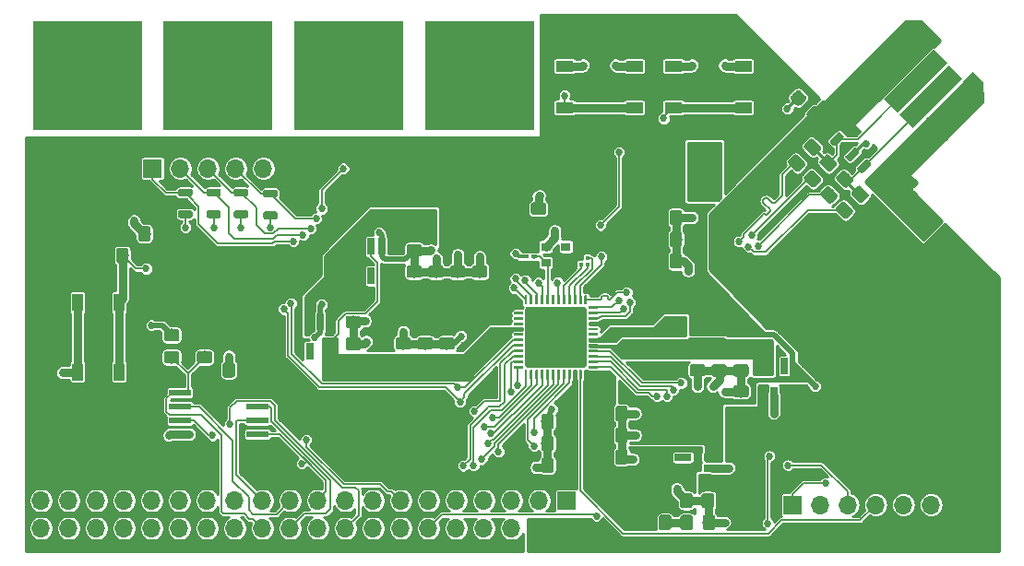
<source format=gtl>
G04 #@! TF.GenerationSoftware,KiCad,Pcbnew,(5.0.1)-4*
G04 #@! TF.CreationDate,2018-12-29T13:21:46+01:00*
G04 #@! TF.ProjectId,tomu-fpga,746F6D752D667067612E6B696361645F,EVT3b*
G04 #@! TF.SameCoordinates,Original*
G04 #@! TF.FileFunction,Copper,L1,Top,Signal*
G04 #@! TF.FilePolarity,Positive*
%FSLAX46Y46*%
G04 Gerber Fmt 4.6, Leading zero omitted, Abs format (unit mm)*
G04 Created by KiCad (PCBNEW (5.0.1)-4) date 12/29/18 13:21:46*
%MOMM*%
%LPD*%
G01*
G04 APERTURE LIST*
G04 #@! TA.AperFunction,ComponentPad*
%ADD10R,1.700000X1.700000*%
G04 #@! TD*
G04 #@! TA.AperFunction,ComponentPad*
%ADD11O,1.700000X1.700000*%
G04 #@! TD*
G04 #@! TA.AperFunction,Conductor*
%ADD12C,0.100000*%
G04 #@! TD*
G04 #@! TA.AperFunction,SMDPad,CuDef*
%ADD13C,0.700000*%
G04 #@! TD*
G04 #@! TA.AperFunction,SMDPad,CuDef*
%ADD14C,1.200000*%
G04 #@! TD*
G04 #@! TA.AperFunction,SMDPad,CuDef*
%ADD15C,1.150000*%
G04 #@! TD*
G04 #@! TA.AperFunction,SMDPad,CuDef*
%ADD16R,0.900000X0.800000*%
G04 #@! TD*
G04 #@! TA.AperFunction,SMDPad,CuDef*
%ADD17R,1.000000X1.600000*%
G04 #@! TD*
G04 #@! TA.AperFunction,SMDPad,CuDef*
%ADD18R,2.000000X0.600000*%
G04 #@! TD*
G04 #@! TA.AperFunction,SMDPad,CuDef*
%ADD19R,1.600000X1.000000*%
G04 #@! TD*
G04 #@! TA.AperFunction,SMDPad,CuDef*
%ADD20R,0.400000X0.400000*%
G04 #@! TD*
G04 #@! TA.AperFunction,SMDPad,CuDef*
%ADD21R,0.370000X0.130000*%
G04 #@! TD*
G04 #@! TA.AperFunction,SMDPad,CuDef*
%ADD22C,0.092278*%
G04 #@! TD*
G04 #@! TA.AperFunction,SMDPad,CuDef*
%ADD23R,0.500000X0.350000*%
G04 #@! TD*
G04 #@! TA.AperFunction,SMDPad,CuDef*
%ADD24R,0.500000X0.300000*%
G04 #@! TD*
G04 #@! TA.AperFunction,SMDPad,CuDef*
%ADD25C,2.750000*%
G04 #@! TD*
G04 #@! TA.AperFunction,SMDPad,CuDef*
%ADD26C,1.750000*%
G04 #@! TD*
G04 #@! TA.AperFunction,SMDPad,CuDef*
%ADD27C,0.945002*%
G04 #@! TD*
G04 #@! TA.AperFunction,SMDPad,CuDef*
%ADD28C,1.300000*%
G04 #@! TD*
G04 #@! TA.AperFunction,SMDPad,CuDef*
%ADD29C,5.600000*%
G04 #@! TD*
G04 #@! TA.AperFunction,SMDPad,CuDef*
%ADD30C,0.250000*%
G04 #@! TD*
G04 #@! TA.AperFunction,SMDPad,CuDef*
%ADD31R,0.650000X1.560000*%
G04 #@! TD*
G04 #@! TA.AperFunction,SMDPad,CuDef*
%ADD32R,1.560000X0.650000*%
G04 #@! TD*
G04 #@! TA.AperFunction,SMDPad,CuDef*
%ADD33R,10.000000X10.000000*%
G04 #@! TD*
G04 #@! TA.AperFunction,ViaPad*
%ADD34C,0.685800*%
G04 #@! TD*
G04 #@! TA.AperFunction,Conductor*
%ADD35C,0.800000*%
G04 #@! TD*
G04 #@! TA.AperFunction,Conductor*
%ADD36C,0.500000*%
G04 #@! TD*
G04 #@! TA.AperFunction,Conductor*
%ADD37C,0.152400*%
G04 #@! TD*
G04 #@! TA.AperFunction,Conductor*
%ADD38C,1.000000*%
G04 #@! TD*
G04 #@! TA.AperFunction,Conductor*
%ADD39C,0.300000*%
G04 #@! TD*
G04 #@! TA.AperFunction,Conductor*
%ADD40C,0.200000*%
G04 #@! TD*
G04 #@! TA.AperFunction,Conductor*
%ADD41C,0.254000*%
G04 #@! TD*
G04 APERTURE END LIST*
D10*
G04 #@! TO.P,J3,1*
G04 #@! TO.N,/PMODa_1*
X95730000Y-75380000D03*
D11*
G04 #@! TO.P,J3,2*
G04 #@! TO.N,/PMODa_2*
X98270000Y-75380000D03*
G04 #@! TO.P,J3,3*
G04 #@! TO.N,/PMODa_3*
X100810000Y-75380000D03*
G04 #@! TO.P,J3,4*
G04 #@! TO.N,/PMODa_4*
X103350000Y-75380000D03*
G04 #@! TO.P,J3,5*
G04 #@! TO.N,GND*
X105890000Y-75380000D03*
G04 #@! TO.P,J3,6*
G04 #@! TO.N,+3V3*
X108430000Y-75380000D03*
G04 #@! TD*
G04 #@! TO.P,J2,6*
G04 #@! TO.N,+3V3*
X49700000Y-44500000D03*
G04 #@! TO.P,J2,5*
G04 #@! TO.N,GND*
X47160000Y-44500000D03*
G04 #@! TO.P,J2,4*
G04 #@! TO.N,/PMODb_4*
X44620000Y-44500000D03*
G04 #@! TO.P,J2,3*
G04 #@! TO.N,/PMODb_3*
X42080000Y-44500000D03*
G04 #@! TO.P,J2,2*
G04 #@! TO.N,/PMODb_2*
X39540000Y-44500000D03*
D10*
G04 #@! TO.P,J2,1*
G04 #@! TO.N,/PMODb_1*
X37000000Y-44500000D03*
G04 #@! TD*
D12*
G04 #@! TO.N,GND*
G04 #@! TO.C,D8*
G36*
X103936392Y-45073331D02*
X103953380Y-45075851D01*
X103970039Y-45080023D01*
X103986209Y-45085809D01*
X104001733Y-45093152D01*
X104016464Y-45101981D01*
X104030258Y-45112211D01*
X104042983Y-45123744D01*
X104290470Y-45371231D01*
X104302003Y-45383956D01*
X104312233Y-45397750D01*
X104321062Y-45412481D01*
X104328405Y-45428005D01*
X104334191Y-45444175D01*
X104338363Y-45460834D01*
X104340883Y-45477822D01*
X104341726Y-45494975D01*
X104340883Y-45512128D01*
X104338363Y-45529116D01*
X104334191Y-45545775D01*
X104328405Y-45561945D01*
X104321062Y-45577469D01*
X104312233Y-45592200D01*
X104302003Y-45605994D01*
X104290470Y-45618719D01*
X103618719Y-46290470D01*
X103605994Y-46302003D01*
X103592200Y-46312233D01*
X103577469Y-46321062D01*
X103561945Y-46328405D01*
X103545775Y-46334191D01*
X103529116Y-46338363D01*
X103512128Y-46340883D01*
X103494975Y-46341726D01*
X103477822Y-46340883D01*
X103460834Y-46338363D01*
X103444175Y-46334191D01*
X103428005Y-46328405D01*
X103412481Y-46321062D01*
X103397750Y-46312233D01*
X103383956Y-46302003D01*
X103371231Y-46290470D01*
X103123744Y-46042983D01*
X103112211Y-46030258D01*
X103101981Y-46016464D01*
X103093152Y-46001733D01*
X103085809Y-45986209D01*
X103080023Y-45970039D01*
X103075851Y-45953380D01*
X103073331Y-45936392D01*
X103072488Y-45919239D01*
X103073331Y-45902086D01*
X103075851Y-45885098D01*
X103080023Y-45868439D01*
X103085809Y-45852269D01*
X103093152Y-45836745D01*
X103101981Y-45822014D01*
X103112211Y-45808220D01*
X103123744Y-45795495D01*
X103795495Y-45123744D01*
X103808220Y-45112211D01*
X103822014Y-45101981D01*
X103836745Y-45093152D01*
X103852269Y-45085809D01*
X103868439Y-45080023D01*
X103885098Y-45075851D01*
X103902086Y-45073331D01*
X103919239Y-45072488D01*
X103936392Y-45073331D01*
X103936392Y-45073331D01*
G37*
D13*
G04 #@! TD*
G04 #@! TO.P,D8,2*
G04 #@! TO.N,GND*
X103707107Y-45707107D03*
D12*
G04 #@! TO.N,Net-(D8-Pad1)*
G04 #@! TO.C,D8*
G36*
X102522178Y-43659117D02*
X102539166Y-43661637D01*
X102555825Y-43665809D01*
X102571995Y-43671595D01*
X102587519Y-43678938D01*
X102602250Y-43687767D01*
X102616044Y-43697997D01*
X102628769Y-43709530D01*
X102876256Y-43957017D01*
X102887789Y-43969742D01*
X102898019Y-43983536D01*
X102906848Y-43998267D01*
X102914191Y-44013791D01*
X102919977Y-44029961D01*
X102924149Y-44046620D01*
X102926669Y-44063608D01*
X102927512Y-44080761D01*
X102926669Y-44097914D01*
X102924149Y-44114902D01*
X102919977Y-44131561D01*
X102914191Y-44147731D01*
X102906848Y-44163255D01*
X102898019Y-44177986D01*
X102887789Y-44191780D01*
X102876256Y-44204505D01*
X102204505Y-44876256D01*
X102191780Y-44887789D01*
X102177986Y-44898019D01*
X102163255Y-44906848D01*
X102147731Y-44914191D01*
X102131561Y-44919977D01*
X102114902Y-44924149D01*
X102097914Y-44926669D01*
X102080761Y-44927512D01*
X102063608Y-44926669D01*
X102046620Y-44924149D01*
X102029961Y-44919977D01*
X102013791Y-44914191D01*
X101998267Y-44906848D01*
X101983536Y-44898019D01*
X101969742Y-44887789D01*
X101957017Y-44876256D01*
X101709530Y-44628769D01*
X101697997Y-44616044D01*
X101687767Y-44602250D01*
X101678938Y-44587519D01*
X101671595Y-44571995D01*
X101665809Y-44555825D01*
X101661637Y-44539166D01*
X101659117Y-44522178D01*
X101658274Y-44505025D01*
X101659117Y-44487872D01*
X101661637Y-44470884D01*
X101665809Y-44454225D01*
X101671595Y-44438055D01*
X101678938Y-44422531D01*
X101687767Y-44407800D01*
X101697997Y-44394006D01*
X101709530Y-44381281D01*
X102381281Y-43709530D01*
X102394006Y-43697997D01*
X102407800Y-43687767D01*
X102422531Y-43678938D01*
X102438055Y-43671595D01*
X102454225Y-43665809D01*
X102470884Y-43661637D01*
X102487872Y-43659117D01*
X102505025Y-43658274D01*
X102522178Y-43659117D01*
X102522178Y-43659117D01*
G37*
D13*
G04 #@! TD*
G04 #@! TO.P,D8,1*
G04 #@! TO.N,Net-(D8-Pad1)*
X102292893Y-44292893D03*
D12*
G04 #@! TO.N,+5V*
G04 #@! TO.C,D6*
G36*
X97771867Y-38769643D02*
X97800989Y-38773962D01*
X97829547Y-38781116D01*
X97857267Y-38791034D01*
X97883881Y-38803622D01*
X97909133Y-38818757D01*
X97932780Y-38836295D01*
X97954594Y-38856066D01*
X98378858Y-39280330D01*
X98398629Y-39302144D01*
X98416167Y-39325791D01*
X98431302Y-39351043D01*
X98443890Y-39377657D01*
X98453808Y-39405377D01*
X98460962Y-39433935D01*
X98465281Y-39463057D01*
X98466726Y-39492462D01*
X98465281Y-39521867D01*
X98460962Y-39550989D01*
X98453808Y-39579547D01*
X98443890Y-39607267D01*
X98431302Y-39633881D01*
X98416167Y-39659133D01*
X98398629Y-39682780D01*
X98378858Y-39704594D01*
X97954594Y-40128858D01*
X97932780Y-40148629D01*
X97909133Y-40166167D01*
X97883881Y-40181302D01*
X97857267Y-40193890D01*
X97829547Y-40203808D01*
X97800989Y-40210962D01*
X97771867Y-40215281D01*
X97742462Y-40216726D01*
X97713057Y-40215281D01*
X97683935Y-40210962D01*
X97655377Y-40203808D01*
X97627657Y-40193890D01*
X97601043Y-40181302D01*
X97575791Y-40166167D01*
X97552144Y-40148629D01*
X97530330Y-40128858D01*
X97106066Y-39704594D01*
X97086295Y-39682780D01*
X97068757Y-39659133D01*
X97053622Y-39633881D01*
X97041034Y-39607267D01*
X97031116Y-39579547D01*
X97023962Y-39550989D01*
X97019643Y-39521867D01*
X97018198Y-39492462D01*
X97019643Y-39463057D01*
X97023962Y-39433935D01*
X97031116Y-39405377D01*
X97041034Y-39377657D01*
X97053622Y-39351043D01*
X97068757Y-39325791D01*
X97086295Y-39302144D01*
X97106066Y-39280330D01*
X97530330Y-38856066D01*
X97552144Y-38836295D01*
X97575791Y-38818757D01*
X97601043Y-38803622D01*
X97627657Y-38791034D01*
X97655377Y-38781116D01*
X97683935Y-38773962D01*
X97713057Y-38769643D01*
X97742462Y-38768198D01*
X97771867Y-38769643D01*
X97771867Y-38769643D01*
G37*
D14*
G04 #@! TD*
G04 #@! TO.P,D6,1*
G04 #@! TO.N,+5V*
X97742462Y-39492462D03*
D12*
G04 #@! TO.N,GND*
G04 #@! TO.C,D6*
G36*
X96286943Y-37284719D02*
X96316065Y-37289038D01*
X96344623Y-37296192D01*
X96372343Y-37306110D01*
X96398957Y-37318698D01*
X96424209Y-37333833D01*
X96447856Y-37351371D01*
X96469670Y-37371142D01*
X96893934Y-37795406D01*
X96913705Y-37817220D01*
X96931243Y-37840867D01*
X96946378Y-37866119D01*
X96958966Y-37892733D01*
X96968884Y-37920453D01*
X96976038Y-37949011D01*
X96980357Y-37978133D01*
X96981802Y-38007538D01*
X96980357Y-38036943D01*
X96976038Y-38066065D01*
X96968884Y-38094623D01*
X96958966Y-38122343D01*
X96946378Y-38148957D01*
X96931243Y-38174209D01*
X96913705Y-38197856D01*
X96893934Y-38219670D01*
X96469670Y-38643934D01*
X96447856Y-38663705D01*
X96424209Y-38681243D01*
X96398957Y-38696378D01*
X96372343Y-38708966D01*
X96344623Y-38718884D01*
X96316065Y-38726038D01*
X96286943Y-38730357D01*
X96257538Y-38731802D01*
X96228133Y-38730357D01*
X96199011Y-38726038D01*
X96170453Y-38718884D01*
X96142733Y-38708966D01*
X96116119Y-38696378D01*
X96090867Y-38681243D01*
X96067220Y-38663705D01*
X96045406Y-38643934D01*
X95621142Y-38219670D01*
X95601371Y-38197856D01*
X95583833Y-38174209D01*
X95568698Y-38148957D01*
X95556110Y-38122343D01*
X95546192Y-38094623D01*
X95539038Y-38066065D01*
X95534719Y-38036943D01*
X95533274Y-38007538D01*
X95534719Y-37978133D01*
X95539038Y-37949011D01*
X95546192Y-37920453D01*
X95556110Y-37892733D01*
X95568698Y-37866119D01*
X95583833Y-37840867D01*
X95601371Y-37817220D01*
X95621142Y-37795406D01*
X96045406Y-37371142D01*
X96067220Y-37351371D01*
X96090867Y-37333833D01*
X96116119Y-37318698D01*
X96142733Y-37306110D01*
X96170453Y-37296192D01*
X96199011Y-37289038D01*
X96228133Y-37284719D01*
X96257538Y-37283274D01*
X96286943Y-37284719D01*
X96286943Y-37284719D01*
G37*
D14*
G04 #@! TD*
G04 #@! TO.P,D6,2*
G04 #@! TO.N,GND*
X96257538Y-38007538D03*
D12*
G04 #@! TO.N,GND*
G04 #@! TO.C,D2*
G36*
X40492153Y-48350843D02*
X40509141Y-48353363D01*
X40525800Y-48357535D01*
X40541970Y-48363321D01*
X40557494Y-48370664D01*
X40572225Y-48379493D01*
X40586019Y-48389723D01*
X40598744Y-48401256D01*
X40610277Y-48413981D01*
X40620507Y-48427775D01*
X40629336Y-48442506D01*
X40636679Y-48458030D01*
X40642465Y-48474200D01*
X40646637Y-48490859D01*
X40649157Y-48507847D01*
X40650000Y-48525000D01*
X40650000Y-48875000D01*
X40649157Y-48892153D01*
X40646637Y-48909141D01*
X40642465Y-48925800D01*
X40636679Y-48941970D01*
X40629336Y-48957494D01*
X40620507Y-48972225D01*
X40610277Y-48986019D01*
X40598744Y-48998744D01*
X40586019Y-49010277D01*
X40572225Y-49020507D01*
X40557494Y-49029336D01*
X40541970Y-49036679D01*
X40525800Y-49042465D01*
X40509141Y-49046637D01*
X40492153Y-49049157D01*
X40475000Y-49050000D01*
X39525000Y-49050000D01*
X39507847Y-49049157D01*
X39490859Y-49046637D01*
X39474200Y-49042465D01*
X39458030Y-49036679D01*
X39442506Y-49029336D01*
X39427775Y-49020507D01*
X39413981Y-49010277D01*
X39401256Y-48998744D01*
X39389723Y-48986019D01*
X39379493Y-48972225D01*
X39370664Y-48957494D01*
X39363321Y-48941970D01*
X39357535Y-48925800D01*
X39353363Y-48909141D01*
X39350843Y-48892153D01*
X39350000Y-48875000D01*
X39350000Y-48525000D01*
X39350843Y-48507847D01*
X39353363Y-48490859D01*
X39357535Y-48474200D01*
X39363321Y-48458030D01*
X39370664Y-48442506D01*
X39379493Y-48427775D01*
X39389723Y-48413981D01*
X39401256Y-48401256D01*
X39413981Y-48389723D01*
X39427775Y-48379493D01*
X39442506Y-48370664D01*
X39458030Y-48363321D01*
X39474200Y-48357535D01*
X39490859Y-48353363D01*
X39507847Y-48350843D01*
X39525000Y-48350000D01*
X40475000Y-48350000D01*
X40492153Y-48350843D01*
X40492153Y-48350843D01*
G37*
D13*
G04 #@! TD*
G04 #@! TO.P,D2,2*
G04 #@! TO.N,GND*
X40000000Y-48700000D03*
D12*
G04 #@! TO.N,/PMODb_1*
G04 #@! TO.C,D2*
G36*
X40492153Y-46350843D02*
X40509141Y-46353363D01*
X40525800Y-46357535D01*
X40541970Y-46363321D01*
X40557494Y-46370664D01*
X40572225Y-46379493D01*
X40586019Y-46389723D01*
X40598744Y-46401256D01*
X40610277Y-46413981D01*
X40620507Y-46427775D01*
X40629336Y-46442506D01*
X40636679Y-46458030D01*
X40642465Y-46474200D01*
X40646637Y-46490859D01*
X40649157Y-46507847D01*
X40650000Y-46525000D01*
X40650000Y-46875000D01*
X40649157Y-46892153D01*
X40646637Y-46909141D01*
X40642465Y-46925800D01*
X40636679Y-46941970D01*
X40629336Y-46957494D01*
X40620507Y-46972225D01*
X40610277Y-46986019D01*
X40598744Y-46998744D01*
X40586019Y-47010277D01*
X40572225Y-47020507D01*
X40557494Y-47029336D01*
X40541970Y-47036679D01*
X40525800Y-47042465D01*
X40509141Y-47046637D01*
X40492153Y-47049157D01*
X40475000Y-47050000D01*
X39525000Y-47050000D01*
X39507847Y-47049157D01*
X39490859Y-47046637D01*
X39474200Y-47042465D01*
X39458030Y-47036679D01*
X39442506Y-47029336D01*
X39427775Y-47020507D01*
X39413981Y-47010277D01*
X39401256Y-46998744D01*
X39389723Y-46986019D01*
X39379493Y-46972225D01*
X39370664Y-46957494D01*
X39363321Y-46941970D01*
X39357535Y-46925800D01*
X39353363Y-46909141D01*
X39350843Y-46892153D01*
X39350000Y-46875000D01*
X39350000Y-46525000D01*
X39350843Y-46507847D01*
X39353363Y-46490859D01*
X39357535Y-46474200D01*
X39363321Y-46458030D01*
X39370664Y-46442506D01*
X39379493Y-46427775D01*
X39389723Y-46413981D01*
X39401256Y-46401256D01*
X39413981Y-46389723D01*
X39427775Y-46379493D01*
X39442506Y-46370664D01*
X39458030Y-46363321D01*
X39474200Y-46357535D01*
X39490859Y-46353363D01*
X39507847Y-46350843D01*
X39525000Y-46350000D01*
X40475000Y-46350000D01*
X40492153Y-46350843D01*
X40492153Y-46350843D01*
G37*
D13*
G04 #@! TD*
G04 #@! TO.P,D2,1*
G04 #@! TO.N,/PMODb_1*
X40000000Y-46700000D03*
D12*
G04 #@! TO.N,GND*
G04 #@! TO.C,D3*
G36*
X43092153Y-48350843D02*
X43109141Y-48353363D01*
X43125800Y-48357535D01*
X43141970Y-48363321D01*
X43157494Y-48370664D01*
X43172225Y-48379493D01*
X43186019Y-48389723D01*
X43198744Y-48401256D01*
X43210277Y-48413981D01*
X43220507Y-48427775D01*
X43229336Y-48442506D01*
X43236679Y-48458030D01*
X43242465Y-48474200D01*
X43246637Y-48490859D01*
X43249157Y-48507847D01*
X43250000Y-48525000D01*
X43250000Y-48875000D01*
X43249157Y-48892153D01*
X43246637Y-48909141D01*
X43242465Y-48925800D01*
X43236679Y-48941970D01*
X43229336Y-48957494D01*
X43220507Y-48972225D01*
X43210277Y-48986019D01*
X43198744Y-48998744D01*
X43186019Y-49010277D01*
X43172225Y-49020507D01*
X43157494Y-49029336D01*
X43141970Y-49036679D01*
X43125800Y-49042465D01*
X43109141Y-49046637D01*
X43092153Y-49049157D01*
X43075000Y-49050000D01*
X42125000Y-49050000D01*
X42107847Y-49049157D01*
X42090859Y-49046637D01*
X42074200Y-49042465D01*
X42058030Y-49036679D01*
X42042506Y-49029336D01*
X42027775Y-49020507D01*
X42013981Y-49010277D01*
X42001256Y-48998744D01*
X41989723Y-48986019D01*
X41979493Y-48972225D01*
X41970664Y-48957494D01*
X41963321Y-48941970D01*
X41957535Y-48925800D01*
X41953363Y-48909141D01*
X41950843Y-48892153D01*
X41950000Y-48875000D01*
X41950000Y-48525000D01*
X41950843Y-48507847D01*
X41953363Y-48490859D01*
X41957535Y-48474200D01*
X41963321Y-48458030D01*
X41970664Y-48442506D01*
X41979493Y-48427775D01*
X41989723Y-48413981D01*
X42001256Y-48401256D01*
X42013981Y-48389723D01*
X42027775Y-48379493D01*
X42042506Y-48370664D01*
X42058030Y-48363321D01*
X42074200Y-48357535D01*
X42090859Y-48353363D01*
X42107847Y-48350843D01*
X42125000Y-48350000D01*
X43075000Y-48350000D01*
X43092153Y-48350843D01*
X43092153Y-48350843D01*
G37*
D13*
G04 #@! TD*
G04 #@! TO.P,D3,2*
G04 #@! TO.N,GND*
X42600000Y-48700000D03*
D12*
G04 #@! TO.N,/PMODb_2*
G04 #@! TO.C,D3*
G36*
X43092153Y-46350843D02*
X43109141Y-46353363D01*
X43125800Y-46357535D01*
X43141970Y-46363321D01*
X43157494Y-46370664D01*
X43172225Y-46379493D01*
X43186019Y-46389723D01*
X43198744Y-46401256D01*
X43210277Y-46413981D01*
X43220507Y-46427775D01*
X43229336Y-46442506D01*
X43236679Y-46458030D01*
X43242465Y-46474200D01*
X43246637Y-46490859D01*
X43249157Y-46507847D01*
X43250000Y-46525000D01*
X43250000Y-46875000D01*
X43249157Y-46892153D01*
X43246637Y-46909141D01*
X43242465Y-46925800D01*
X43236679Y-46941970D01*
X43229336Y-46957494D01*
X43220507Y-46972225D01*
X43210277Y-46986019D01*
X43198744Y-46998744D01*
X43186019Y-47010277D01*
X43172225Y-47020507D01*
X43157494Y-47029336D01*
X43141970Y-47036679D01*
X43125800Y-47042465D01*
X43109141Y-47046637D01*
X43092153Y-47049157D01*
X43075000Y-47050000D01*
X42125000Y-47050000D01*
X42107847Y-47049157D01*
X42090859Y-47046637D01*
X42074200Y-47042465D01*
X42058030Y-47036679D01*
X42042506Y-47029336D01*
X42027775Y-47020507D01*
X42013981Y-47010277D01*
X42001256Y-46998744D01*
X41989723Y-46986019D01*
X41979493Y-46972225D01*
X41970664Y-46957494D01*
X41963321Y-46941970D01*
X41957535Y-46925800D01*
X41953363Y-46909141D01*
X41950843Y-46892153D01*
X41950000Y-46875000D01*
X41950000Y-46525000D01*
X41950843Y-46507847D01*
X41953363Y-46490859D01*
X41957535Y-46474200D01*
X41963321Y-46458030D01*
X41970664Y-46442506D01*
X41979493Y-46427775D01*
X41989723Y-46413981D01*
X42001256Y-46401256D01*
X42013981Y-46389723D01*
X42027775Y-46379493D01*
X42042506Y-46370664D01*
X42058030Y-46363321D01*
X42074200Y-46357535D01*
X42090859Y-46353363D01*
X42107847Y-46350843D01*
X42125000Y-46350000D01*
X43075000Y-46350000D01*
X43092153Y-46350843D01*
X43092153Y-46350843D01*
G37*
D13*
G04 #@! TD*
G04 #@! TO.P,D3,1*
G04 #@! TO.N,/PMODb_2*
X42600000Y-46700000D03*
D12*
G04 #@! TO.N,GND*
G04 #@! TO.C,D4*
G36*
X45592153Y-48350843D02*
X45609141Y-48353363D01*
X45625800Y-48357535D01*
X45641970Y-48363321D01*
X45657494Y-48370664D01*
X45672225Y-48379493D01*
X45686019Y-48389723D01*
X45698744Y-48401256D01*
X45710277Y-48413981D01*
X45720507Y-48427775D01*
X45729336Y-48442506D01*
X45736679Y-48458030D01*
X45742465Y-48474200D01*
X45746637Y-48490859D01*
X45749157Y-48507847D01*
X45750000Y-48525000D01*
X45750000Y-48875000D01*
X45749157Y-48892153D01*
X45746637Y-48909141D01*
X45742465Y-48925800D01*
X45736679Y-48941970D01*
X45729336Y-48957494D01*
X45720507Y-48972225D01*
X45710277Y-48986019D01*
X45698744Y-48998744D01*
X45686019Y-49010277D01*
X45672225Y-49020507D01*
X45657494Y-49029336D01*
X45641970Y-49036679D01*
X45625800Y-49042465D01*
X45609141Y-49046637D01*
X45592153Y-49049157D01*
X45575000Y-49050000D01*
X44625000Y-49050000D01*
X44607847Y-49049157D01*
X44590859Y-49046637D01*
X44574200Y-49042465D01*
X44558030Y-49036679D01*
X44542506Y-49029336D01*
X44527775Y-49020507D01*
X44513981Y-49010277D01*
X44501256Y-48998744D01*
X44489723Y-48986019D01*
X44479493Y-48972225D01*
X44470664Y-48957494D01*
X44463321Y-48941970D01*
X44457535Y-48925800D01*
X44453363Y-48909141D01*
X44450843Y-48892153D01*
X44450000Y-48875000D01*
X44450000Y-48525000D01*
X44450843Y-48507847D01*
X44453363Y-48490859D01*
X44457535Y-48474200D01*
X44463321Y-48458030D01*
X44470664Y-48442506D01*
X44479493Y-48427775D01*
X44489723Y-48413981D01*
X44501256Y-48401256D01*
X44513981Y-48389723D01*
X44527775Y-48379493D01*
X44542506Y-48370664D01*
X44558030Y-48363321D01*
X44574200Y-48357535D01*
X44590859Y-48353363D01*
X44607847Y-48350843D01*
X44625000Y-48350000D01*
X45575000Y-48350000D01*
X45592153Y-48350843D01*
X45592153Y-48350843D01*
G37*
D13*
G04 #@! TD*
G04 #@! TO.P,D4,2*
G04 #@! TO.N,GND*
X45100000Y-48700000D03*
D12*
G04 #@! TO.N,/PMODb_3*
G04 #@! TO.C,D4*
G36*
X45592153Y-46350843D02*
X45609141Y-46353363D01*
X45625800Y-46357535D01*
X45641970Y-46363321D01*
X45657494Y-46370664D01*
X45672225Y-46379493D01*
X45686019Y-46389723D01*
X45698744Y-46401256D01*
X45710277Y-46413981D01*
X45720507Y-46427775D01*
X45729336Y-46442506D01*
X45736679Y-46458030D01*
X45742465Y-46474200D01*
X45746637Y-46490859D01*
X45749157Y-46507847D01*
X45750000Y-46525000D01*
X45750000Y-46875000D01*
X45749157Y-46892153D01*
X45746637Y-46909141D01*
X45742465Y-46925800D01*
X45736679Y-46941970D01*
X45729336Y-46957494D01*
X45720507Y-46972225D01*
X45710277Y-46986019D01*
X45698744Y-46998744D01*
X45686019Y-47010277D01*
X45672225Y-47020507D01*
X45657494Y-47029336D01*
X45641970Y-47036679D01*
X45625800Y-47042465D01*
X45609141Y-47046637D01*
X45592153Y-47049157D01*
X45575000Y-47050000D01*
X44625000Y-47050000D01*
X44607847Y-47049157D01*
X44590859Y-47046637D01*
X44574200Y-47042465D01*
X44558030Y-47036679D01*
X44542506Y-47029336D01*
X44527775Y-47020507D01*
X44513981Y-47010277D01*
X44501256Y-46998744D01*
X44489723Y-46986019D01*
X44479493Y-46972225D01*
X44470664Y-46957494D01*
X44463321Y-46941970D01*
X44457535Y-46925800D01*
X44453363Y-46909141D01*
X44450843Y-46892153D01*
X44450000Y-46875000D01*
X44450000Y-46525000D01*
X44450843Y-46507847D01*
X44453363Y-46490859D01*
X44457535Y-46474200D01*
X44463321Y-46458030D01*
X44470664Y-46442506D01*
X44479493Y-46427775D01*
X44489723Y-46413981D01*
X44501256Y-46401256D01*
X44513981Y-46389723D01*
X44527775Y-46379493D01*
X44542506Y-46370664D01*
X44558030Y-46363321D01*
X44574200Y-46357535D01*
X44590859Y-46353363D01*
X44607847Y-46350843D01*
X44625000Y-46350000D01*
X45575000Y-46350000D01*
X45592153Y-46350843D01*
X45592153Y-46350843D01*
G37*
D13*
G04 #@! TD*
G04 #@! TO.P,D4,1*
G04 #@! TO.N,/PMODb_3*
X45100000Y-46700000D03*
D12*
G04 #@! TO.N,GND*
G04 #@! TO.C,D5*
G36*
X48292153Y-48450843D02*
X48309141Y-48453363D01*
X48325800Y-48457535D01*
X48341970Y-48463321D01*
X48357494Y-48470664D01*
X48372225Y-48479493D01*
X48386019Y-48489723D01*
X48398744Y-48501256D01*
X48410277Y-48513981D01*
X48420507Y-48527775D01*
X48429336Y-48542506D01*
X48436679Y-48558030D01*
X48442465Y-48574200D01*
X48446637Y-48590859D01*
X48449157Y-48607847D01*
X48450000Y-48625000D01*
X48450000Y-48975000D01*
X48449157Y-48992153D01*
X48446637Y-49009141D01*
X48442465Y-49025800D01*
X48436679Y-49041970D01*
X48429336Y-49057494D01*
X48420507Y-49072225D01*
X48410277Y-49086019D01*
X48398744Y-49098744D01*
X48386019Y-49110277D01*
X48372225Y-49120507D01*
X48357494Y-49129336D01*
X48341970Y-49136679D01*
X48325800Y-49142465D01*
X48309141Y-49146637D01*
X48292153Y-49149157D01*
X48275000Y-49150000D01*
X47325000Y-49150000D01*
X47307847Y-49149157D01*
X47290859Y-49146637D01*
X47274200Y-49142465D01*
X47258030Y-49136679D01*
X47242506Y-49129336D01*
X47227775Y-49120507D01*
X47213981Y-49110277D01*
X47201256Y-49098744D01*
X47189723Y-49086019D01*
X47179493Y-49072225D01*
X47170664Y-49057494D01*
X47163321Y-49041970D01*
X47157535Y-49025800D01*
X47153363Y-49009141D01*
X47150843Y-48992153D01*
X47150000Y-48975000D01*
X47150000Y-48625000D01*
X47150843Y-48607847D01*
X47153363Y-48590859D01*
X47157535Y-48574200D01*
X47163321Y-48558030D01*
X47170664Y-48542506D01*
X47179493Y-48527775D01*
X47189723Y-48513981D01*
X47201256Y-48501256D01*
X47213981Y-48489723D01*
X47227775Y-48479493D01*
X47242506Y-48470664D01*
X47258030Y-48463321D01*
X47274200Y-48457535D01*
X47290859Y-48453363D01*
X47307847Y-48450843D01*
X47325000Y-48450000D01*
X48275000Y-48450000D01*
X48292153Y-48450843D01*
X48292153Y-48450843D01*
G37*
D13*
G04 #@! TD*
G04 #@! TO.P,D5,2*
G04 #@! TO.N,GND*
X47800000Y-48800000D03*
D12*
G04 #@! TO.N,/PMODb_4*
G04 #@! TO.C,D5*
G36*
X48292153Y-46450843D02*
X48309141Y-46453363D01*
X48325800Y-46457535D01*
X48341970Y-46463321D01*
X48357494Y-46470664D01*
X48372225Y-46479493D01*
X48386019Y-46489723D01*
X48398744Y-46501256D01*
X48410277Y-46513981D01*
X48420507Y-46527775D01*
X48429336Y-46542506D01*
X48436679Y-46558030D01*
X48442465Y-46574200D01*
X48446637Y-46590859D01*
X48449157Y-46607847D01*
X48450000Y-46625000D01*
X48450000Y-46975000D01*
X48449157Y-46992153D01*
X48446637Y-47009141D01*
X48442465Y-47025800D01*
X48436679Y-47041970D01*
X48429336Y-47057494D01*
X48420507Y-47072225D01*
X48410277Y-47086019D01*
X48398744Y-47098744D01*
X48386019Y-47110277D01*
X48372225Y-47120507D01*
X48357494Y-47129336D01*
X48341970Y-47136679D01*
X48325800Y-47142465D01*
X48309141Y-47146637D01*
X48292153Y-47149157D01*
X48275000Y-47150000D01*
X47325000Y-47150000D01*
X47307847Y-47149157D01*
X47290859Y-47146637D01*
X47274200Y-47142465D01*
X47258030Y-47136679D01*
X47242506Y-47129336D01*
X47227775Y-47120507D01*
X47213981Y-47110277D01*
X47201256Y-47098744D01*
X47189723Y-47086019D01*
X47179493Y-47072225D01*
X47170664Y-47057494D01*
X47163321Y-47041970D01*
X47157535Y-47025800D01*
X47153363Y-47009141D01*
X47150843Y-46992153D01*
X47150000Y-46975000D01*
X47150000Y-46625000D01*
X47150843Y-46607847D01*
X47153363Y-46590859D01*
X47157535Y-46574200D01*
X47163321Y-46558030D01*
X47170664Y-46542506D01*
X47179493Y-46527775D01*
X47189723Y-46513981D01*
X47201256Y-46501256D01*
X47213981Y-46489723D01*
X47227775Y-46479493D01*
X47242506Y-46470664D01*
X47258030Y-46463321D01*
X47274200Y-46457535D01*
X47290859Y-46453363D01*
X47307847Y-46450843D01*
X47325000Y-46450000D01*
X48275000Y-46450000D01*
X48292153Y-46450843D01*
X48292153Y-46450843D01*
G37*
D13*
G04 #@! TD*
G04 #@! TO.P,D5,1*
G04 #@! TO.N,/PMODb_4*
X47800000Y-46800000D03*
D12*
G04 #@! TO.N,GND*
G04 #@! TO.C,D7*
G36*
X101436392Y-42573331D02*
X101453380Y-42575851D01*
X101470039Y-42580023D01*
X101486209Y-42585809D01*
X101501733Y-42593152D01*
X101516464Y-42601981D01*
X101530258Y-42612211D01*
X101542983Y-42623744D01*
X101790470Y-42871231D01*
X101802003Y-42883956D01*
X101812233Y-42897750D01*
X101821062Y-42912481D01*
X101828405Y-42928005D01*
X101834191Y-42944175D01*
X101838363Y-42960834D01*
X101840883Y-42977822D01*
X101841726Y-42994975D01*
X101840883Y-43012128D01*
X101838363Y-43029116D01*
X101834191Y-43045775D01*
X101828405Y-43061945D01*
X101821062Y-43077469D01*
X101812233Y-43092200D01*
X101802003Y-43105994D01*
X101790470Y-43118719D01*
X101118719Y-43790470D01*
X101105994Y-43802003D01*
X101092200Y-43812233D01*
X101077469Y-43821062D01*
X101061945Y-43828405D01*
X101045775Y-43834191D01*
X101029116Y-43838363D01*
X101012128Y-43840883D01*
X100994975Y-43841726D01*
X100977822Y-43840883D01*
X100960834Y-43838363D01*
X100944175Y-43834191D01*
X100928005Y-43828405D01*
X100912481Y-43821062D01*
X100897750Y-43812233D01*
X100883956Y-43802003D01*
X100871231Y-43790470D01*
X100623744Y-43542983D01*
X100612211Y-43530258D01*
X100601981Y-43516464D01*
X100593152Y-43501733D01*
X100585809Y-43486209D01*
X100580023Y-43470039D01*
X100575851Y-43453380D01*
X100573331Y-43436392D01*
X100572488Y-43419239D01*
X100573331Y-43402086D01*
X100575851Y-43385098D01*
X100580023Y-43368439D01*
X100585809Y-43352269D01*
X100593152Y-43336745D01*
X100601981Y-43322014D01*
X100612211Y-43308220D01*
X100623744Y-43295495D01*
X101295495Y-42623744D01*
X101308220Y-42612211D01*
X101322014Y-42601981D01*
X101336745Y-42593152D01*
X101352269Y-42585809D01*
X101368439Y-42580023D01*
X101385098Y-42575851D01*
X101402086Y-42573331D01*
X101419239Y-42572488D01*
X101436392Y-42573331D01*
X101436392Y-42573331D01*
G37*
D13*
G04 #@! TD*
G04 #@! TO.P,D7,2*
G04 #@! TO.N,GND*
X101207107Y-43207107D03*
D12*
G04 #@! TO.N,Net-(D7-Pad1)*
G04 #@! TO.C,D7*
G36*
X100022178Y-41159117D02*
X100039166Y-41161637D01*
X100055825Y-41165809D01*
X100071995Y-41171595D01*
X100087519Y-41178938D01*
X100102250Y-41187767D01*
X100116044Y-41197997D01*
X100128769Y-41209530D01*
X100376256Y-41457017D01*
X100387789Y-41469742D01*
X100398019Y-41483536D01*
X100406848Y-41498267D01*
X100414191Y-41513791D01*
X100419977Y-41529961D01*
X100424149Y-41546620D01*
X100426669Y-41563608D01*
X100427512Y-41580761D01*
X100426669Y-41597914D01*
X100424149Y-41614902D01*
X100419977Y-41631561D01*
X100414191Y-41647731D01*
X100406848Y-41663255D01*
X100398019Y-41677986D01*
X100387789Y-41691780D01*
X100376256Y-41704505D01*
X99704505Y-42376256D01*
X99691780Y-42387789D01*
X99677986Y-42398019D01*
X99663255Y-42406848D01*
X99647731Y-42414191D01*
X99631561Y-42419977D01*
X99614902Y-42424149D01*
X99597914Y-42426669D01*
X99580761Y-42427512D01*
X99563608Y-42426669D01*
X99546620Y-42424149D01*
X99529961Y-42419977D01*
X99513791Y-42414191D01*
X99498267Y-42406848D01*
X99483536Y-42398019D01*
X99469742Y-42387789D01*
X99457017Y-42376256D01*
X99209530Y-42128769D01*
X99197997Y-42116044D01*
X99187767Y-42102250D01*
X99178938Y-42087519D01*
X99171595Y-42071995D01*
X99165809Y-42055825D01*
X99161637Y-42039166D01*
X99159117Y-42022178D01*
X99158274Y-42005025D01*
X99159117Y-41987872D01*
X99161637Y-41970884D01*
X99165809Y-41954225D01*
X99171595Y-41938055D01*
X99178938Y-41922531D01*
X99187767Y-41907800D01*
X99197997Y-41894006D01*
X99209530Y-41881281D01*
X99881281Y-41209530D01*
X99894006Y-41197997D01*
X99907800Y-41187767D01*
X99922531Y-41178938D01*
X99938055Y-41171595D01*
X99954225Y-41165809D01*
X99970884Y-41161637D01*
X99987872Y-41159117D01*
X100005025Y-41158274D01*
X100022178Y-41159117D01*
X100022178Y-41159117D01*
G37*
D13*
G04 #@! TD*
G04 #@! TO.P,D7,1*
G04 #@! TO.N,Net-(D7-Pad1)*
X99792893Y-41792893D03*
D12*
G04 #@! TO.N,/SPI_CS*
G04 #@! TO.C,R13*
G36*
X39224505Y-61271204D02*
X39248773Y-61274804D01*
X39272572Y-61280765D01*
X39295671Y-61289030D01*
X39317850Y-61299520D01*
X39338893Y-61312132D01*
X39358599Y-61326747D01*
X39376777Y-61343223D01*
X39393253Y-61361401D01*
X39407868Y-61381107D01*
X39420480Y-61402150D01*
X39430970Y-61424329D01*
X39439235Y-61447428D01*
X39445196Y-61471227D01*
X39448796Y-61495495D01*
X39450000Y-61519999D01*
X39450000Y-62170001D01*
X39448796Y-62194505D01*
X39445196Y-62218773D01*
X39439235Y-62242572D01*
X39430970Y-62265671D01*
X39420480Y-62287850D01*
X39407868Y-62308893D01*
X39393253Y-62328599D01*
X39376777Y-62346777D01*
X39358599Y-62363253D01*
X39338893Y-62377868D01*
X39317850Y-62390480D01*
X39295671Y-62400970D01*
X39272572Y-62409235D01*
X39248773Y-62415196D01*
X39224505Y-62418796D01*
X39200001Y-62420000D01*
X38299999Y-62420000D01*
X38275495Y-62418796D01*
X38251227Y-62415196D01*
X38227428Y-62409235D01*
X38204329Y-62400970D01*
X38182150Y-62390480D01*
X38161107Y-62377868D01*
X38141401Y-62363253D01*
X38123223Y-62346777D01*
X38106747Y-62328599D01*
X38092132Y-62308893D01*
X38079520Y-62287850D01*
X38069030Y-62265671D01*
X38060765Y-62242572D01*
X38054804Y-62218773D01*
X38051204Y-62194505D01*
X38050000Y-62170001D01*
X38050000Y-61519999D01*
X38051204Y-61495495D01*
X38054804Y-61471227D01*
X38060765Y-61447428D01*
X38069030Y-61424329D01*
X38079520Y-61402150D01*
X38092132Y-61381107D01*
X38106747Y-61361401D01*
X38123223Y-61343223D01*
X38141401Y-61326747D01*
X38161107Y-61312132D01*
X38182150Y-61299520D01*
X38204329Y-61289030D01*
X38227428Y-61280765D01*
X38251227Y-61274804D01*
X38275495Y-61271204D01*
X38299999Y-61270000D01*
X39200001Y-61270000D01*
X39224505Y-61271204D01*
X39224505Y-61271204D01*
G37*
D15*
G04 #@! TD*
G04 #@! TO.P,R13,2*
G04 #@! TO.N,/SPI_CS*
X38750000Y-61845000D03*
D12*
G04 #@! TO.N,GND*
G04 #@! TO.C,R13*
G36*
X39224505Y-59221204D02*
X39248773Y-59224804D01*
X39272572Y-59230765D01*
X39295671Y-59239030D01*
X39317850Y-59249520D01*
X39338893Y-59262132D01*
X39358599Y-59276747D01*
X39376777Y-59293223D01*
X39393253Y-59311401D01*
X39407868Y-59331107D01*
X39420480Y-59352150D01*
X39430970Y-59374329D01*
X39439235Y-59397428D01*
X39445196Y-59421227D01*
X39448796Y-59445495D01*
X39450000Y-59469999D01*
X39450000Y-60120001D01*
X39448796Y-60144505D01*
X39445196Y-60168773D01*
X39439235Y-60192572D01*
X39430970Y-60215671D01*
X39420480Y-60237850D01*
X39407868Y-60258893D01*
X39393253Y-60278599D01*
X39376777Y-60296777D01*
X39358599Y-60313253D01*
X39338893Y-60327868D01*
X39317850Y-60340480D01*
X39295671Y-60350970D01*
X39272572Y-60359235D01*
X39248773Y-60365196D01*
X39224505Y-60368796D01*
X39200001Y-60370000D01*
X38299999Y-60370000D01*
X38275495Y-60368796D01*
X38251227Y-60365196D01*
X38227428Y-60359235D01*
X38204329Y-60350970D01*
X38182150Y-60340480D01*
X38161107Y-60327868D01*
X38141401Y-60313253D01*
X38123223Y-60296777D01*
X38106747Y-60278599D01*
X38092132Y-60258893D01*
X38079520Y-60237850D01*
X38069030Y-60215671D01*
X38060765Y-60192572D01*
X38054804Y-60168773D01*
X38051204Y-60144505D01*
X38050000Y-60120001D01*
X38050000Y-59469999D01*
X38051204Y-59445495D01*
X38054804Y-59421227D01*
X38060765Y-59397428D01*
X38069030Y-59374329D01*
X38079520Y-59352150D01*
X38092132Y-59331107D01*
X38106747Y-59311401D01*
X38123223Y-59293223D01*
X38141401Y-59276747D01*
X38161107Y-59262132D01*
X38182150Y-59249520D01*
X38204329Y-59239030D01*
X38227428Y-59230765D01*
X38251227Y-59224804D01*
X38275495Y-59221204D01*
X38299999Y-59220000D01*
X39200001Y-59220000D01*
X39224505Y-59221204D01*
X39224505Y-59221204D01*
G37*
D15*
G04 #@! TD*
G04 #@! TO.P,R13,1*
G04 #@! TO.N,GND*
X38750000Y-59795000D03*
D12*
G04 #@! TO.N,+3V3*
G04 #@! TO.C,R3*
G36*
X42224505Y-59201204D02*
X42248773Y-59204804D01*
X42272572Y-59210765D01*
X42295671Y-59219030D01*
X42317850Y-59229520D01*
X42338893Y-59242132D01*
X42358599Y-59256747D01*
X42376777Y-59273223D01*
X42393253Y-59291401D01*
X42407868Y-59311107D01*
X42420480Y-59332150D01*
X42430970Y-59354329D01*
X42439235Y-59377428D01*
X42445196Y-59401227D01*
X42448796Y-59425495D01*
X42450000Y-59449999D01*
X42450000Y-60100001D01*
X42448796Y-60124505D01*
X42445196Y-60148773D01*
X42439235Y-60172572D01*
X42430970Y-60195671D01*
X42420480Y-60217850D01*
X42407868Y-60238893D01*
X42393253Y-60258599D01*
X42376777Y-60276777D01*
X42358599Y-60293253D01*
X42338893Y-60307868D01*
X42317850Y-60320480D01*
X42295671Y-60330970D01*
X42272572Y-60339235D01*
X42248773Y-60345196D01*
X42224505Y-60348796D01*
X42200001Y-60350000D01*
X41299999Y-60350000D01*
X41275495Y-60348796D01*
X41251227Y-60345196D01*
X41227428Y-60339235D01*
X41204329Y-60330970D01*
X41182150Y-60320480D01*
X41161107Y-60307868D01*
X41141401Y-60293253D01*
X41123223Y-60276777D01*
X41106747Y-60258599D01*
X41092132Y-60238893D01*
X41079520Y-60217850D01*
X41069030Y-60195671D01*
X41060765Y-60172572D01*
X41054804Y-60148773D01*
X41051204Y-60124505D01*
X41050000Y-60100001D01*
X41050000Y-59449999D01*
X41051204Y-59425495D01*
X41054804Y-59401227D01*
X41060765Y-59377428D01*
X41069030Y-59354329D01*
X41079520Y-59332150D01*
X41092132Y-59311107D01*
X41106747Y-59291401D01*
X41123223Y-59273223D01*
X41141401Y-59256747D01*
X41161107Y-59242132D01*
X41182150Y-59229520D01*
X41204329Y-59219030D01*
X41227428Y-59210765D01*
X41251227Y-59204804D01*
X41275495Y-59201204D01*
X41299999Y-59200000D01*
X42200001Y-59200000D01*
X42224505Y-59201204D01*
X42224505Y-59201204D01*
G37*
D15*
G04 #@! TD*
G04 #@! TO.P,R3,2*
G04 #@! TO.N,+3V3*
X41750000Y-59775000D03*
D12*
G04 #@! TO.N,/SPI_CS*
G04 #@! TO.C,R3*
G36*
X42224505Y-61251204D02*
X42248773Y-61254804D01*
X42272572Y-61260765D01*
X42295671Y-61269030D01*
X42317850Y-61279520D01*
X42338893Y-61292132D01*
X42358599Y-61306747D01*
X42376777Y-61323223D01*
X42393253Y-61341401D01*
X42407868Y-61361107D01*
X42420480Y-61382150D01*
X42430970Y-61404329D01*
X42439235Y-61427428D01*
X42445196Y-61451227D01*
X42448796Y-61475495D01*
X42450000Y-61499999D01*
X42450000Y-62150001D01*
X42448796Y-62174505D01*
X42445196Y-62198773D01*
X42439235Y-62222572D01*
X42430970Y-62245671D01*
X42420480Y-62267850D01*
X42407868Y-62288893D01*
X42393253Y-62308599D01*
X42376777Y-62326777D01*
X42358599Y-62343253D01*
X42338893Y-62357868D01*
X42317850Y-62370480D01*
X42295671Y-62380970D01*
X42272572Y-62389235D01*
X42248773Y-62395196D01*
X42224505Y-62398796D01*
X42200001Y-62400000D01*
X41299999Y-62400000D01*
X41275495Y-62398796D01*
X41251227Y-62395196D01*
X41227428Y-62389235D01*
X41204329Y-62380970D01*
X41182150Y-62370480D01*
X41161107Y-62357868D01*
X41141401Y-62343253D01*
X41123223Y-62326777D01*
X41106747Y-62308599D01*
X41092132Y-62288893D01*
X41079520Y-62267850D01*
X41069030Y-62245671D01*
X41060765Y-62222572D01*
X41054804Y-62198773D01*
X41051204Y-62174505D01*
X41050000Y-62150001D01*
X41050000Y-61499999D01*
X41051204Y-61475495D01*
X41054804Y-61451227D01*
X41060765Y-61427428D01*
X41069030Y-61404329D01*
X41079520Y-61382150D01*
X41092132Y-61361107D01*
X41106747Y-61341401D01*
X41123223Y-61323223D01*
X41141401Y-61306747D01*
X41161107Y-61292132D01*
X41182150Y-61279520D01*
X41204329Y-61269030D01*
X41227428Y-61260765D01*
X41251227Y-61254804D01*
X41275495Y-61251204D01*
X41299999Y-61250000D01*
X42200001Y-61250000D01*
X42224505Y-61251204D01*
X42224505Y-61251204D01*
G37*
D15*
G04 #@! TD*
G04 #@! TO.P,R3,1*
G04 #@! TO.N,/SPI_CS*
X41750000Y-61825000D03*
D16*
G04 #@! TO.P,U7,2*
G04 #@! TO.N,GND*
X73075000Y-51675000D03*
G04 #@! TO.P,U7,3*
G04 #@! TO.N,/OSC_IN*
X73075000Y-53125000D03*
G04 #@! TO.P,U7,4*
G04 #@! TO.N,+3V3*
X74925000Y-53125000D03*
G04 #@! TO.P,U7,1*
G04 #@! TO.N,Net-(U7-Pad1)*
X74925000Y-51675000D03*
G04 #@! TD*
D17*
G04 #@! TO.P,SW1,1*
G04 #@! TO.N,/CRESET*
X33900000Y-56800000D03*
G04 #@! TO.P,SW1,3*
G04 #@! TO.N,GND*
X30100000Y-56800000D03*
G04 #@! TO.P,SW1,2*
G04 #@! TO.N,/CRESET*
X33900000Y-63200000D03*
G04 #@! TO.P,SW1,4*
G04 #@! TO.N,GND*
X30100000Y-63200000D03*
G04 #@! TD*
D18*
G04 #@! TO.P,U4,8*
G04 #@! TO.N,+3V3*
X46600000Y-65095000D03*
G04 #@! TO.P,U4,1*
G04 #@! TO.N,/SPI_CS*
X39500000Y-65095000D03*
G04 #@! TO.P,U4,7*
G04 #@! TO.N,/SPI_IO3*
X46600000Y-66365000D03*
G04 #@! TO.P,U4,2*
G04 #@! TO.N,/SPI_MISO*
X39500000Y-66365000D03*
G04 #@! TO.P,U4,6*
G04 #@! TO.N,/SPI_CLK*
X46600000Y-67600000D03*
G04 #@! TO.P,U4,3*
G04 #@! TO.N,/SPI_IO2*
X39500000Y-67635000D03*
G04 #@! TO.P,U4,5*
G04 #@! TO.N,/SPI_MOSI*
X46600000Y-68900000D03*
G04 #@! TO.P,U4,4*
G04 #@! TO.N,GND*
X39500000Y-68900000D03*
G04 #@! TD*
D19*
G04 #@! TO.P,SW3,1*
G04 #@! TO.N,Net-(SW3-Pad1)*
X91200000Y-38900000D03*
G04 #@! TO.P,SW3,3*
G04 #@! TO.N,GND*
X91200000Y-35100000D03*
G04 #@! TO.P,SW3,2*
G04 #@! TO.N,Net-(SW3-Pad1)*
X84800000Y-38900000D03*
G04 #@! TO.P,SW3,4*
G04 #@! TO.N,GND*
X84800000Y-35100000D03*
G04 #@! TD*
D20*
G04 #@! TO.P,U10,4*
G04 #@! TO.N,+3V3*
X76300000Y-52700000D03*
G04 #@! TO.P,U10,3*
G04 #@! TO.N,/LED_R*
X76900000Y-52700000D03*
G04 #@! TO.P,U10,2*
G04 #@! TO.N,/LED_G*
X76300000Y-53300000D03*
G04 #@! TO.P,U10,1*
G04 #@! TO.N,/LED_B*
X76900000Y-53300000D03*
G04 #@! TD*
D21*
G04 #@! TO.P,U6,1*
G04 #@! TO.N,+3V3*
X71290000Y-51295000D03*
D22*
X71040000Y-51359000D03*
D12*
G04 #@! TD*
G04 #@! TO.N,+3V3*
G04 #@! TO.C,U6*
G36*
X71105000Y-51488500D02*
X70975000Y-51359500D01*
X70975000Y-51358500D01*
X71105000Y-51229500D01*
X71105000Y-51488500D01*
X71105000Y-51488500D01*
G37*
D23*
G04 #@! TO.P,U6,4*
G04 #@! TO.N,+3V3*
X71975000Y-51400000D03*
G04 #@! TO.P,U6,3*
G04 #@! TO.N,/OSC_IN*
X71975000Y-52600000D03*
G04 #@! TO.P,U6,2*
G04 #@! TO.N,GND*
X71225000Y-52600000D03*
D24*
G04 #@! TO.P,U6,1*
G04 #@! TO.N,+3V3*
X71225000Y-51510000D03*
G04 #@! TD*
D12*
G04 #@! TO.N,+2V5*
G04 #@! TO.C,D1*
G36*
X82324505Y-76301204D02*
X82348773Y-76304804D01*
X82372572Y-76310765D01*
X82395671Y-76319030D01*
X82417850Y-76329520D01*
X82438893Y-76342132D01*
X82458599Y-76356747D01*
X82476777Y-76373223D01*
X82493253Y-76391401D01*
X82507868Y-76411107D01*
X82520480Y-76432150D01*
X82530970Y-76454329D01*
X82539235Y-76477428D01*
X82545196Y-76501227D01*
X82548796Y-76525495D01*
X82550000Y-76549999D01*
X82550000Y-77450001D01*
X82548796Y-77474505D01*
X82545196Y-77498773D01*
X82539235Y-77522572D01*
X82530970Y-77545671D01*
X82520480Y-77567850D01*
X82507868Y-77588893D01*
X82493253Y-77608599D01*
X82476777Y-77626777D01*
X82458599Y-77643253D01*
X82438893Y-77657868D01*
X82417850Y-77670480D01*
X82395671Y-77680970D01*
X82372572Y-77689235D01*
X82348773Y-77695196D01*
X82324505Y-77698796D01*
X82300001Y-77700000D01*
X81649999Y-77700000D01*
X81625495Y-77698796D01*
X81601227Y-77695196D01*
X81577428Y-77689235D01*
X81554329Y-77680970D01*
X81532150Y-77670480D01*
X81511107Y-77657868D01*
X81491401Y-77643253D01*
X81473223Y-77626777D01*
X81456747Y-77608599D01*
X81442132Y-77588893D01*
X81429520Y-77567850D01*
X81419030Y-77545671D01*
X81410765Y-77522572D01*
X81404804Y-77498773D01*
X81401204Y-77474505D01*
X81400000Y-77450001D01*
X81400000Y-76549999D01*
X81401204Y-76525495D01*
X81404804Y-76501227D01*
X81410765Y-76477428D01*
X81419030Y-76454329D01*
X81429520Y-76432150D01*
X81442132Y-76411107D01*
X81456747Y-76391401D01*
X81473223Y-76373223D01*
X81491401Y-76356747D01*
X81511107Y-76342132D01*
X81532150Y-76329520D01*
X81554329Y-76319030D01*
X81577428Y-76310765D01*
X81601227Y-76304804D01*
X81625495Y-76301204D01*
X81649999Y-76300000D01*
X82300001Y-76300000D01*
X82324505Y-76301204D01*
X82324505Y-76301204D01*
G37*
D15*
G04 #@! TD*
G04 #@! TO.P,D1,2*
G04 #@! TO.N,+2V5*
X81975000Y-77000000D03*
D12*
G04 #@! TO.N,Net-(D1-Pad1)*
G04 #@! TO.C,D1*
G36*
X84374505Y-76301204D02*
X84398773Y-76304804D01*
X84422572Y-76310765D01*
X84445671Y-76319030D01*
X84467850Y-76329520D01*
X84488893Y-76342132D01*
X84508599Y-76356747D01*
X84526777Y-76373223D01*
X84543253Y-76391401D01*
X84557868Y-76411107D01*
X84570480Y-76432150D01*
X84580970Y-76454329D01*
X84589235Y-76477428D01*
X84595196Y-76501227D01*
X84598796Y-76525495D01*
X84600000Y-76549999D01*
X84600000Y-77450001D01*
X84598796Y-77474505D01*
X84595196Y-77498773D01*
X84589235Y-77522572D01*
X84580970Y-77545671D01*
X84570480Y-77567850D01*
X84557868Y-77588893D01*
X84543253Y-77608599D01*
X84526777Y-77626777D01*
X84508599Y-77643253D01*
X84488893Y-77657868D01*
X84467850Y-77670480D01*
X84445671Y-77680970D01*
X84422572Y-77689235D01*
X84398773Y-77695196D01*
X84374505Y-77698796D01*
X84350001Y-77700000D01*
X83699999Y-77700000D01*
X83675495Y-77698796D01*
X83651227Y-77695196D01*
X83627428Y-77689235D01*
X83604329Y-77680970D01*
X83582150Y-77670480D01*
X83561107Y-77657868D01*
X83541401Y-77643253D01*
X83523223Y-77626777D01*
X83506747Y-77608599D01*
X83492132Y-77588893D01*
X83479520Y-77567850D01*
X83469030Y-77545671D01*
X83460765Y-77522572D01*
X83454804Y-77498773D01*
X83451204Y-77474505D01*
X83450000Y-77450001D01*
X83450000Y-76549999D01*
X83451204Y-76525495D01*
X83454804Y-76501227D01*
X83460765Y-76477428D01*
X83469030Y-76454329D01*
X83479520Y-76432150D01*
X83492132Y-76411107D01*
X83506747Y-76391401D01*
X83523223Y-76373223D01*
X83541401Y-76356747D01*
X83561107Y-76342132D01*
X83582150Y-76329520D01*
X83604329Y-76319030D01*
X83627428Y-76310765D01*
X83651227Y-76304804D01*
X83675495Y-76301204D01*
X83699999Y-76300000D01*
X84350001Y-76300000D01*
X84374505Y-76301204D01*
X84374505Y-76301204D01*
G37*
D15*
G04 #@! TD*
G04 #@! TO.P,D1,1*
G04 #@! TO.N,Net-(D1-Pad1)*
X84025000Y-77000000D03*
D25*
G04 #@! TO.P,U9,4*
G04 #@! TO.N,GND*
X109000000Y-40850000D03*
D12*
G04 #@! TD*
G04 #@! TO.N,GND*
G04 #@! TO.C,U9*
G36*
X104668971Y-43236485D02*
X111386485Y-36518971D01*
X113331029Y-38463515D01*
X106613515Y-45181029D01*
X104668971Y-43236485D01*
X104668971Y-43236485D01*
G37*
D25*
G04 #@! TO.P,U9,1*
G04 #@! TO.N,+5V*
X104050252Y-35900252D03*
D12*
G04 #@! TD*
G04 #@! TO.N,+5V*
G04 #@! TO.C,U9*
G36*
X99719223Y-38286737D02*
X106436737Y-31569223D01*
X108381281Y-33513767D01*
X101663767Y-40231281D01*
X99719223Y-38286737D01*
X99719223Y-38286737D01*
G37*
D26*
G04 #@! TO.P,U9,2*
G04 #@! TO.N,Net-(D7-Pad1)*
X107020101Y-36465938D03*
D12*
G04 #@! TD*
G04 #@! TO.N,Net-(D7-Pad1)*
G04 #@! TO.C,U9*
G36*
X104135105Y-38113497D02*
X108667660Y-33580942D01*
X109905097Y-34818379D01*
X105372542Y-39350934D01*
X104135105Y-38113497D01*
X104135105Y-38113497D01*
G37*
D26*
G04 #@! TO.P,U9,3*
G04 #@! TO.N,Net-(D8-Pad1)*
X108434314Y-37880151D03*
D12*
G04 #@! TD*
G04 #@! TO.N,Net-(D8-Pad1)*
G04 #@! TO.C,U9*
G36*
X105549318Y-39527710D02*
X110081873Y-34995155D01*
X111319310Y-36232592D01*
X106786755Y-40765147D01*
X105549318Y-39527710D01*
X105549318Y-39527710D01*
G37*
D27*
G04 #@! TO.P,U9,4*
G04 #@! TO.N,GND*
X112818376Y-37031623D03*
D12*
G04 #@! TD*
G04 #@! TO.N,GND*
G04 #@! TO.C,U9*
G36*
X111386838Y-36519324D02*
X113277642Y-36571650D01*
X113278349Y-36572357D01*
X113330675Y-38463161D01*
X111386838Y-36519324D01*
X111386838Y-36519324D01*
G37*
D28*
G04 #@! TO.P,U9,4*
G04 #@! TO.N,GND*
X112330472Y-36543720D03*
D12*
G04 #@! TD*
G04 #@! TO.N,GND*
G04 #@! TO.C,U9*
G36*
X111384717Y-36517203D02*
X112303955Y-35597965D01*
X113276227Y-36570237D01*
X112356989Y-37489475D01*
X111384717Y-36517203D01*
X111384717Y-36517203D01*
G37*
D28*
G04 #@! TO.P,U9,1*
G04 #@! TO.N,+5V*
X108363603Y-32576851D03*
D12*
G04 #@! TD*
G04 #@! TO.N,+5V*
G04 #@! TO.C,U9*
G36*
X107417848Y-32550334D02*
X108337086Y-31631096D01*
X109309358Y-32603368D01*
X108390120Y-33522606D01*
X107417848Y-32550334D01*
X107417848Y-32550334D01*
G37*
D27*
G04 #@! TO.P,U9,1*
G04 #@! TO.N,+5V*
X107868629Y-32081876D03*
D12*
G04 #@! TD*
G04 #@! TO.N,+5V*
G04 #@! TO.C,U9*
G36*
X106437091Y-31569577D02*
X108327895Y-31621903D01*
X108328602Y-31622610D01*
X108380928Y-33513414D01*
X106437091Y-31569577D01*
X106437091Y-31569577D01*
G37*
G04 #@! TO.N,GND*
G04 #@! TO.C,C27*
G36*
X80374505Y-66301204D02*
X80398773Y-66304804D01*
X80422572Y-66310765D01*
X80445671Y-66319030D01*
X80467850Y-66329520D01*
X80488893Y-66342132D01*
X80508599Y-66356747D01*
X80526777Y-66373223D01*
X80543253Y-66391401D01*
X80557868Y-66411107D01*
X80570480Y-66432150D01*
X80580970Y-66454329D01*
X80589235Y-66477428D01*
X80595196Y-66501227D01*
X80598796Y-66525495D01*
X80600000Y-66549999D01*
X80600000Y-67450001D01*
X80598796Y-67474505D01*
X80595196Y-67498773D01*
X80589235Y-67522572D01*
X80580970Y-67545671D01*
X80570480Y-67567850D01*
X80557868Y-67588893D01*
X80543253Y-67608599D01*
X80526777Y-67626777D01*
X80508599Y-67643253D01*
X80488893Y-67657868D01*
X80467850Y-67670480D01*
X80445671Y-67680970D01*
X80422572Y-67689235D01*
X80398773Y-67695196D01*
X80374505Y-67698796D01*
X80350001Y-67700000D01*
X79699999Y-67700000D01*
X79675495Y-67698796D01*
X79651227Y-67695196D01*
X79627428Y-67689235D01*
X79604329Y-67680970D01*
X79582150Y-67670480D01*
X79561107Y-67657868D01*
X79541401Y-67643253D01*
X79523223Y-67626777D01*
X79506747Y-67608599D01*
X79492132Y-67588893D01*
X79479520Y-67567850D01*
X79469030Y-67545671D01*
X79460765Y-67522572D01*
X79454804Y-67498773D01*
X79451204Y-67474505D01*
X79450000Y-67450001D01*
X79450000Y-66549999D01*
X79451204Y-66525495D01*
X79454804Y-66501227D01*
X79460765Y-66477428D01*
X79469030Y-66454329D01*
X79479520Y-66432150D01*
X79492132Y-66411107D01*
X79506747Y-66391401D01*
X79523223Y-66373223D01*
X79541401Y-66356747D01*
X79561107Y-66342132D01*
X79582150Y-66329520D01*
X79604329Y-66319030D01*
X79627428Y-66310765D01*
X79651227Y-66304804D01*
X79675495Y-66301204D01*
X79699999Y-66300000D01*
X80350001Y-66300000D01*
X80374505Y-66301204D01*
X80374505Y-66301204D01*
G37*
D15*
G04 #@! TD*
G04 #@! TO.P,C27,2*
G04 #@! TO.N,GND*
X80025000Y-67000000D03*
D12*
G04 #@! TO.N,+2V5*
G04 #@! TO.C,C27*
G36*
X78324505Y-66301204D02*
X78348773Y-66304804D01*
X78372572Y-66310765D01*
X78395671Y-66319030D01*
X78417850Y-66329520D01*
X78438893Y-66342132D01*
X78458599Y-66356747D01*
X78476777Y-66373223D01*
X78493253Y-66391401D01*
X78507868Y-66411107D01*
X78520480Y-66432150D01*
X78530970Y-66454329D01*
X78539235Y-66477428D01*
X78545196Y-66501227D01*
X78548796Y-66525495D01*
X78550000Y-66549999D01*
X78550000Y-67450001D01*
X78548796Y-67474505D01*
X78545196Y-67498773D01*
X78539235Y-67522572D01*
X78530970Y-67545671D01*
X78520480Y-67567850D01*
X78507868Y-67588893D01*
X78493253Y-67608599D01*
X78476777Y-67626777D01*
X78458599Y-67643253D01*
X78438893Y-67657868D01*
X78417850Y-67670480D01*
X78395671Y-67680970D01*
X78372572Y-67689235D01*
X78348773Y-67695196D01*
X78324505Y-67698796D01*
X78300001Y-67700000D01*
X77649999Y-67700000D01*
X77625495Y-67698796D01*
X77601227Y-67695196D01*
X77577428Y-67689235D01*
X77554329Y-67680970D01*
X77532150Y-67670480D01*
X77511107Y-67657868D01*
X77491401Y-67643253D01*
X77473223Y-67626777D01*
X77456747Y-67608599D01*
X77442132Y-67588893D01*
X77429520Y-67567850D01*
X77419030Y-67545671D01*
X77410765Y-67522572D01*
X77404804Y-67498773D01*
X77401204Y-67474505D01*
X77400000Y-67450001D01*
X77400000Y-66549999D01*
X77401204Y-66525495D01*
X77404804Y-66501227D01*
X77410765Y-66477428D01*
X77419030Y-66454329D01*
X77429520Y-66432150D01*
X77442132Y-66411107D01*
X77456747Y-66391401D01*
X77473223Y-66373223D01*
X77491401Y-66356747D01*
X77511107Y-66342132D01*
X77532150Y-66329520D01*
X77554329Y-66319030D01*
X77577428Y-66310765D01*
X77601227Y-66304804D01*
X77625495Y-66301204D01*
X77649999Y-66300000D01*
X78300001Y-66300000D01*
X78324505Y-66301204D01*
X78324505Y-66301204D01*
G37*
D15*
G04 #@! TD*
G04 #@! TO.P,C27,1*
G04 #@! TO.N,+2V5*
X77975000Y-67000000D03*
D12*
G04 #@! TO.N,GND*
G04 #@! TO.C,C26*
G36*
X85374505Y-50301204D02*
X85398773Y-50304804D01*
X85422572Y-50310765D01*
X85445671Y-50319030D01*
X85467850Y-50329520D01*
X85488893Y-50342132D01*
X85508599Y-50356747D01*
X85526777Y-50373223D01*
X85543253Y-50391401D01*
X85557868Y-50411107D01*
X85570480Y-50432150D01*
X85580970Y-50454329D01*
X85589235Y-50477428D01*
X85595196Y-50501227D01*
X85598796Y-50525495D01*
X85600000Y-50549999D01*
X85600000Y-51450001D01*
X85598796Y-51474505D01*
X85595196Y-51498773D01*
X85589235Y-51522572D01*
X85580970Y-51545671D01*
X85570480Y-51567850D01*
X85557868Y-51588893D01*
X85543253Y-51608599D01*
X85526777Y-51626777D01*
X85508599Y-51643253D01*
X85488893Y-51657868D01*
X85467850Y-51670480D01*
X85445671Y-51680970D01*
X85422572Y-51689235D01*
X85398773Y-51695196D01*
X85374505Y-51698796D01*
X85350001Y-51700000D01*
X84699999Y-51700000D01*
X84675495Y-51698796D01*
X84651227Y-51695196D01*
X84627428Y-51689235D01*
X84604329Y-51680970D01*
X84582150Y-51670480D01*
X84561107Y-51657868D01*
X84541401Y-51643253D01*
X84523223Y-51626777D01*
X84506747Y-51608599D01*
X84492132Y-51588893D01*
X84479520Y-51567850D01*
X84469030Y-51545671D01*
X84460765Y-51522572D01*
X84454804Y-51498773D01*
X84451204Y-51474505D01*
X84450000Y-51450001D01*
X84450000Y-50549999D01*
X84451204Y-50525495D01*
X84454804Y-50501227D01*
X84460765Y-50477428D01*
X84469030Y-50454329D01*
X84479520Y-50432150D01*
X84492132Y-50411107D01*
X84506747Y-50391401D01*
X84523223Y-50373223D01*
X84541401Y-50356747D01*
X84561107Y-50342132D01*
X84582150Y-50329520D01*
X84604329Y-50319030D01*
X84627428Y-50310765D01*
X84651227Y-50304804D01*
X84675495Y-50301204D01*
X84699999Y-50300000D01*
X85350001Y-50300000D01*
X85374505Y-50301204D01*
X85374505Y-50301204D01*
G37*
D15*
G04 #@! TD*
G04 #@! TO.P,C26,2*
G04 #@! TO.N,GND*
X85025000Y-51000000D03*
D12*
G04 #@! TO.N,+3V3*
G04 #@! TO.C,C26*
G36*
X83324505Y-50301204D02*
X83348773Y-50304804D01*
X83372572Y-50310765D01*
X83395671Y-50319030D01*
X83417850Y-50329520D01*
X83438893Y-50342132D01*
X83458599Y-50356747D01*
X83476777Y-50373223D01*
X83493253Y-50391401D01*
X83507868Y-50411107D01*
X83520480Y-50432150D01*
X83530970Y-50454329D01*
X83539235Y-50477428D01*
X83545196Y-50501227D01*
X83548796Y-50525495D01*
X83550000Y-50549999D01*
X83550000Y-51450001D01*
X83548796Y-51474505D01*
X83545196Y-51498773D01*
X83539235Y-51522572D01*
X83530970Y-51545671D01*
X83520480Y-51567850D01*
X83507868Y-51588893D01*
X83493253Y-51608599D01*
X83476777Y-51626777D01*
X83458599Y-51643253D01*
X83438893Y-51657868D01*
X83417850Y-51670480D01*
X83395671Y-51680970D01*
X83372572Y-51689235D01*
X83348773Y-51695196D01*
X83324505Y-51698796D01*
X83300001Y-51700000D01*
X82649999Y-51700000D01*
X82625495Y-51698796D01*
X82601227Y-51695196D01*
X82577428Y-51689235D01*
X82554329Y-51680970D01*
X82532150Y-51670480D01*
X82511107Y-51657868D01*
X82491401Y-51643253D01*
X82473223Y-51626777D01*
X82456747Y-51608599D01*
X82442132Y-51588893D01*
X82429520Y-51567850D01*
X82419030Y-51545671D01*
X82410765Y-51522572D01*
X82404804Y-51498773D01*
X82401204Y-51474505D01*
X82400000Y-51450001D01*
X82400000Y-50549999D01*
X82401204Y-50525495D01*
X82404804Y-50501227D01*
X82410765Y-50477428D01*
X82419030Y-50454329D01*
X82429520Y-50432150D01*
X82442132Y-50411107D01*
X82456747Y-50391401D01*
X82473223Y-50373223D01*
X82491401Y-50356747D01*
X82511107Y-50342132D01*
X82532150Y-50329520D01*
X82554329Y-50319030D01*
X82577428Y-50310765D01*
X82601227Y-50304804D01*
X82625495Y-50301204D01*
X82649999Y-50300000D01*
X83300001Y-50300000D01*
X83324505Y-50301204D01*
X83324505Y-50301204D01*
G37*
D15*
G04 #@! TD*
G04 #@! TO.P,C26,1*
G04 #@! TO.N,+3V3*
X82975000Y-51000000D03*
D12*
G04 #@! TO.N,GND*
G04 #@! TO.C,C25*
G36*
X80374505Y-68301204D02*
X80398773Y-68304804D01*
X80422572Y-68310765D01*
X80445671Y-68319030D01*
X80467850Y-68329520D01*
X80488893Y-68342132D01*
X80508599Y-68356747D01*
X80526777Y-68373223D01*
X80543253Y-68391401D01*
X80557868Y-68411107D01*
X80570480Y-68432150D01*
X80580970Y-68454329D01*
X80589235Y-68477428D01*
X80595196Y-68501227D01*
X80598796Y-68525495D01*
X80600000Y-68549999D01*
X80600000Y-69450001D01*
X80598796Y-69474505D01*
X80595196Y-69498773D01*
X80589235Y-69522572D01*
X80580970Y-69545671D01*
X80570480Y-69567850D01*
X80557868Y-69588893D01*
X80543253Y-69608599D01*
X80526777Y-69626777D01*
X80508599Y-69643253D01*
X80488893Y-69657868D01*
X80467850Y-69670480D01*
X80445671Y-69680970D01*
X80422572Y-69689235D01*
X80398773Y-69695196D01*
X80374505Y-69698796D01*
X80350001Y-69700000D01*
X79699999Y-69700000D01*
X79675495Y-69698796D01*
X79651227Y-69695196D01*
X79627428Y-69689235D01*
X79604329Y-69680970D01*
X79582150Y-69670480D01*
X79561107Y-69657868D01*
X79541401Y-69643253D01*
X79523223Y-69626777D01*
X79506747Y-69608599D01*
X79492132Y-69588893D01*
X79479520Y-69567850D01*
X79469030Y-69545671D01*
X79460765Y-69522572D01*
X79454804Y-69498773D01*
X79451204Y-69474505D01*
X79450000Y-69450001D01*
X79450000Y-68549999D01*
X79451204Y-68525495D01*
X79454804Y-68501227D01*
X79460765Y-68477428D01*
X79469030Y-68454329D01*
X79479520Y-68432150D01*
X79492132Y-68411107D01*
X79506747Y-68391401D01*
X79523223Y-68373223D01*
X79541401Y-68356747D01*
X79561107Y-68342132D01*
X79582150Y-68329520D01*
X79604329Y-68319030D01*
X79627428Y-68310765D01*
X79651227Y-68304804D01*
X79675495Y-68301204D01*
X79699999Y-68300000D01*
X80350001Y-68300000D01*
X80374505Y-68301204D01*
X80374505Y-68301204D01*
G37*
D15*
G04 #@! TD*
G04 #@! TO.P,C25,2*
G04 #@! TO.N,GND*
X80025000Y-69000000D03*
D12*
G04 #@! TO.N,+2V5*
G04 #@! TO.C,C25*
G36*
X78324505Y-68301204D02*
X78348773Y-68304804D01*
X78372572Y-68310765D01*
X78395671Y-68319030D01*
X78417850Y-68329520D01*
X78438893Y-68342132D01*
X78458599Y-68356747D01*
X78476777Y-68373223D01*
X78493253Y-68391401D01*
X78507868Y-68411107D01*
X78520480Y-68432150D01*
X78530970Y-68454329D01*
X78539235Y-68477428D01*
X78545196Y-68501227D01*
X78548796Y-68525495D01*
X78550000Y-68549999D01*
X78550000Y-69450001D01*
X78548796Y-69474505D01*
X78545196Y-69498773D01*
X78539235Y-69522572D01*
X78530970Y-69545671D01*
X78520480Y-69567850D01*
X78507868Y-69588893D01*
X78493253Y-69608599D01*
X78476777Y-69626777D01*
X78458599Y-69643253D01*
X78438893Y-69657868D01*
X78417850Y-69670480D01*
X78395671Y-69680970D01*
X78372572Y-69689235D01*
X78348773Y-69695196D01*
X78324505Y-69698796D01*
X78300001Y-69700000D01*
X77649999Y-69700000D01*
X77625495Y-69698796D01*
X77601227Y-69695196D01*
X77577428Y-69689235D01*
X77554329Y-69680970D01*
X77532150Y-69670480D01*
X77511107Y-69657868D01*
X77491401Y-69643253D01*
X77473223Y-69626777D01*
X77456747Y-69608599D01*
X77442132Y-69588893D01*
X77429520Y-69567850D01*
X77419030Y-69545671D01*
X77410765Y-69522572D01*
X77404804Y-69498773D01*
X77401204Y-69474505D01*
X77400000Y-69450001D01*
X77400000Y-68549999D01*
X77401204Y-68525495D01*
X77404804Y-68501227D01*
X77410765Y-68477428D01*
X77419030Y-68454329D01*
X77429520Y-68432150D01*
X77442132Y-68411107D01*
X77456747Y-68391401D01*
X77473223Y-68373223D01*
X77491401Y-68356747D01*
X77511107Y-68342132D01*
X77532150Y-68329520D01*
X77554329Y-68319030D01*
X77577428Y-68310765D01*
X77601227Y-68304804D01*
X77625495Y-68301204D01*
X77649999Y-68300000D01*
X78300001Y-68300000D01*
X78324505Y-68301204D01*
X78324505Y-68301204D01*
G37*
D15*
G04 #@! TD*
G04 #@! TO.P,C25,1*
G04 #@! TO.N,+2V5*
X77975000Y-69000000D03*
D12*
G04 #@! TO.N,GND*
G04 #@! TO.C,C24*
G36*
X85374505Y-48301204D02*
X85398773Y-48304804D01*
X85422572Y-48310765D01*
X85445671Y-48319030D01*
X85467850Y-48329520D01*
X85488893Y-48342132D01*
X85508599Y-48356747D01*
X85526777Y-48373223D01*
X85543253Y-48391401D01*
X85557868Y-48411107D01*
X85570480Y-48432150D01*
X85580970Y-48454329D01*
X85589235Y-48477428D01*
X85595196Y-48501227D01*
X85598796Y-48525495D01*
X85600000Y-48549999D01*
X85600000Y-49450001D01*
X85598796Y-49474505D01*
X85595196Y-49498773D01*
X85589235Y-49522572D01*
X85580970Y-49545671D01*
X85570480Y-49567850D01*
X85557868Y-49588893D01*
X85543253Y-49608599D01*
X85526777Y-49626777D01*
X85508599Y-49643253D01*
X85488893Y-49657868D01*
X85467850Y-49670480D01*
X85445671Y-49680970D01*
X85422572Y-49689235D01*
X85398773Y-49695196D01*
X85374505Y-49698796D01*
X85350001Y-49700000D01*
X84699999Y-49700000D01*
X84675495Y-49698796D01*
X84651227Y-49695196D01*
X84627428Y-49689235D01*
X84604329Y-49680970D01*
X84582150Y-49670480D01*
X84561107Y-49657868D01*
X84541401Y-49643253D01*
X84523223Y-49626777D01*
X84506747Y-49608599D01*
X84492132Y-49588893D01*
X84479520Y-49567850D01*
X84469030Y-49545671D01*
X84460765Y-49522572D01*
X84454804Y-49498773D01*
X84451204Y-49474505D01*
X84450000Y-49450001D01*
X84450000Y-48549999D01*
X84451204Y-48525495D01*
X84454804Y-48501227D01*
X84460765Y-48477428D01*
X84469030Y-48454329D01*
X84479520Y-48432150D01*
X84492132Y-48411107D01*
X84506747Y-48391401D01*
X84523223Y-48373223D01*
X84541401Y-48356747D01*
X84561107Y-48342132D01*
X84582150Y-48329520D01*
X84604329Y-48319030D01*
X84627428Y-48310765D01*
X84651227Y-48304804D01*
X84675495Y-48301204D01*
X84699999Y-48300000D01*
X85350001Y-48300000D01*
X85374505Y-48301204D01*
X85374505Y-48301204D01*
G37*
D15*
G04 #@! TD*
G04 #@! TO.P,C24,2*
G04 #@! TO.N,GND*
X85025000Y-49000000D03*
D12*
G04 #@! TO.N,+3V3*
G04 #@! TO.C,C24*
G36*
X83324505Y-48301204D02*
X83348773Y-48304804D01*
X83372572Y-48310765D01*
X83395671Y-48319030D01*
X83417850Y-48329520D01*
X83438893Y-48342132D01*
X83458599Y-48356747D01*
X83476777Y-48373223D01*
X83493253Y-48391401D01*
X83507868Y-48411107D01*
X83520480Y-48432150D01*
X83530970Y-48454329D01*
X83539235Y-48477428D01*
X83545196Y-48501227D01*
X83548796Y-48525495D01*
X83550000Y-48549999D01*
X83550000Y-49450001D01*
X83548796Y-49474505D01*
X83545196Y-49498773D01*
X83539235Y-49522572D01*
X83530970Y-49545671D01*
X83520480Y-49567850D01*
X83507868Y-49588893D01*
X83493253Y-49608599D01*
X83476777Y-49626777D01*
X83458599Y-49643253D01*
X83438893Y-49657868D01*
X83417850Y-49670480D01*
X83395671Y-49680970D01*
X83372572Y-49689235D01*
X83348773Y-49695196D01*
X83324505Y-49698796D01*
X83300001Y-49700000D01*
X82649999Y-49700000D01*
X82625495Y-49698796D01*
X82601227Y-49695196D01*
X82577428Y-49689235D01*
X82554329Y-49680970D01*
X82532150Y-49670480D01*
X82511107Y-49657868D01*
X82491401Y-49643253D01*
X82473223Y-49626777D01*
X82456747Y-49608599D01*
X82442132Y-49588893D01*
X82429520Y-49567850D01*
X82419030Y-49545671D01*
X82410765Y-49522572D01*
X82404804Y-49498773D01*
X82401204Y-49474505D01*
X82400000Y-49450001D01*
X82400000Y-48549999D01*
X82401204Y-48525495D01*
X82404804Y-48501227D01*
X82410765Y-48477428D01*
X82419030Y-48454329D01*
X82429520Y-48432150D01*
X82442132Y-48411107D01*
X82456747Y-48391401D01*
X82473223Y-48373223D01*
X82491401Y-48356747D01*
X82511107Y-48342132D01*
X82532150Y-48329520D01*
X82554329Y-48319030D01*
X82577428Y-48310765D01*
X82601227Y-48304804D01*
X82625495Y-48301204D01*
X82649999Y-48300000D01*
X83300001Y-48300000D01*
X83324505Y-48301204D01*
X83324505Y-48301204D01*
G37*
D15*
G04 #@! TD*
G04 #@! TO.P,C24,1*
G04 #@! TO.N,+3V3*
X82975000Y-49000000D03*
D12*
G04 #@! TO.N,GND*
G04 #@! TO.C,C23*
G36*
X87474505Y-62451204D02*
X87498773Y-62454804D01*
X87522572Y-62460765D01*
X87545671Y-62469030D01*
X87567850Y-62479520D01*
X87588893Y-62492132D01*
X87608599Y-62506747D01*
X87626777Y-62523223D01*
X87643253Y-62541401D01*
X87657868Y-62561107D01*
X87670480Y-62582150D01*
X87680970Y-62604329D01*
X87689235Y-62627428D01*
X87695196Y-62651227D01*
X87698796Y-62675495D01*
X87700000Y-62699999D01*
X87700000Y-63350001D01*
X87698796Y-63374505D01*
X87695196Y-63398773D01*
X87689235Y-63422572D01*
X87680970Y-63445671D01*
X87670480Y-63467850D01*
X87657868Y-63488893D01*
X87643253Y-63508599D01*
X87626777Y-63526777D01*
X87608599Y-63543253D01*
X87588893Y-63557868D01*
X87567850Y-63570480D01*
X87545671Y-63580970D01*
X87522572Y-63589235D01*
X87498773Y-63595196D01*
X87474505Y-63598796D01*
X87450001Y-63600000D01*
X86549999Y-63600000D01*
X86525495Y-63598796D01*
X86501227Y-63595196D01*
X86477428Y-63589235D01*
X86454329Y-63580970D01*
X86432150Y-63570480D01*
X86411107Y-63557868D01*
X86391401Y-63543253D01*
X86373223Y-63526777D01*
X86356747Y-63508599D01*
X86342132Y-63488893D01*
X86329520Y-63467850D01*
X86319030Y-63445671D01*
X86310765Y-63422572D01*
X86304804Y-63398773D01*
X86301204Y-63374505D01*
X86300000Y-63350001D01*
X86300000Y-62699999D01*
X86301204Y-62675495D01*
X86304804Y-62651227D01*
X86310765Y-62627428D01*
X86319030Y-62604329D01*
X86329520Y-62582150D01*
X86342132Y-62561107D01*
X86356747Y-62541401D01*
X86373223Y-62523223D01*
X86391401Y-62506747D01*
X86411107Y-62492132D01*
X86432150Y-62479520D01*
X86454329Y-62469030D01*
X86477428Y-62460765D01*
X86501227Y-62454804D01*
X86525495Y-62451204D01*
X86549999Y-62450000D01*
X87450001Y-62450000D01*
X87474505Y-62451204D01*
X87474505Y-62451204D01*
G37*
D15*
G04 #@! TD*
G04 #@! TO.P,C23,2*
G04 #@! TO.N,GND*
X87000000Y-63025000D03*
D12*
G04 #@! TO.N,/VCCPLL*
G04 #@! TO.C,C23*
G36*
X87474505Y-60401204D02*
X87498773Y-60404804D01*
X87522572Y-60410765D01*
X87545671Y-60419030D01*
X87567850Y-60429520D01*
X87588893Y-60442132D01*
X87608599Y-60456747D01*
X87626777Y-60473223D01*
X87643253Y-60491401D01*
X87657868Y-60511107D01*
X87670480Y-60532150D01*
X87680970Y-60554329D01*
X87689235Y-60577428D01*
X87695196Y-60601227D01*
X87698796Y-60625495D01*
X87700000Y-60649999D01*
X87700000Y-61300001D01*
X87698796Y-61324505D01*
X87695196Y-61348773D01*
X87689235Y-61372572D01*
X87680970Y-61395671D01*
X87670480Y-61417850D01*
X87657868Y-61438893D01*
X87643253Y-61458599D01*
X87626777Y-61476777D01*
X87608599Y-61493253D01*
X87588893Y-61507868D01*
X87567850Y-61520480D01*
X87545671Y-61530970D01*
X87522572Y-61539235D01*
X87498773Y-61545196D01*
X87474505Y-61548796D01*
X87450001Y-61550000D01*
X86549999Y-61550000D01*
X86525495Y-61548796D01*
X86501227Y-61545196D01*
X86477428Y-61539235D01*
X86454329Y-61530970D01*
X86432150Y-61520480D01*
X86411107Y-61507868D01*
X86391401Y-61493253D01*
X86373223Y-61476777D01*
X86356747Y-61458599D01*
X86342132Y-61438893D01*
X86329520Y-61417850D01*
X86319030Y-61395671D01*
X86310765Y-61372572D01*
X86304804Y-61348773D01*
X86301204Y-61324505D01*
X86300000Y-61300001D01*
X86300000Y-60649999D01*
X86301204Y-60625495D01*
X86304804Y-60601227D01*
X86310765Y-60577428D01*
X86319030Y-60554329D01*
X86329520Y-60532150D01*
X86342132Y-60511107D01*
X86356747Y-60491401D01*
X86373223Y-60473223D01*
X86391401Y-60456747D01*
X86411107Y-60442132D01*
X86432150Y-60429520D01*
X86454329Y-60419030D01*
X86477428Y-60410765D01*
X86501227Y-60404804D01*
X86525495Y-60401204D01*
X86549999Y-60400000D01*
X87450001Y-60400000D01*
X87474505Y-60401204D01*
X87474505Y-60401204D01*
G37*
D15*
G04 #@! TD*
G04 #@! TO.P,C23,1*
G04 #@! TO.N,/VCCPLL*
X87000000Y-60975000D03*
D12*
G04 #@! TO.N,/VCCPLL*
G04 #@! TO.C,C22*
G36*
X89474505Y-60426204D02*
X89498773Y-60429804D01*
X89522572Y-60435765D01*
X89545671Y-60444030D01*
X89567850Y-60454520D01*
X89588893Y-60467132D01*
X89608599Y-60481747D01*
X89626777Y-60498223D01*
X89643253Y-60516401D01*
X89657868Y-60536107D01*
X89670480Y-60557150D01*
X89680970Y-60579329D01*
X89689235Y-60602428D01*
X89695196Y-60626227D01*
X89698796Y-60650495D01*
X89700000Y-60674999D01*
X89700000Y-61325001D01*
X89698796Y-61349505D01*
X89695196Y-61373773D01*
X89689235Y-61397572D01*
X89680970Y-61420671D01*
X89670480Y-61442850D01*
X89657868Y-61463893D01*
X89643253Y-61483599D01*
X89626777Y-61501777D01*
X89608599Y-61518253D01*
X89588893Y-61532868D01*
X89567850Y-61545480D01*
X89545671Y-61555970D01*
X89522572Y-61564235D01*
X89498773Y-61570196D01*
X89474505Y-61573796D01*
X89450001Y-61575000D01*
X88549999Y-61575000D01*
X88525495Y-61573796D01*
X88501227Y-61570196D01*
X88477428Y-61564235D01*
X88454329Y-61555970D01*
X88432150Y-61545480D01*
X88411107Y-61532868D01*
X88391401Y-61518253D01*
X88373223Y-61501777D01*
X88356747Y-61483599D01*
X88342132Y-61463893D01*
X88329520Y-61442850D01*
X88319030Y-61420671D01*
X88310765Y-61397572D01*
X88304804Y-61373773D01*
X88301204Y-61349505D01*
X88300000Y-61325001D01*
X88300000Y-60674999D01*
X88301204Y-60650495D01*
X88304804Y-60626227D01*
X88310765Y-60602428D01*
X88319030Y-60579329D01*
X88329520Y-60557150D01*
X88342132Y-60536107D01*
X88356747Y-60516401D01*
X88373223Y-60498223D01*
X88391401Y-60481747D01*
X88411107Y-60467132D01*
X88432150Y-60454520D01*
X88454329Y-60444030D01*
X88477428Y-60435765D01*
X88501227Y-60429804D01*
X88525495Y-60426204D01*
X88549999Y-60425000D01*
X89450001Y-60425000D01*
X89474505Y-60426204D01*
X89474505Y-60426204D01*
G37*
D15*
G04 #@! TD*
G04 #@! TO.P,C22,2*
G04 #@! TO.N,/VCCPLL*
X89000000Y-61000000D03*
D12*
G04 #@! TO.N,GND*
G04 #@! TO.C,C22*
G36*
X89474505Y-62476204D02*
X89498773Y-62479804D01*
X89522572Y-62485765D01*
X89545671Y-62494030D01*
X89567850Y-62504520D01*
X89588893Y-62517132D01*
X89608599Y-62531747D01*
X89626777Y-62548223D01*
X89643253Y-62566401D01*
X89657868Y-62586107D01*
X89670480Y-62607150D01*
X89680970Y-62629329D01*
X89689235Y-62652428D01*
X89695196Y-62676227D01*
X89698796Y-62700495D01*
X89700000Y-62724999D01*
X89700000Y-63375001D01*
X89698796Y-63399505D01*
X89695196Y-63423773D01*
X89689235Y-63447572D01*
X89680970Y-63470671D01*
X89670480Y-63492850D01*
X89657868Y-63513893D01*
X89643253Y-63533599D01*
X89626777Y-63551777D01*
X89608599Y-63568253D01*
X89588893Y-63582868D01*
X89567850Y-63595480D01*
X89545671Y-63605970D01*
X89522572Y-63614235D01*
X89498773Y-63620196D01*
X89474505Y-63623796D01*
X89450001Y-63625000D01*
X88549999Y-63625000D01*
X88525495Y-63623796D01*
X88501227Y-63620196D01*
X88477428Y-63614235D01*
X88454329Y-63605970D01*
X88432150Y-63595480D01*
X88411107Y-63582868D01*
X88391401Y-63568253D01*
X88373223Y-63551777D01*
X88356747Y-63533599D01*
X88342132Y-63513893D01*
X88329520Y-63492850D01*
X88319030Y-63470671D01*
X88310765Y-63447572D01*
X88304804Y-63423773D01*
X88301204Y-63399505D01*
X88300000Y-63375001D01*
X88300000Y-62724999D01*
X88301204Y-62700495D01*
X88304804Y-62676227D01*
X88310765Y-62652428D01*
X88319030Y-62629329D01*
X88329520Y-62607150D01*
X88342132Y-62586107D01*
X88356747Y-62566401D01*
X88373223Y-62548223D01*
X88391401Y-62531747D01*
X88411107Y-62517132D01*
X88432150Y-62504520D01*
X88454329Y-62494030D01*
X88477428Y-62485765D01*
X88501227Y-62479804D01*
X88525495Y-62476204D01*
X88549999Y-62475000D01*
X89450001Y-62475000D01*
X89474505Y-62476204D01*
X89474505Y-62476204D01*
G37*
D15*
G04 #@! TD*
G04 #@! TO.P,C22,1*
G04 #@! TO.N,GND*
X89000000Y-63050000D03*
D12*
G04 #@! TO.N,GND*
G04 #@! TO.C,C21*
G36*
X80374505Y-70301204D02*
X80398773Y-70304804D01*
X80422572Y-70310765D01*
X80445671Y-70319030D01*
X80467850Y-70329520D01*
X80488893Y-70342132D01*
X80508599Y-70356747D01*
X80526777Y-70373223D01*
X80543253Y-70391401D01*
X80557868Y-70411107D01*
X80570480Y-70432150D01*
X80580970Y-70454329D01*
X80589235Y-70477428D01*
X80595196Y-70501227D01*
X80598796Y-70525495D01*
X80600000Y-70549999D01*
X80600000Y-71450001D01*
X80598796Y-71474505D01*
X80595196Y-71498773D01*
X80589235Y-71522572D01*
X80580970Y-71545671D01*
X80570480Y-71567850D01*
X80557868Y-71588893D01*
X80543253Y-71608599D01*
X80526777Y-71626777D01*
X80508599Y-71643253D01*
X80488893Y-71657868D01*
X80467850Y-71670480D01*
X80445671Y-71680970D01*
X80422572Y-71689235D01*
X80398773Y-71695196D01*
X80374505Y-71698796D01*
X80350001Y-71700000D01*
X79699999Y-71700000D01*
X79675495Y-71698796D01*
X79651227Y-71695196D01*
X79627428Y-71689235D01*
X79604329Y-71680970D01*
X79582150Y-71670480D01*
X79561107Y-71657868D01*
X79541401Y-71643253D01*
X79523223Y-71626777D01*
X79506747Y-71608599D01*
X79492132Y-71588893D01*
X79479520Y-71567850D01*
X79469030Y-71545671D01*
X79460765Y-71522572D01*
X79454804Y-71498773D01*
X79451204Y-71474505D01*
X79450000Y-71450001D01*
X79450000Y-70549999D01*
X79451204Y-70525495D01*
X79454804Y-70501227D01*
X79460765Y-70477428D01*
X79469030Y-70454329D01*
X79479520Y-70432150D01*
X79492132Y-70411107D01*
X79506747Y-70391401D01*
X79523223Y-70373223D01*
X79541401Y-70356747D01*
X79561107Y-70342132D01*
X79582150Y-70329520D01*
X79604329Y-70319030D01*
X79627428Y-70310765D01*
X79651227Y-70304804D01*
X79675495Y-70301204D01*
X79699999Y-70300000D01*
X80350001Y-70300000D01*
X80374505Y-70301204D01*
X80374505Y-70301204D01*
G37*
D15*
G04 #@! TD*
G04 #@! TO.P,C21,2*
G04 #@! TO.N,GND*
X80025000Y-71000000D03*
D12*
G04 #@! TO.N,+2V5*
G04 #@! TO.C,C21*
G36*
X78324505Y-70301204D02*
X78348773Y-70304804D01*
X78372572Y-70310765D01*
X78395671Y-70319030D01*
X78417850Y-70329520D01*
X78438893Y-70342132D01*
X78458599Y-70356747D01*
X78476777Y-70373223D01*
X78493253Y-70391401D01*
X78507868Y-70411107D01*
X78520480Y-70432150D01*
X78530970Y-70454329D01*
X78539235Y-70477428D01*
X78545196Y-70501227D01*
X78548796Y-70525495D01*
X78550000Y-70549999D01*
X78550000Y-71450001D01*
X78548796Y-71474505D01*
X78545196Y-71498773D01*
X78539235Y-71522572D01*
X78530970Y-71545671D01*
X78520480Y-71567850D01*
X78507868Y-71588893D01*
X78493253Y-71608599D01*
X78476777Y-71626777D01*
X78458599Y-71643253D01*
X78438893Y-71657868D01*
X78417850Y-71670480D01*
X78395671Y-71680970D01*
X78372572Y-71689235D01*
X78348773Y-71695196D01*
X78324505Y-71698796D01*
X78300001Y-71700000D01*
X77649999Y-71700000D01*
X77625495Y-71698796D01*
X77601227Y-71695196D01*
X77577428Y-71689235D01*
X77554329Y-71680970D01*
X77532150Y-71670480D01*
X77511107Y-71657868D01*
X77491401Y-71643253D01*
X77473223Y-71626777D01*
X77456747Y-71608599D01*
X77442132Y-71588893D01*
X77429520Y-71567850D01*
X77419030Y-71545671D01*
X77410765Y-71522572D01*
X77404804Y-71498773D01*
X77401204Y-71474505D01*
X77400000Y-71450001D01*
X77400000Y-70549999D01*
X77401204Y-70525495D01*
X77404804Y-70501227D01*
X77410765Y-70477428D01*
X77419030Y-70454329D01*
X77429520Y-70432150D01*
X77442132Y-70411107D01*
X77456747Y-70391401D01*
X77473223Y-70373223D01*
X77491401Y-70356747D01*
X77511107Y-70342132D01*
X77532150Y-70329520D01*
X77554329Y-70319030D01*
X77577428Y-70310765D01*
X77601227Y-70304804D01*
X77625495Y-70301204D01*
X77649999Y-70300000D01*
X78300001Y-70300000D01*
X78324505Y-70301204D01*
X78324505Y-70301204D01*
G37*
D15*
G04 #@! TD*
G04 #@! TO.P,C21,1*
G04 #@! TO.N,+2V5*
X77975000Y-71000000D03*
D12*
G04 #@! TO.N,GND*
G04 #@! TO.C,C20*
G36*
X64474505Y-60001204D02*
X64498773Y-60004804D01*
X64522572Y-60010765D01*
X64545671Y-60019030D01*
X64567850Y-60029520D01*
X64588893Y-60042132D01*
X64608599Y-60056747D01*
X64626777Y-60073223D01*
X64643253Y-60091401D01*
X64657868Y-60111107D01*
X64670480Y-60132150D01*
X64680970Y-60154329D01*
X64689235Y-60177428D01*
X64695196Y-60201227D01*
X64698796Y-60225495D01*
X64700000Y-60249999D01*
X64700000Y-60900001D01*
X64698796Y-60924505D01*
X64695196Y-60948773D01*
X64689235Y-60972572D01*
X64680970Y-60995671D01*
X64670480Y-61017850D01*
X64657868Y-61038893D01*
X64643253Y-61058599D01*
X64626777Y-61076777D01*
X64608599Y-61093253D01*
X64588893Y-61107868D01*
X64567850Y-61120480D01*
X64545671Y-61130970D01*
X64522572Y-61139235D01*
X64498773Y-61145196D01*
X64474505Y-61148796D01*
X64450001Y-61150000D01*
X63549999Y-61150000D01*
X63525495Y-61148796D01*
X63501227Y-61145196D01*
X63477428Y-61139235D01*
X63454329Y-61130970D01*
X63432150Y-61120480D01*
X63411107Y-61107868D01*
X63391401Y-61093253D01*
X63373223Y-61076777D01*
X63356747Y-61058599D01*
X63342132Y-61038893D01*
X63329520Y-61017850D01*
X63319030Y-60995671D01*
X63310765Y-60972572D01*
X63304804Y-60948773D01*
X63301204Y-60924505D01*
X63300000Y-60900001D01*
X63300000Y-60249999D01*
X63301204Y-60225495D01*
X63304804Y-60201227D01*
X63310765Y-60177428D01*
X63319030Y-60154329D01*
X63329520Y-60132150D01*
X63342132Y-60111107D01*
X63356747Y-60091401D01*
X63373223Y-60073223D01*
X63391401Y-60056747D01*
X63411107Y-60042132D01*
X63432150Y-60029520D01*
X63454329Y-60019030D01*
X63477428Y-60010765D01*
X63501227Y-60004804D01*
X63525495Y-60001204D01*
X63549999Y-60000000D01*
X64450001Y-60000000D01*
X64474505Y-60001204D01*
X64474505Y-60001204D01*
G37*
D15*
G04 #@! TD*
G04 #@! TO.P,C20,2*
G04 #@! TO.N,GND*
X64000000Y-60575000D03*
D12*
G04 #@! TO.N,+1V2*
G04 #@! TO.C,C20*
G36*
X64474505Y-62051204D02*
X64498773Y-62054804D01*
X64522572Y-62060765D01*
X64545671Y-62069030D01*
X64567850Y-62079520D01*
X64588893Y-62092132D01*
X64608599Y-62106747D01*
X64626777Y-62123223D01*
X64643253Y-62141401D01*
X64657868Y-62161107D01*
X64670480Y-62182150D01*
X64680970Y-62204329D01*
X64689235Y-62227428D01*
X64695196Y-62251227D01*
X64698796Y-62275495D01*
X64700000Y-62299999D01*
X64700000Y-62950001D01*
X64698796Y-62974505D01*
X64695196Y-62998773D01*
X64689235Y-63022572D01*
X64680970Y-63045671D01*
X64670480Y-63067850D01*
X64657868Y-63088893D01*
X64643253Y-63108599D01*
X64626777Y-63126777D01*
X64608599Y-63143253D01*
X64588893Y-63157868D01*
X64567850Y-63170480D01*
X64545671Y-63180970D01*
X64522572Y-63189235D01*
X64498773Y-63195196D01*
X64474505Y-63198796D01*
X64450001Y-63200000D01*
X63549999Y-63200000D01*
X63525495Y-63198796D01*
X63501227Y-63195196D01*
X63477428Y-63189235D01*
X63454329Y-63180970D01*
X63432150Y-63170480D01*
X63411107Y-63157868D01*
X63391401Y-63143253D01*
X63373223Y-63126777D01*
X63356747Y-63108599D01*
X63342132Y-63088893D01*
X63329520Y-63067850D01*
X63319030Y-63045671D01*
X63310765Y-63022572D01*
X63304804Y-62998773D01*
X63301204Y-62974505D01*
X63300000Y-62950001D01*
X63300000Y-62299999D01*
X63301204Y-62275495D01*
X63304804Y-62251227D01*
X63310765Y-62227428D01*
X63319030Y-62204329D01*
X63329520Y-62182150D01*
X63342132Y-62161107D01*
X63356747Y-62141401D01*
X63373223Y-62123223D01*
X63391401Y-62106747D01*
X63411107Y-62092132D01*
X63432150Y-62079520D01*
X63454329Y-62069030D01*
X63477428Y-62060765D01*
X63501227Y-62054804D01*
X63525495Y-62051204D01*
X63549999Y-62050000D01*
X64450001Y-62050000D01*
X64474505Y-62051204D01*
X64474505Y-62051204D01*
G37*
D15*
G04 #@! TD*
G04 #@! TO.P,C20,1*
G04 #@! TO.N,+1V2*
X64000000Y-62625000D03*
D12*
G04 #@! TO.N,GND*
G04 #@! TO.C,C19*
G36*
X91474505Y-62476204D02*
X91498773Y-62479804D01*
X91522572Y-62485765D01*
X91545671Y-62494030D01*
X91567850Y-62504520D01*
X91588893Y-62517132D01*
X91608599Y-62531747D01*
X91626777Y-62548223D01*
X91643253Y-62566401D01*
X91657868Y-62586107D01*
X91670480Y-62607150D01*
X91680970Y-62629329D01*
X91689235Y-62652428D01*
X91695196Y-62676227D01*
X91698796Y-62700495D01*
X91700000Y-62724999D01*
X91700000Y-63375001D01*
X91698796Y-63399505D01*
X91695196Y-63423773D01*
X91689235Y-63447572D01*
X91680970Y-63470671D01*
X91670480Y-63492850D01*
X91657868Y-63513893D01*
X91643253Y-63533599D01*
X91626777Y-63551777D01*
X91608599Y-63568253D01*
X91588893Y-63582868D01*
X91567850Y-63595480D01*
X91545671Y-63605970D01*
X91522572Y-63614235D01*
X91498773Y-63620196D01*
X91474505Y-63623796D01*
X91450001Y-63625000D01*
X90549999Y-63625000D01*
X90525495Y-63623796D01*
X90501227Y-63620196D01*
X90477428Y-63614235D01*
X90454329Y-63605970D01*
X90432150Y-63595480D01*
X90411107Y-63582868D01*
X90391401Y-63568253D01*
X90373223Y-63551777D01*
X90356747Y-63533599D01*
X90342132Y-63513893D01*
X90329520Y-63492850D01*
X90319030Y-63470671D01*
X90310765Y-63447572D01*
X90304804Y-63423773D01*
X90301204Y-63399505D01*
X90300000Y-63375001D01*
X90300000Y-62724999D01*
X90301204Y-62700495D01*
X90304804Y-62676227D01*
X90310765Y-62652428D01*
X90319030Y-62629329D01*
X90329520Y-62607150D01*
X90342132Y-62586107D01*
X90356747Y-62566401D01*
X90373223Y-62548223D01*
X90391401Y-62531747D01*
X90411107Y-62517132D01*
X90432150Y-62504520D01*
X90454329Y-62494030D01*
X90477428Y-62485765D01*
X90501227Y-62479804D01*
X90525495Y-62476204D01*
X90549999Y-62475000D01*
X91450001Y-62475000D01*
X91474505Y-62476204D01*
X91474505Y-62476204D01*
G37*
D15*
G04 #@! TD*
G04 #@! TO.P,C19,2*
G04 #@! TO.N,GND*
X91000000Y-63050000D03*
D12*
G04 #@! TO.N,/VCCPLL*
G04 #@! TO.C,C19*
G36*
X91474505Y-60426204D02*
X91498773Y-60429804D01*
X91522572Y-60435765D01*
X91545671Y-60444030D01*
X91567850Y-60454520D01*
X91588893Y-60467132D01*
X91608599Y-60481747D01*
X91626777Y-60498223D01*
X91643253Y-60516401D01*
X91657868Y-60536107D01*
X91670480Y-60557150D01*
X91680970Y-60579329D01*
X91689235Y-60602428D01*
X91695196Y-60626227D01*
X91698796Y-60650495D01*
X91700000Y-60674999D01*
X91700000Y-61325001D01*
X91698796Y-61349505D01*
X91695196Y-61373773D01*
X91689235Y-61397572D01*
X91680970Y-61420671D01*
X91670480Y-61442850D01*
X91657868Y-61463893D01*
X91643253Y-61483599D01*
X91626777Y-61501777D01*
X91608599Y-61518253D01*
X91588893Y-61532868D01*
X91567850Y-61545480D01*
X91545671Y-61555970D01*
X91522572Y-61564235D01*
X91498773Y-61570196D01*
X91474505Y-61573796D01*
X91450001Y-61575000D01*
X90549999Y-61575000D01*
X90525495Y-61573796D01*
X90501227Y-61570196D01*
X90477428Y-61564235D01*
X90454329Y-61555970D01*
X90432150Y-61545480D01*
X90411107Y-61532868D01*
X90391401Y-61518253D01*
X90373223Y-61501777D01*
X90356747Y-61483599D01*
X90342132Y-61463893D01*
X90329520Y-61442850D01*
X90319030Y-61420671D01*
X90310765Y-61397572D01*
X90304804Y-61373773D01*
X90301204Y-61349505D01*
X90300000Y-61325001D01*
X90300000Y-60674999D01*
X90301204Y-60650495D01*
X90304804Y-60626227D01*
X90310765Y-60602428D01*
X90319030Y-60579329D01*
X90329520Y-60557150D01*
X90342132Y-60536107D01*
X90356747Y-60516401D01*
X90373223Y-60498223D01*
X90391401Y-60481747D01*
X90411107Y-60467132D01*
X90432150Y-60454520D01*
X90454329Y-60444030D01*
X90477428Y-60435765D01*
X90501227Y-60429804D01*
X90525495Y-60426204D01*
X90549999Y-60425000D01*
X91450001Y-60425000D01*
X91474505Y-60426204D01*
X91474505Y-60426204D01*
G37*
D15*
G04 #@! TD*
G04 #@! TO.P,C19,1*
G04 #@! TO.N,/VCCPLL*
X91000000Y-61000000D03*
D12*
G04 #@! TO.N,GND*
G04 #@! TO.C,C18*
G36*
X62474505Y-60001204D02*
X62498773Y-60004804D01*
X62522572Y-60010765D01*
X62545671Y-60019030D01*
X62567850Y-60029520D01*
X62588893Y-60042132D01*
X62608599Y-60056747D01*
X62626777Y-60073223D01*
X62643253Y-60091401D01*
X62657868Y-60111107D01*
X62670480Y-60132150D01*
X62680970Y-60154329D01*
X62689235Y-60177428D01*
X62695196Y-60201227D01*
X62698796Y-60225495D01*
X62700000Y-60249999D01*
X62700000Y-60900001D01*
X62698796Y-60924505D01*
X62695196Y-60948773D01*
X62689235Y-60972572D01*
X62680970Y-60995671D01*
X62670480Y-61017850D01*
X62657868Y-61038893D01*
X62643253Y-61058599D01*
X62626777Y-61076777D01*
X62608599Y-61093253D01*
X62588893Y-61107868D01*
X62567850Y-61120480D01*
X62545671Y-61130970D01*
X62522572Y-61139235D01*
X62498773Y-61145196D01*
X62474505Y-61148796D01*
X62450001Y-61150000D01*
X61549999Y-61150000D01*
X61525495Y-61148796D01*
X61501227Y-61145196D01*
X61477428Y-61139235D01*
X61454329Y-61130970D01*
X61432150Y-61120480D01*
X61411107Y-61107868D01*
X61391401Y-61093253D01*
X61373223Y-61076777D01*
X61356747Y-61058599D01*
X61342132Y-61038893D01*
X61329520Y-61017850D01*
X61319030Y-60995671D01*
X61310765Y-60972572D01*
X61304804Y-60948773D01*
X61301204Y-60924505D01*
X61300000Y-60900001D01*
X61300000Y-60249999D01*
X61301204Y-60225495D01*
X61304804Y-60201227D01*
X61310765Y-60177428D01*
X61319030Y-60154329D01*
X61329520Y-60132150D01*
X61342132Y-60111107D01*
X61356747Y-60091401D01*
X61373223Y-60073223D01*
X61391401Y-60056747D01*
X61411107Y-60042132D01*
X61432150Y-60029520D01*
X61454329Y-60019030D01*
X61477428Y-60010765D01*
X61501227Y-60004804D01*
X61525495Y-60001204D01*
X61549999Y-60000000D01*
X62450001Y-60000000D01*
X62474505Y-60001204D01*
X62474505Y-60001204D01*
G37*
D15*
G04 #@! TD*
G04 #@! TO.P,C18,2*
G04 #@! TO.N,GND*
X62000000Y-60575000D03*
D12*
G04 #@! TO.N,+1V2*
G04 #@! TO.C,C18*
G36*
X62474505Y-62051204D02*
X62498773Y-62054804D01*
X62522572Y-62060765D01*
X62545671Y-62069030D01*
X62567850Y-62079520D01*
X62588893Y-62092132D01*
X62608599Y-62106747D01*
X62626777Y-62123223D01*
X62643253Y-62141401D01*
X62657868Y-62161107D01*
X62670480Y-62182150D01*
X62680970Y-62204329D01*
X62689235Y-62227428D01*
X62695196Y-62251227D01*
X62698796Y-62275495D01*
X62700000Y-62299999D01*
X62700000Y-62950001D01*
X62698796Y-62974505D01*
X62695196Y-62998773D01*
X62689235Y-63022572D01*
X62680970Y-63045671D01*
X62670480Y-63067850D01*
X62657868Y-63088893D01*
X62643253Y-63108599D01*
X62626777Y-63126777D01*
X62608599Y-63143253D01*
X62588893Y-63157868D01*
X62567850Y-63170480D01*
X62545671Y-63180970D01*
X62522572Y-63189235D01*
X62498773Y-63195196D01*
X62474505Y-63198796D01*
X62450001Y-63200000D01*
X61549999Y-63200000D01*
X61525495Y-63198796D01*
X61501227Y-63195196D01*
X61477428Y-63189235D01*
X61454329Y-63180970D01*
X61432150Y-63170480D01*
X61411107Y-63157868D01*
X61391401Y-63143253D01*
X61373223Y-63126777D01*
X61356747Y-63108599D01*
X61342132Y-63088893D01*
X61329520Y-63067850D01*
X61319030Y-63045671D01*
X61310765Y-63022572D01*
X61304804Y-62998773D01*
X61301204Y-62974505D01*
X61300000Y-62950001D01*
X61300000Y-62299999D01*
X61301204Y-62275495D01*
X61304804Y-62251227D01*
X61310765Y-62227428D01*
X61319030Y-62204329D01*
X61329520Y-62182150D01*
X61342132Y-62161107D01*
X61356747Y-62141401D01*
X61373223Y-62123223D01*
X61391401Y-62106747D01*
X61411107Y-62092132D01*
X61432150Y-62079520D01*
X61454329Y-62069030D01*
X61477428Y-62060765D01*
X61501227Y-62054804D01*
X61525495Y-62051204D01*
X61549999Y-62050000D01*
X62450001Y-62050000D01*
X62474505Y-62051204D01*
X62474505Y-62051204D01*
G37*
D15*
G04 #@! TD*
G04 #@! TO.P,C18,1*
G04 #@! TO.N,+1V2*
X62000000Y-62625000D03*
D12*
G04 #@! TO.N,GND*
G04 #@! TO.C,C17*
G36*
X60474505Y-60001204D02*
X60498773Y-60004804D01*
X60522572Y-60010765D01*
X60545671Y-60019030D01*
X60567850Y-60029520D01*
X60588893Y-60042132D01*
X60608599Y-60056747D01*
X60626777Y-60073223D01*
X60643253Y-60091401D01*
X60657868Y-60111107D01*
X60670480Y-60132150D01*
X60680970Y-60154329D01*
X60689235Y-60177428D01*
X60695196Y-60201227D01*
X60698796Y-60225495D01*
X60700000Y-60249999D01*
X60700000Y-60900001D01*
X60698796Y-60924505D01*
X60695196Y-60948773D01*
X60689235Y-60972572D01*
X60680970Y-60995671D01*
X60670480Y-61017850D01*
X60657868Y-61038893D01*
X60643253Y-61058599D01*
X60626777Y-61076777D01*
X60608599Y-61093253D01*
X60588893Y-61107868D01*
X60567850Y-61120480D01*
X60545671Y-61130970D01*
X60522572Y-61139235D01*
X60498773Y-61145196D01*
X60474505Y-61148796D01*
X60450001Y-61150000D01*
X59549999Y-61150000D01*
X59525495Y-61148796D01*
X59501227Y-61145196D01*
X59477428Y-61139235D01*
X59454329Y-61130970D01*
X59432150Y-61120480D01*
X59411107Y-61107868D01*
X59391401Y-61093253D01*
X59373223Y-61076777D01*
X59356747Y-61058599D01*
X59342132Y-61038893D01*
X59329520Y-61017850D01*
X59319030Y-60995671D01*
X59310765Y-60972572D01*
X59304804Y-60948773D01*
X59301204Y-60924505D01*
X59300000Y-60900001D01*
X59300000Y-60249999D01*
X59301204Y-60225495D01*
X59304804Y-60201227D01*
X59310765Y-60177428D01*
X59319030Y-60154329D01*
X59329520Y-60132150D01*
X59342132Y-60111107D01*
X59356747Y-60091401D01*
X59373223Y-60073223D01*
X59391401Y-60056747D01*
X59411107Y-60042132D01*
X59432150Y-60029520D01*
X59454329Y-60019030D01*
X59477428Y-60010765D01*
X59501227Y-60004804D01*
X59525495Y-60001204D01*
X59549999Y-60000000D01*
X60450001Y-60000000D01*
X60474505Y-60001204D01*
X60474505Y-60001204D01*
G37*
D15*
G04 #@! TD*
G04 #@! TO.P,C17,2*
G04 #@! TO.N,GND*
X60000000Y-60575000D03*
D12*
G04 #@! TO.N,+1V2*
G04 #@! TO.C,C17*
G36*
X60474505Y-62051204D02*
X60498773Y-62054804D01*
X60522572Y-62060765D01*
X60545671Y-62069030D01*
X60567850Y-62079520D01*
X60588893Y-62092132D01*
X60608599Y-62106747D01*
X60626777Y-62123223D01*
X60643253Y-62141401D01*
X60657868Y-62161107D01*
X60670480Y-62182150D01*
X60680970Y-62204329D01*
X60689235Y-62227428D01*
X60695196Y-62251227D01*
X60698796Y-62275495D01*
X60700000Y-62299999D01*
X60700000Y-62950001D01*
X60698796Y-62974505D01*
X60695196Y-62998773D01*
X60689235Y-63022572D01*
X60680970Y-63045671D01*
X60670480Y-63067850D01*
X60657868Y-63088893D01*
X60643253Y-63108599D01*
X60626777Y-63126777D01*
X60608599Y-63143253D01*
X60588893Y-63157868D01*
X60567850Y-63170480D01*
X60545671Y-63180970D01*
X60522572Y-63189235D01*
X60498773Y-63195196D01*
X60474505Y-63198796D01*
X60450001Y-63200000D01*
X59549999Y-63200000D01*
X59525495Y-63198796D01*
X59501227Y-63195196D01*
X59477428Y-63189235D01*
X59454329Y-63180970D01*
X59432150Y-63170480D01*
X59411107Y-63157868D01*
X59391401Y-63143253D01*
X59373223Y-63126777D01*
X59356747Y-63108599D01*
X59342132Y-63088893D01*
X59329520Y-63067850D01*
X59319030Y-63045671D01*
X59310765Y-63022572D01*
X59304804Y-62998773D01*
X59301204Y-62974505D01*
X59300000Y-62950001D01*
X59300000Y-62299999D01*
X59301204Y-62275495D01*
X59304804Y-62251227D01*
X59310765Y-62227428D01*
X59319030Y-62204329D01*
X59329520Y-62182150D01*
X59342132Y-62161107D01*
X59356747Y-62141401D01*
X59373223Y-62123223D01*
X59391401Y-62106747D01*
X59411107Y-62092132D01*
X59432150Y-62079520D01*
X59454329Y-62069030D01*
X59477428Y-62060765D01*
X59501227Y-62054804D01*
X59525495Y-62051204D01*
X59549999Y-62050000D01*
X60450001Y-62050000D01*
X60474505Y-62051204D01*
X60474505Y-62051204D01*
G37*
D15*
G04 #@! TD*
G04 #@! TO.P,C17,1*
G04 #@! TO.N,+1V2*
X60000000Y-62625000D03*
D12*
G04 #@! TO.N,GND*
G04 #@! TO.C,C16*
G36*
X91474505Y-64401204D02*
X91498773Y-64404804D01*
X91522572Y-64410765D01*
X91545671Y-64419030D01*
X91567850Y-64429520D01*
X91588893Y-64442132D01*
X91608599Y-64456747D01*
X91626777Y-64473223D01*
X91643253Y-64491401D01*
X91657868Y-64511107D01*
X91670480Y-64532150D01*
X91680970Y-64554329D01*
X91689235Y-64577428D01*
X91695196Y-64601227D01*
X91698796Y-64625495D01*
X91700000Y-64649999D01*
X91700000Y-65300001D01*
X91698796Y-65324505D01*
X91695196Y-65348773D01*
X91689235Y-65372572D01*
X91680970Y-65395671D01*
X91670480Y-65417850D01*
X91657868Y-65438893D01*
X91643253Y-65458599D01*
X91626777Y-65476777D01*
X91608599Y-65493253D01*
X91588893Y-65507868D01*
X91567850Y-65520480D01*
X91545671Y-65530970D01*
X91522572Y-65539235D01*
X91498773Y-65545196D01*
X91474505Y-65548796D01*
X91450001Y-65550000D01*
X90549999Y-65550000D01*
X90525495Y-65548796D01*
X90501227Y-65545196D01*
X90477428Y-65539235D01*
X90454329Y-65530970D01*
X90432150Y-65520480D01*
X90411107Y-65507868D01*
X90391401Y-65493253D01*
X90373223Y-65476777D01*
X90356747Y-65458599D01*
X90342132Y-65438893D01*
X90329520Y-65417850D01*
X90319030Y-65395671D01*
X90310765Y-65372572D01*
X90304804Y-65348773D01*
X90301204Y-65324505D01*
X90300000Y-65300001D01*
X90300000Y-64649999D01*
X90301204Y-64625495D01*
X90304804Y-64601227D01*
X90310765Y-64577428D01*
X90319030Y-64554329D01*
X90329520Y-64532150D01*
X90342132Y-64511107D01*
X90356747Y-64491401D01*
X90373223Y-64473223D01*
X90391401Y-64456747D01*
X90411107Y-64442132D01*
X90432150Y-64429520D01*
X90454329Y-64419030D01*
X90477428Y-64410765D01*
X90501227Y-64404804D01*
X90525495Y-64401204D01*
X90549999Y-64400000D01*
X91450001Y-64400000D01*
X91474505Y-64401204D01*
X91474505Y-64401204D01*
G37*
D15*
G04 #@! TD*
G04 #@! TO.P,C16,2*
G04 #@! TO.N,GND*
X91000000Y-64975000D03*
D12*
G04 #@! TO.N,+5V*
G04 #@! TO.C,C16*
G36*
X91474505Y-66451204D02*
X91498773Y-66454804D01*
X91522572Y-66460765D01*
X91545671Y-66469030D01*
X91567850Y-66479520D01*
X91588893Y-66492132D01*
X91608599Y-66506747D01*
X91626777Y-66523223D01*
X91643253Y-66541401D01*
X91657868Y-66561107D01*
X91670480Y-66582150D01*
X91680970Y-66604329D01*
X91689235Y-66627428D01*
X91695196Y-66651227D01*
X91698796Y-66675495D01*
X91700000Y-66699999D01*
X91700000Y-67350001D01*
X91698796Y-67374505D01*
X91695196Y-67398773D01*
X91689235Y-67422572D01*
X91680970Y-67445671D01*
X91670480Y-67467850D01*
X91657868Y-67488893D01*
X91643253Y-67508599D01*
X91626777Y-67526777D01*
X91608599Y-67543253D01*
X91588893Y-67557868D01*
X91567850Y-67570480D01*
X91545671Y-67580970D01*
X91522572Y-67589235D01*
X91498773Y-67595196D01*
X91474505Y-67598796D01*
X91450001Y-67600000D01*
X90549999Y-67600000D01*
X90525495Y-67598796D01*
X90501227Y-67595196D01*
X90477428Y-67589235D01*
X90454329Y-67580970D01*
X90432150Y-67570480D01*
X90411107Y-67557868D01*
X90391401Y-67543253D01*
X90373223Y-67526777D01*
X90356747Y-67508599D01*
X90342132Y-67488893D01*
X90329520Y-67467850D01*
X90319030Y-67445671D01*
X90310765Y-67422572D01*
X90304804Y-67398773D01*
X90301204Y-67374505D01*
X90300000Y-67350001D01*
X90300000Y-66699999D01*
X90301204Y-66675495D01*
X90304804Y-66651227D01*
X90310765Y-66627428D01*
X90319030Y-66604329D01*
X90329520Y-66582150D01*
X90342132Y-66561107D01*
X90356747Y-66541401D01*
X90373223Y-66523223D01*
X90391401Y-66506747D01*
X90411107Y-66492132D01*
X90432150Y-66479520D01*
X90454329Y-66469030D01*
X90477428Y-66460765D01*
X90501227Y-66454804D01*
X90525495Y-66451204D01*
X90549999Y-66450000D01*
X91450001Y-66450000D01*
X91474505Y-66451204D01*
X91474505Y-66451204D01*
G37*
D15*
G04 #@! TD*
G04 #@! TO.P,C16,1*
G04 #@! TO.N,+5V*
X91000000Y-67025000D03*
D12*
G04 #@! TO.N,GND*
G04 #@! TO.C,C14*
G36*
X65474505Y-53401204D02*
X65498773Y-53404804D01*
X65522572Y-53410765D01*
X65545671Y-53419030D01*
X65567850Y-53429520D01*
X65588893Y-53442132D01*
X65608599Y-53456747D01*
X65626777Y-53473223D01*
X65643253Y-53491401D01*
X65657868Y-53511107D01*
X65670480Y-53532150D01*
X65680970Y-53554329D01*
X65689235Y-53577428D01*
X65695196Y-53601227D01*
X65698796Y-53625495D01*
X65700000Y-53649999D01*
X65700000Y-54300001D01*
X65698796Y-54324505D01*
X65695196Y-54348773D01*
X65689235Y-54372572D01*
X65680970Y-54395671D01*
X65670480Y-54417850D01*
X65657868Y-54438893D01*
X65643253Y-54458599D01*
X65626777Y-54476777D01*
X65608599Y-54493253D01*
X65588893Y-54507868D01*
X65567850Y-54520480D01*
X65545671Y-54530970D01*
X65522572Y-54539235D01*
X65498773Y-54545196D01*
X65474505Y-54548796D01*
X65450001Y-54550000D01*
X64549999Y-54550000D01*
X64525495Y-54548796D01*
X64501227Y-54545196D01*
X64477428Y-54539235D01*
X64454329Y-54530970D01*
X64432150Y-54520480D01*
X64411107Y-54507868D01*
X64391401Y-54493253D01*
X64373223Y-54476777D01*
X64356747Y-54458599D01*
X64342132Y-54438893D01*
X64329520Y-54417850D01*
X64319030Y-54395671D01*
X64310765Y-54372572D01*
X64304804Y-54348773D01*
X64301204Y-54324505D01*
X64300000Y-54300001D01*
X64300000Y-53649999D01*
X64301204Y-53625495D01*
X64304804Y-53601227D01*
X64310765Y-53577428D01*
X64319030Y-53554329D01*
X64329520Y-53532150D01*
X64342132Y-53511107D01*
X64356747Y-53491401D01*
X64373223Y-53473223D01*
X64391401Y-53456747D01*
X64411107Y-53442132D01*
X64432150Y-53429520D01*
X64454329Y-53419030D01*
X64477428Y-53410765D01*
X64501227Y-53404804D01*
X64525495Y-53401204D01*
X64549999Y-53400000D01*
X65450001Y-53400000D01*
X65474505Y-53401204D01*
X65474505Y-53401204D01*
G37*
D15*
G04 #@! TD*
G04 #@! TO.P,C14,2*
G04 #@! TO.N,GND*
X65000000Y-53975000D03*
D12*
G04 #@! TO.N,+3V3*
G04 #@! TO.C,C14*
G36*
X65474505Y-55451204D02*
X65498773Y-55454804D01*
X65522572Y-55460765D01*
X65545671Y-55469030D01*
X65567850Y-55479520D01*
X65588893Y-55492132D01*
X65608599Y-55506747D01*
X65626777Y-55523223D01*
X65643253Y-55541401D01*
X65657868Y-55561107D01*
X65670480Y-55582150D01*
X65680970Y-55604329D01*
X65689235Y-55627428D01*
X65695196Y-55651227D01*
X65698796Y-55675495D01*
X65700000Y-55699999D01*
X65700000Y-56350001D01*
X65698796Y-56374505D01*
X65695196Y-56398773D01*
X65689235Y-56422572D01*
X65680970Y-56445671D01*
X65670480Y-56467850D01*
X65657868Y-56488893D01*
X65643253Y-56508599D01*
X65626777Y-56526777D01*
X65608599Y-56543253D01*
X65588893Y-56557868D01*
X65567850Y-56570480D01*
X65545671Y-56580970D01*
X65522572Y-56589235D01*
X65498773Y-56595196D01*
X65474505Y-56598796D01*
X65450001Y-56600000D01*
X64549999Y-56600000D01*
X64525495Y-56598796D01*
X64501227Y-56595196D01*
X64477428Y-56589235D01*
X64454329Y-56580970D01*
X64432150Y-56570480D01*
X64411107Y-56557868D01*
X64391401Y-56543253D01*
X64373223Y-56526777D01*
X64356747Y-56508599D01*
X64342132Y-56488893D01*
X64329520Y-56467850D01*
X64319030Y-56445671D01*
X64310765Y-56422572D01*
X64304804Y-56398773D01*
X64301204Y-56374505D01*
X64300000Y-56350001D01*
X64300000Y-55699999D01*
X64301204Y-55675495D01*
X64304804Y-55651227D01*
X64310765Y-55627428D01*
X64319030Y-55604329D01*
X64329520Y-55582150D01*
X64342132Y-55561107D01*
X64356747Y-55541401D01*
X64373223Y-55523223D01*
X64391401Y-55506747D01*
X64411107Y-55492132D01*
X64432150Y-55479520D01*
X64454329Y-55469030D01*
X64477428Y-55460765D01*
X64501227Y-55454804D01*
X64525495Y-55451204D01*
X64549999Y-55450000D01*
X65450001Y-55450000D01*
X65474505Y-55451204D01*
X65474505Y-55451204D01*
G37*
D15*
G04 #@! TD*
G04 #@! TO.P,C14,1*
G04 #@! TO.N,+3V3*
X65000000Y-56025000D03*
D12*
G04 #@! TO.N,GND*
G04 #@! TO.C,C15*
G36*
X67474505Y-53401204D02*
X67498773Y-53404804D01*
X67522572Y-53410765D01*
X67545671Y-53419030D01*
X67567850Y-53429520D01*
X67588893Y-53442132D01*
X67608599Y-53456747D01*
X67626777Y-53473223D01*
X67643253Y-53491401D01*
X67657868Y-53511107D01*
X67670480Y-53532150D01*
X67680970Y-53554329D01*
X67689235Y-53577428D01*
X67695196Y-53601227D01*
X67698796Y-53625495D01*
X67700000Y-53649999D01*
X67700000Y-54300001D01*
X67698796Y-54324505D01*
X67695196Y-54348773D01*
X67689235Y-54372572D01*
X67680970Y-54395671D01*
X67670480Y-54417850D01*
X67657868Y-54438893D01*
X67643253Y-54458599D01*
X67626777Y-54476777D01*
X67608599Y-54493253D01*
X67588893Y-54507868D01*
X67567850Y-54520480D01*
X67545671Y-54530970D01*
X67522572Y-54539235D01*
X67498773Y-54545196D01*
X67474505Y-54548796D01*
X67450001Y-54550000D01*
X66549999Y-54550000D01*
X66525495Y-54548796D01*
X66501227Y-54545196D01*
X66477428Y-54539235D01*
X66454329Y-54530970D01*
X66432150Y-54520480D01*
X66411107Y-54507868D01*
X66391401Y-54493253D01*
X66373223Y-54476777D01*
X66356747Y-54458599D01*
X66342132Y-54438893D01*
X66329520Y-54417850D01*
X66319030Y-54395671D01*
X66310765Y-54372572D01*
X66304804Y-54348773D01*
X66301204Y-54324505D01*
X66300000Y-54300001D01*
X66300000Y-53649999D01*
X66301204Y-53625495D01*
X66304804Y-53601227D01*
X66310765Y-53577428D01*
X66319030Y-53554329D01*
X66329520Y-53532150D01*
X66342132Y-53511107D01*
X66356747Y-53491401D01*
X66373223Y-53473223D01*
X66391401Y-53456747D01*
X66411107Y-53442132D01*
X66432150Y-53429520D01*
X66454329Y-53419030D01*
X66477428Y-53410765D01*
X66501227Y-53404804D01*
X66525495Y-53401204D01*
X66549999Y-53400000D01*
X67450001Y-53400000D01*
X67474505Y-53401204D01*
X67474505Y-53401204D01*
G37*
D15*
G04 #@! TD*
G04 #@! TO.P,C15,2*
G04 #@! TO.N,GND*
X67000000Y-53975000D03*
D12*
G04 #@! TO.N,+3V3*
G04 #@! TO.C,C15*
G36*
X67474505Y-55451204D02*
X67498773Y-55454804D01*
X67522572Y-55460765D01*
X67545671Y-55469030D01*
X67567850Y-55479520D01*
X67588893Y-55492132D01*
X67608599Y-55506747D01*
X67626777Y-55523223D01*
X67643253Y-55541401D01*
X67657868Y-55561107D01*
X67670480Y-55582150D01*
X67680970Y-55604329D01*
X67689235Y-55627428D01*
X67695196Y-55651227D01*
X67698796Y-55675495D01*
X67700000Y-55699999D01*
X67700000Y-56350001D01*
X67698796Y-56374505D01*
X67695196Y-56398773D01*
X67689235Y-56422572D01*
X67680970Y-56445671D01*
X67670480Y-56467850D01*
X67657868Y-56488893D01*
X67643253Y-56508599D01*
X67626777Y-56526777D01*
X67608599Y-56543253D01*
X67588893Y-56557868D01*
X67567850Y-56570480D01*
X67545671Y-56580970D01*
X67522572Y-56589235D01*
X67498773Y-56595196D01*
X67474505Y-56598796D01*
X67450001Y-56600000D01*
X66549999Y-56600000D01*
X66525495Y-56598796D01*
X66501227Y-56595196D01*
X66477428Y-56589235D01*
X66454329Y-56580970D01*
X66432150Y-56570480D01*
X66411107Y-56557868D01*
X66391401Y-56543253D01*
X66373223Y-56526777D01*
X66356747Y-56508599D01*
X66342132Y-56488893D01*
X66329520Y-56467850D01*
X66319030Y-56445671D01*
X66310765Y-56422572D01*
X66304804Y-56398773D01*
X66301204Y-56374505D01*
X66300000Y-56350001D01*
X66300000Y-55699999D01*
X66301204Y-55675495D01*
X66304804Y-55651227D01*
X66310765Y-55627428D01*
X66319030Y-55604329D01*
X66329520Y-55582150D01*
X66342132Y-55561107D01*
X66356747Y-55541401D01*
X66373223Y-55523223D01*
X66391401Y-55506747D01*
X66411107Y-55492132D01*
X66432150Y-55479520D01*
X66454329Y-55469030D01*
X66477428Y-55460765D01*
X66501227Y-55454804D01*
X66525495Y-55451204D01*
X66549999Y-55450000D01*
X67450001Y-55450000D01*
X67474505Y-55451204D01*
X67474505Y-55451204D01*
G37*
D15*
G04 #@! TD*
G04 #@! TO.P,C15,1*
G04 #@! TO.N,+3V3*
X67000000Y-56025000D03*
D12*
G04 #@! TO.N,GND*
G04 #@! TO.C,C13*
G36*
X63474505Y-53401204D02*
X63498773Y-53404804D01*
X63522572Y-53410765D01*
X63545671Y-53419030D01*
X63567850Y-53429520D01*
X63588893Y-53442132D01*
X63608599Y-53456747D01*
X63626777Y-53473223D01*
X63643253Y-53491401D01*
X63657868Y-53511107D01*
X63670480Y-53532150D01*
X63680970Y-53554329D01*
X63689235Y-53577428D01*
X63695196Y-53601227D01*
X63698796Y-53625495D01*
X63700000Y-53649999D01*
X63700000Y-54300001D01*
X63698796Y-54324505D01*
X63695196Y-54348773D01*
X63689235Y-54372572D01*
X63680970Y-54395671D01*
X63670480Y-54417850D01*
X63657868Y-54438893D01*
X63643253Y-54458599D01*
X63626777Y-54476777D01*
X63608599Y-54493253D01*
X63588893Y-54507868D01*
X63567850Y-54520480D01*
X63545671Y-54530970D01*
X63522572Y-54539235D01*
X63498773Y-54545196D01*
X63474505Y-54548796D01*
X63450001Y-54550000D01*
X62549999Y-54550000D01*
X62525495Y-54548796D01*
X62501227Y-54545196D01*
X62477428Y-54539235D01*
X62454329Y-54530970D01*
X62432150Y-54520480D01*
X62411107Y-54507868D01*
X62391401Y-54493253D01*
X62373223Y-54476777D01*
X62356747Y-54458599D01*
X62342132Y-54438893D01*
X62329520Y-54417850D01*
X62319030Y-54395671D01*
X62310765Y-54372572D01*
X62304804Y-54348773D01*
X62301204Y-54324505D01*
X62300000Y-54300001D01*
X62300000Y-53649999D01*
X62301204Y-53625495D01*
X62304804Y-53601227D01*
X62310765Y-53577428D01*
X62319030Y-53554329D01*
X62329520Y-53532150D01*
X62342132Y-53511107D01*
X62356747Y-53491401D01*
X62373223Y-53473223D01*
X62391401Y-53456747D01*
X62411107Y-53442132D01*
X62432150Y-53429520D01*
X62454329Y-53419030D01*
X62477428Y-53410765D01*
X62501227Y-53404804D01*
X62525495Y-53401204D01*
X62549999Y-53400000D01*
X63450001Y-53400000D01*
X63474505Y-53401204D01*
X63474505Y-53401204D01*
G37*
D15*
G04 #@! TD*
G04 #@! TO.P,C13,2*
G04 #@! TO.N,GND*
X63000000Y-53975000D03*
D12*
G04 #@! TO.N,+3V3*
G04 #@! TO.C,C13*
G36*
X63474505Y-55451204D02*
X63498773Y-55454804D01*
X63522572Y-55460765D01*
X63545671Y-55469030D01*
X63567850Y-55479520D01*
X63588893Y-55492132D01*
X63608599Y-55506747D01*
X63626777Y-55523223D01*
X63643253Y-55541401D01*
X63657868Y-55561107D01*
X63670480Y-55582150D01*
X63680970Y-55604329D01*
X63689235Y-55627428D01*
X63695196Y-55651227D01*
X63698796Y-55675495D01*
X63700000Y-55699999D01*
X63700000Y-56350001D01*
X63698796Y-56374505D01*
X63695196Y-56398773D01*
X63689235Y-56422572D01*
X63680970Y-56445671D01*
X63670480Y-56467850D01*
X63657868Y-56488893D01*
X63643253Y-56508599D01*
X63626777Y-56526777D01*
X63608599Y-56543253D01*
X63588893Y-56557868D01*
X63567850Y-56570480D01*
X63545671Y-56580970D01*
X63522572Y-56589235D01*
X63498773Y-56595196D01*
X63474505Y-56598796D01*
X63450001Y-56600000D01*
X62549999Y-56600000D01*
X62525495Y-56598796D01*
X62501227Y-56595196D01*
X62477428Y-56589235D01*
X62454329Y-56580970D01*
X62432150Y-56570480D01*
X62411107Y-56557868D01*
X62391401Y-56543253D01*
X62373223Y-56526777D01*
X62356747Y-56508599D01*
X62342132Y-56488893D01*
X62329520Y-56467850D01*
X62319030Y-56445671D01*
X62310765Y-56422572D01*
X62304804Y-56398773D01*
X62301204Y-56374505D01*
X62300000Y-56350001D01*
X62300000Y-55699999D01*
X62301204Y-55675495D01*
X62304804Y-55651227D01*
X62310765Y-55627428D01*
X62319030Y-55604329D01*
X62329520Y-55582150D01*
X62342132Y-55561107D01*
X62356747Y-55541401D01*
X62373223Y-55523223D01*
X62391401Y-55506747D01*
X62411107Y-55492132D01*
X62432150Y-55479520D01*
X62454329Y-55469030D01*
X62477428Y-55460765D01*
X62501227Y-55454804D01*
X62525495Y-55451204D01*
X62549999Y-55450000D01*
X63450001Y-55450000D01*
X63474505Y-55451204D01*
X63474505Y-55451204D01*
G37*
D15*
G04 #@! TD*
G04 #@! TO.P,C13,1*
G04 #@! TO.N,+3V3*
X63000000Y-56025000D03*
D12*
G04 #@! TO.N,+3V3*
G04 #@! TO.C,C11*
G36*
X72874505Y-49651204D02*
X72898773Y-49654804D01*
X72922572Y-49660765D01*
X72945671Y-49669030D01*
X72967850Y-49679520D01*
X72988893Y-49692132D01*
X73008599Y-49706747D01*
X73026777Y-49723223D01*
X73043253Y-49741401D01*
X73057868Y-49761107D01*
X73070480Y-49782150D01*
X73080970Y-49804329D01*
X73089235Y-49827428D01*
X73095196Y-49851227D01*
X73098796Y-49875495D01*
X73100000Y-49899999D01*
X73100000Y-50550001D01*
X73098796Y-50574505D01*
X73095196Y-50598773D01*
X73089235Y-50622572D01*
X73080970Y-50645671D01*
X73070480Y-50667850D01*
X73057868Y-50688893D01*
X73043253Y-50708599D01*
X73026777Y-50726777D01*
X73008599Y-50743253D01*
X72988893Y-50757868D01*
X72967850Y-50770480D01*
X72945671Y-50780970D01*
X72922572Y-50789235D01*
X72898773Y-50795196D01*
X72874505Y-50798796D01*
X72850001Y-50800000D01*
X71949999Y-50800000D01*
X71925495Y-50798796D01*
X71901227Y-50795196D01*
X71877428Y-50789235D01*
X71854329Y-50780970D01*
X71832150Y-50770480D01*
X71811107Y-50757868D01*
X71791401Y-50743253D01*
X71773223Y-50726777D01*
X71756747Y-50708599D01*
X71742132Y-50688893D01*
X71729520Y-50667850D01*
X71719030Y-50645671D01*
X71710765Y-50622572D01*
X71704804Y-50598773D01*
X71701204Y-50574505D01*
X71700000Y-50550001D01*
X71700000Y-49899999D01*
X71701204Y-49875495D01*
X71704804Y-49851227D01*
X71710765Y-49827428D01*
X71719030Y-49804329D01*
X71729520Y-49782150D01*
X71742132Y-49761107D01*
X71756747Y-49741401D01*
X71773223Y-49723223D01*
X71791401Y-49706747D01*
X71811107Y-49692132D01*
X71832150Y-49679520D01*
X71854329Y-49669030D01*
X71877428Y-49660765D01*
X71901227Y-49654804D01*
X71925495Y-49651204D01*
X71949999Y-49650000D01*
X72850001Y-49650000D01*
X72874505Y-49651204D01*
X72874505Y-49651204D01*
G37*
D15*
G04 #@! TD*
G04 #@! TO.P,C11,2*
G04 #@! TO.N,+3V3*
X72400000Y-50225000D03*
D12*
G04 #@! TO.N,GND*
G04 #@! TO.C,C11*
G36*
X72874505Y-47601204D02*
X72898773Y-47604804D01*
X72922572Y-47610765D01*
X72945671Y-47619030D01*
X72967850Y-47629520D01*
X72988893Y-47642132D01*
X73008599Y-47656747D01*
X73026777Y-47673223D01*
X73043253Y-47691401D01*
X73057868Y-47711107D01*
X73070480Y-47732150D01*
X73080970Y-47754329D01*
X73089235Y-47777428D01*
X73095196Y-47801227D01*
X73098796Y-47825495D01*
X73100000Y-47849999D01*
X73100000Y-48500001D01*
X73098796Y-48524505D01*
X73095196Y-48548773D01*
X73089235Y-48572572D01*
X73080970Y-48595671D01*
X73070480Y-48617850D01*
X73057868Y-48638893D01*
X73043253Y-48658599D01*
X73026777Y-48676777D01*
X73008599Y-48693253D01*
X72988893Y-48707868D01*
X72967850Y-48720480D01*
X72945671Y-48730970D01*
X72922572Y-48739235D01*
X72898773Y-48745196D01*
X72874505Y-48748796D01*
X72850001Y-48750000D01*
X71949999Y-48750000D01*
X71925495Y-48748796D01*
X71901227Y-48745196D01*
X71877428Y-48739235D01*
X71854329Y-48730970D01*
X71832150Y-48720480D01*
X71811107Y-48707868D01*
X71791401Y-48693253D01*
X71773223Y-48676777D01*
X71756747Y-48658599D01*
X71742132Y-48638893D01*
X71729520Y-48617850D01*
X71719030Y-48595671D01*
X71710765Y-48572572D01*
X71704804Y-48548773D01*
X71701204Y-48524505D01*
X71700000Y-48500001D01*
X71700000Y-47849999D01*
X71701204Y-47825495D01*
X71704804Y-47801227D01*
X71710765Y-47777428D01*
X71719030Y-47754329D01*
X71729520Y-47732150D01*
X71742132Y-47711107D01*
X71756747Y-47691401D01*
X71773223Y-47673223D01*
X71791401Y-47656747D01*
X71811107Y-47642132D01*
X71832150Y-47629520D01*
X71854329Y-47619030D01*
X71877428Y-47610765D01*
X71901227Y-47604804D01*
X71925495Y-47601204D01*
X71949999Y-47600000D01*
X72850001Y-47600000D01*
X72874505Y-47601204D01*
X72874505Y-47601204D01*
G37*
D15*
G04 #@! TD*
G04 #@! TO.P,C11,1*
G04 #@! TO.N,GND*
X72400000Y-48175000D03*
D12*
G04 #@! TO.N,GND*
G04 #@! TO.C,C10*
G36*
X86324505Y-74301204D02*
X86348773Y-74304804D01*
X86372572Y-74310765D01*
X86395671Y-74319030D01*
X86417850Y-74329520D01*
X86438893Y-74342132D01*
X86458599Y-74356747D01*
X86476777Y-74373223D01*
X86493253Y-74391401D01*
X86507868Y-74411107D01*
X86520480Y-74432150D01*
X86530970Y-74454329D01*
X86539235Y-74477428D01*
X86545196Y-74501227D01*
X86548796Y-74525495D01*
X86550000Y-74549999D01*
X86550000Y-75450001D01*
X86548796Y-75474505D01*
X86545196Y-75498773D01*
X86539235Y-75522572D01*
X86530970Y-75545671D01*
X86520480Y-75567850D01*
X86507868Y-75588893D01*
X86493253Y-75608599D01*
X86476777Y-75626777D01*
X86458599Y-75643253D01*
X86438893Y-75657868D01*
X86417850Y-75670480D01*
X86395671Y-75680970D01*
X86372572Y-75689235D01*
X86348773Y-75695196D01*
X86324505Y-75698796D01*
X86300001Y-75700000D01*
X85649999Y-75700000D01*
X85625495Y-75698796D01*
X85601227Y-75695196D01*
X85577428Y-75689235D01*
X85554329Y-75680970D01*
X85532150Y-75670480D01*
X85511107Y-75657868D01*
X85491401Y-75643253D01*
X85473223Y-75626777D01*
X85456747Y-75608599D01*
X85442132Y-75588893D01*
X85429520Y-75567850D01*
X85419030Y-75545671D01*
X85410765Y-75522572D01*
X85404804Y-75498773D01*
X85401204Y-75474505D01*
X85400000Y-75450001D01*
X85400000Y-74549999D01*
X85401204Y-74525495D01*
X85404804Y-74501227D01*
X85410765Y-74477428D01*
X85419030Y-74454329D01*
X85429520Y-74432150D01*
X85442132Y-74411107D01*
X85456747Y-74391401D01*
X85473223Y-74373223D01*
X85491401Y-74356747D01*
X85511107Y-74342132D01*
X85532150Y-74329520D01*
X85554329Y-74319030D01*
X85577428Y-74310765D01*
X85601227Y-74304804D01*
X85625495Y-74301204D01*
X85649999Y-74300000D01*
X86300001Y-74300000D01*
X86324505Y-74301204D01*
X86324505Y-74301204D01*
G37*
D15*
G04 #@! TD*
G04 #@! TO.P,C10,2*
G04 #@! TO.N,GND*
X85975000Y-75000000D03*
D12*
G04 #@! TO.N,+2V5*
G04 #@! TO.C,C10*
G36*
X84274505Y-74301204D02*
X84298773Y-74304804D01*
X84322572Y-74310765D01*
X84345671Y-74319030D01*
X84367850Y-74329520D01*
X84388893Y-74342132D01*
X84408599Y-74356747D01*
X84426777Y-74373223D01*
X84443253Y-74391401D01*
X84457868Y-74411107D01*
X84470480Y-74432150D01*
X84480970Y-74454329D01*
X84489235Y-74477428D01*
X84495196Y-74501227D01*
X84498796Y-74525495D01*
X84500000Y-74549999D01*
X84500000Y-75450001D01*
X84498796Y-75474505D01*
X84495196Y-75498773D01*
X84489235Y-75522572D01*
X84480970Y-75545671D01*
X84470480Y-75567850D01*
X84457868Y-75588893D01*
X84443253Y-75608599D01*
X84426777Y-75626777D01*
X84408599Y-75643253D01*
X84388893Y-75657868D01*
X84367850Y-75670480D01*
X84345671Y-75680970D01*
X84322572Y-75689235D01*
X84298773Y-75695196D01*
X84274505Y-75698796D01*
X84250001Y-75700000D01*
X83599999Y-75700000D01*
X83575495Y-75698796D01*
X83551227Y-75695196D01*
X83527428Y-75689235D01*
X83504329Y-75680970D01*
X83482150Y-75670480D01*
X83461107Y-75657868D01*
X83441401Y-75643253D01*
X83423223Y-75626777D01*
X83406747Y-75608599D01*
X83392132Y-75588893D01*
X83379520Y-75567850D01*
X83369030Y-75545671D01*
X83360765Y-75522572D01*
X83354804Y-75498773D01*
X83351204Y-75474505D01*
X83350000Y-75450001D01*
X83350000Y-74549999D01*
X83351204Y-74525495D01*
X83354804Y-74501227D01*
X83360765Y-74477428D01*
X83369030Y-74454329D01*
X83379520Y-74432150D01*
X83392132Y-74411107D01*
X83406747Y-74391401D01*
X83423223Y-74373223D01*
X83441401Y-74356747D01*
X83461107Y-74342132D01*
X83482150Y-74329520D01*
X83504329Y-74319030D01*
X83527428Y-74310765D01*
X83551227Y-74304804D01*
X83575495Y-74301204D01*
X83599999Y-74300000D01*
X84250001Y-74300000D01*
X84274505Y-74301204D01*
X84274505Y-74301204D01*
G37*
D15*
G04 #@! TD*
G04 #@! TO.P,C10,1*
G04 #@! TO.N,+2V5*
X83925000Y-75000000D03*
D12*
G04 #@! TO.N,GND*
G04 #@! TO.C,C9*
G36*
X61474505Y-53401204D02*
X61498773Y-53404804D01*
X61522572Y-53410765D01*
X61545671Y-53419030D01*
X61567850Y-53429520D01*
X61588893Y-53442132D01*
X61608599Y-53456747D01*
X61626777Y-53473223D01*
X61643253Y-53491401D01*
X61657868Y-53511107D01*
X61670480Y-53532150D01*
X61680970Y-53554329D01*
X61689235Y-53577428D01*
X61695196Y-53601227D01*
X61698796Y-53625495D01*
X61700000Y-53649999D01*
X61700000Y-54300001D01*
X61698796Y-54324505D01*
X61695196Y-54348773D01*
X61689235Y-54372572D01*
X61680970Y-54395671D01*
X61670480Y-54417850D01*
X61657868Y-54438893D01*
X61643253Y-54458599D01*
X61626777Y-54476777D01*
X61608599Y-54493253D01*
X61588893Y-54507868D01*
X61567850Y-54520480D01*
X61545671Y-54530970D01*
X61522572Y-54539235D01*
X61498773Y-54545196D01*
X61474505Y-54548796D01*
X61450001Y-54550000D01*
X60549999Y-54550000D01*
X60525495Y-54548796D01*
X60501227Y-54545196D01*
X60477428Y-54539235D01*
X60454329Y-54530970D01*
X60432150Y-54520480D01*
X60411107Y-54507868D01*
X60391401Y-54493253D01*
X60373223Y-54476777D01*
X60356747Y-54458599D01*
X60342132Y-54438893D01*
X60329520Y-54417850D01*
X60319030Y-54395671D01*
X60310765Y-54372572D01*
X60304804Y-54348773D01*
X60301204Y-54324505D01*
X60300000Y-54300001D01*
X60300000Y-53649999D01*
X60301204Y-53625495D01*
X60304804Y-53601227D01*
X60310765Y-53577428D01*
X60319030Y-53554329D01*
X60329520Y-53532150D01*
X60342132Y-53511107D01*
X60356747Y-53491401D01*
X60373223Y-53473223D01*
X60391401Y-53456747D01*
X60411107Y-53442132D01*
X60432150Y-53429520D01*
X60454329Y-53419030D01*
X60477428Y-53410765D01*
X60501227Y-53404804D01*
X60525495Y-53401204D01*
X60549999Y-53400000D01*
X61450001Y-53400000D01*
X61474505Y-53401204D01*
X61474505Y-53401204D01*
G37*
D15*
G04 #@! TD*
G04 #@! TO.P,C9,2*
G04 #@! TO.N,GND*
X61000000Y-53975000D03*
D12*
G04 #@! TO.N,+3V3*
G04 #@! TO.C,C9*
G36*
X61474505Y-55451204D02*
X61498773Y-55454804D01*
X61522572Y-55460765D01*
X61545671Y-55469030D01*
X61567850Y-55479520D01*
X61588893Y-55492132D01*
X61608599Y-55506747D01*
X61626777Y-55523223D01*
X61643253Y-55541401D01*
X61657868Y-55561107D01*
X61670480Y-55582150D01*
X61680970Y-55604329D01*
X61689235Y-55627428D01*
X61695196Y-55651227D01*
X61698796Y-55675495D01*
X61700000Y-55699999D01*
X61700000Y-56350001D01*
X61698796Y-56374505D01*
X61695196Y-56398773D01*
X61689235Y-56422572D01*
X61680970Y-56445671D01*
X61670480Y-56467850D01*
X61657868Y-56488893D01*
X61643253Y-56508599D01*
X61626777Y-56526777D01*
X61608599Y-56543253D01*
X61588893Y-56557868D01*
X61567850Y-56570480D01*
X61545671Y-56580970D01*
X61522572Y-56589235D01*
X61498773Y-56595196D01*
X61474505Y-56598796D01*
X61450001Y-56600000D01*
X60549999Y-56600000D01*
X60525495Y-56598796D01*
X60501227Y-56595196D01*
X60477428Y-56589235D01*
X60454329Y-56580970D01*
X60432150Y-56570480D01*
X60411107Y-56557868D01*
X60391401Y-56543253D01*
X60373223Y-56526777D01*
X60356747Y-56508599D01*
X60342132Y-56488893D01*
X60329520Y-56467850D01*
X60319030Y-56445671D01*
X60310765Y-56422572D01*
X60304804Y-56398773D01*
X60301204Y-56374505D01*
X60300000Y-56350001D01*
X60300000Y-55699999D01*
X60301204Y-55675495D01*
X60304804Y-55651227D01*
X60310765Y-55627428D01*
X60319030Y-55604329D01*
X60329520Y-55582150D01*
X60342132Y-55561107D01*
X60356747Y-55541401D01*
X60373223Y-55523223D01*
X60391401Y-55506747D01*
X60411107Y-55492132D01*
X60432150Y-55479520D01*
X60454329Y-55469030D01*
X60477428Y-55460765D01*
X60501227Y-55454804D01*
X60525495Y-55451204D01*
X60549999Y-55450000D01*
X61450001Y-55450000D01*
X61474505Y-55451204D01*
X61474505Y-55451204D01*
G37*
D15*
G04 #@! TD*
G04 #@! TO.P,C9,1*
G04 #@! TO.N,+3V3*
X61000000Y-56025000D03*
D12*
G04 #@! TO.N,GND*
G04 #@! TO.C,C8*
G36*
X55874505Y-60026204D02*
X55898773Y-60029804D01*
X55922572Y-60035765D01*
X55945671Y-60044030D01*
X55967850Y-60054520D01*
X55988893Y-60067132D01*
X56008599Y-60081747D01*
X56026777Y-60098223D01*
X56043253Y-60116401D01*
X56057868Y-60136107D01*
X56070480Y-60157150D01*
X56080970Y-60179329D01*
X56089235Y-60202428D01*
X56095196Y-60226227D01*
X56098796Y-60250495D01*
X56100000Y-60274999D01*
X56100000Y-60925001D01*
X56098796Y-60949505D01*
X56095196Y-60973773D01*
X56089235Y-60997572D01*
X56080970Y-61020671D01*
X56070480Y-61042850D01*
X56057868Y-61063893D01*
X56043253Y-61083599D01*
X56026777Y-61101777D01*
X56008599Y-61118253D01*
X55988893Y-61132868D01*
X55967850Y-61145480D01*
X55945671Y-61155970D01*
X55922572Y-61164235D01*
X55898773Y-61170196D01*
X55874505Y-61173796D01*
X55850001Y-61175000D01*
X54949999Y-61175000D01*
X54925495Y-61173796D01*
X54901227Y-61170196D01*
X54877428Y-61164235D01*
X54854329Y-61155970D01*
X54832150Y-61145480D01*
X54811107Y-61132868D01*
X54791401Y-61118253D01*
X54773223Y-61101777D01*
X54756747Y-61083599D01*
X54742132Y-61063893D01*
X54729520Y-61042850D01*
X54719030Y-61020671D01*
X54710765Y-60997572D01*
X54704804Y-60973773D01*
X54701204Y-60949505D01*
X54700000Y-60925001D01*
X54700000Y-60274999D01*
X54701204Y-60250495D01*
X54704804Y-60226227D01*
X54710765Y-60202428D01*
X54719030Y-60179329D01*
X54729520Y-60157150D01*
X54742132Y-60136107D01*
X54756747Y-60116401D01*
X54773223Y-60098223D01*
X54791401Y-60081747D01*
X54811107Y-60067132D01*
X54832150Y-60054520D01*
X54854329Y-60044030D01*
X54877428Y-60035765D01*
X54901227Y-60029804D01*
X54925495Y-60026204D01*
X54949999Y-60025000D01*
X55850001Y-60025000D01*
X55874505Y-60026204D01*
X55874505Y-60026204D01*
G37*
D15*
G04 #@! TD*
G04 #@! TO.P,C8,2*
G04 #@! TO.N,GND*
X55400000Y-60600000D03*
D12*
G04 #@! TO.N,+1V2*
G04 #@! TO.C,C8*
G36*
X55874505Y-62076204D02*
X55898773Y-62079804D01*
X55922572Y-62085765D01*
X55945671Y-62094030D01*
X55967850Y-62104520D01*
X55988893Y-62117132D01*
X56008599Y-62131747D01*
X56026777Y-62148223D01*
X56043253Y-62166401D01*
X56057868Y-62186107D01*
X56070480Y-62207150D01*
X56080970Y-62229329D01*
X56089235Y-62252428D01*
X56095196Y-62276227D01*
X56098796Y-62300495D01*
X56100000Y-62324999D01*
X56100000Y-62975001D01*
X56098796Y-62999505D01*
X56095196Y-63023773D01*
X56089235Y-63047572D01*
X56080970Y-63070671D01*
X56070480Y-63092850D01*
X56057868Y-63113893D01*
X56043253Y-63133599D01*
X56026777Y-63151777D01*
X56008599Y-63168253D01*
X55988893Y-63182868D01*
X55967850Y-63195480D01*
X55945671Y-63205970D01*
X55922572Y-63214235D01*
X55898773Y-63220196D01*
X55874505Y-63223796D01*
X55850001Y-63225000D01*
X54949999Y-63225000D01*
X54925495Y-63223796D01*
X54901227Y-63220196D01*
X54877428Y-63214235D01*
X54854329Y-63205970D01*
X54832150Y-63195480D01*
X54811107Y-63182868D01*
X54791401Y-63168253D01*
X54773223Y-63151777D01*
X54756747Y-63133599D01*
X54742132Y-63113893D01*
X54729520Y-63092850D01*
X54719030Y-63070671D01*
X54710765Y-63047572D01*
X54704804Y-63023773D01*
X54701204Y-62999505D01*
X54700000Y-62975001D01*
X54700000Y-62324999D01*
X54701204Y-62300495D01*
X54704804Y-62276227D01*
X54710765Y-62252428D01*
X54719030Y-62229329D01*
X54729520Y-62207150D01*
X54742132Y-62186107D01*
X54756747Y-62166401D01*
X54773223Y-62148223D01*
X54791401Y-62131747D01*
X54811107Y-62117132D01*
X54832150Y-62104520D01*
X54854329Y-62094030D01*
X54877428Y-62085765D01*
X54901227Y-62079804D01*
X54925495Y-62076204D01*
X54949999Y-62075000D01*
X55850001Y-62075000D01*
X55874505Y-62076204D01*
X55874505Y-62076204D01*
G37*
D15*
G04 #@! TD*
G04 #@! TO.P,C8,1*
G04 #@! TO.N,+1V2*
X55400000Y-62650000D03*
D12*
G04 #@! TO.N,GND*
G04 #@! TO.C,C7*
G36*
X73574505Y-71051204D02*
X73598773Y-71054804D01*
X73622572Y-71060765D01*
X73645671Y-71069030D01*
X73667850Y-71079520D01*
X73688893Y-71092132D01*
X73708599Y-71106747D01*
X73726777Y-71123223D01*
X73743253Y-71141401D01*
X73757868Y-71161107D01*
X73770480Y-71182150D01*
X73780970Y-71204329D01*
X73789235Y-71227428D01*
X73795196Y-71251227D01*
X73798796Y-71275495D01*
X73800000Y-71299999D01*
X73800000Y-72200001D01*
X73798796Y-72224505D01*
X73795196Y-72248773D01*
X73789235Y-72272572D01*
X73780970Y-72295671D01*
X73770480Y-72317850D01*
X73757868Y-72338893D01*
X73743253Y-72358599D01*
X73726777Y-72376777D01*
X73708599Y-72393253D01*
X73688893Y-72407868D01*
X73667850Y-72420480D01*
X73645671Y-72430970D01*
X73622572Y-72439235D01*
X73598773Y-72445196D01*
X73574505Y-72448796D01*
X73550001Y-72450000D01*
X72899999Y-72450000D01*
X72875495Y-72448796D01*
X72851227Y-72445196D01*
X72827428Y-72439235D01*
X72804329Y-72430970D01*
X72782150Y-72420480D01*
X72761107Y-72407868D01*
X72741401Y-72393253D01*
X72723223Y-72376777D01*
X72706747Y-72358599D01*
X72692132Y-72338893D01*
X72679520Y-72317850D01*
X72669030Y-72295671D01*
X72660765Y-72272572D01*
X72654804Y-72248773D01*
X72651204Y-72224505D01*
X72650000Y-72200001D01*
X72650000Y-71299999D01*
X72651204Y-71275495D01*
X72654804Y-71251227D01*
X72660765Y-71227428D01*
X72669030Y-71204329D01*
X72679520Y-71182150D01*
X72692132Y-71161107D01*
X72706747Y-71141401D01*
X72723223Y-71123223D01*
X72741401Y-71106747D01*
X72761107Y-71092132D01*
X72782150Y-71079520D01*
X72804329Y-71069030D01*
X72827428Y-71060765D01*
X72851227Y-71054804D01*
X72875495Y-71051204D01*
X72899999Y-71050000D01*
X73550001Y-71050000D01*
X73574505Y-71051204D01*
X73574505Y-71051204D01*
G37*
D15*
G04 #@! TD*
G04 #@! TO.P,C7,2*
G04 #@! TO.N,GND*
X73225000Y-71750000D03*
D12*
G04 #@! TO.N,+3V3*
G04 #@! TO.C,C7*
G36*
X75624505Y-71051204D02*
X75648773Y-71054804D01*
X75672572Y-71060765D01*
X75695671Y-71069030D01*
X75717850Y-71079520D01*
X75738893Y-71092132D01*
X75758599Y-71106747D01*
X75776777Y-71123223D01*
X75793253Y-71141401D01*
X75807868Y-71161107D01*
X75820480Y-71182150D01*
X75830970Y-71204329D01*
X75839235Y-71227428D01*
X75845196Y-71251227D01*
X75848796Y-71275495D01*
X75850000Y-71299999D01*
X75850000Y-72200001D01*
X75848796Y-72224505D01*
X75845196Y-72248773D01*
X75839235Y-72272572D01*
X75830970Y-72295671D01*
X75820480Y-72317850D01*
X75807868Y-72338893D01*
X75793253Y-72358599D01*
X75776777Y-72376777D01*
X75758599Y-72393253D01*
X75738893Y-72407868D01*
X75717850Y-72420480D01*
X75695671Y-72430970D01*
X75672572Y-72439235D01*
X75648773Y-72445196D01*
X75624505Y-72448796D01*
X75600001Y-72450000D01*
X74949999Y-72450000D01*
X74925495Y-72448796D01*
X74901227Y-72445196D01*
X74877428Y-72439235D01*
X74854329Y-72430970D01*
X74832150Y-72420480D01*
X74811107Y-72407868D01*
X74791401Y-72393253D01*
X74773223Y-72376777D01*
X74756747Y-72358599D01*
X74742132Y-72338893D01*
X74729520Y-72317850D01*
X74719030Y-72295671D01*
X74710765Y-72272572D01*
X74704804Y-72248773D01*
X74701204Y-72224505D01*
X74700000Y-72200001D01*
X74700000Y-71299999D01*
X74701204Y-71275495D01*
X74704804Y-71251227D01*
X74710765Y-71227428D01*
X74719030Y-71204329D01*
X74729520Y-71182150D01*
X74742132Y-71161107D01*
X74756747Y-71141401D01*
X74773223Y-71123223D01*
X74791401Y-71106747D01*
X74811107Y-71092132D01*
X74832150Y-71079520D01*
X74854329Y-71069030D01*
X74877428Y-71060765D01*
X74901227Y-71054804D01*
X74925495Y-71051204D01*
X74949999Y-71050000D01*
X75600001Y-71050000D01*
X75624505Y-71051204D01*
X75624505Y-71051204D01*
G37*
D15*
G04 #@! TD*
G04 #@! TO.P,C7,1*
G04 #@! TO.N,+3V3*
X75275000Y-71750000D03*
D12*
G04 #@! TO.N,GND*
G04 #@! TO.C,C6*
G36*
X73574505Y-69051204D02*
X73598773Y-69054804D01*
X73622572Y-69060765D01*
X73645671Y-69069030D01*
X73667850Y-69079520D01*
X73688893Y-69092132D01*
X73708599Y-69106747D01*
X73726777Y-69123223D01*
X73743253Y-69141401D01*
X73757868Y-69161107D01*
X73770480Y-69182150D01*
X73780970Y-69204329D01*
X73789235Y-69227428D01*
X73795196Y-69251227D01*
X73798796Y-69275495D01*
X73800000Y-69299999D01*
X73800000Y-70200001D01*
X73798796Y-70224505D01*
X73795196Y-70248773D01*
X73789235Y-70272572D01*
X73780970Y-70295671D01*
X73770480Y-70317850D01*
X73757868Y-70338893D01*
X73743253Y-70358599D01*
X73726777Y-70376777D01*
X73708599Y-70393253D01*
X73688893Y-70407868D01*
X73667850Y-70420480D01*
X73645671Y-70430970D01*
X73622572Y-70439235D01*
X73598773Y-70445196D01*
X73574505Y-70448796D01*
X73550001Y-70450000D01*
X72899999Y-70450000D01*
X72875495Y-70448796D01*
X72851227Y-70445196D01*
X72827428Y-70439235D01*
X72804329Y-70430970D01*
X72782150Y-70420480D01*
X72761107Y-70407868D01*
X72741401Y-70393253D01*
X72723223Y-70376777D01*
X72706747Y-70358599D01*
X72692132Y-70338893D01*
X72679520Y-70317850D01*
X72669030Y-70295671D01*
X72660765Y-70272572D01*
X72654804Y-70248773D01*
X72651204Y-70224505D01*
X72650000Y-70200001D01*
X72650000Y-69299999D01*
X72651204Y-69275495D01*
X72654804Y-69251227D01*
X72660765Y-69227428D01*
X72669030Y-69204329D01*
X72679520Y-69182150D01*
X72692132Y-69161107D01*
X72706747Y-69141401D01*
X72723223Y-69123223D01*
X72741401Y-69106747D01*
X72761107Y-69092132D01*
X72782150Y-69079520D01*
X72804329Y-69069030D01*
X72827428Y-69060765D01*
X72851227Y-69054804D01*
X72875495Y-69051204D01*
X72899999Y-69050000D01*
X73550001Y-69050000D01*
X73574505Y-69051204D01*
X73574505Y-69051204D01*
G37*
D15*
G04 #@! TD*
G04 #@! TO.P,C6,2*
G04 #@! TO.N,GND*
X73225000Y-69750000D03*
D12*
G04 #@! TO.N,+3V3*
G04 #@! TO.C,C6*
G36*
X75624505Y-69051204D02*
X75648773Y-69054804D01*
X75672572Y-69060765D01*
X75695671Y-69069030D01*
X75717850Y-69079520D01*
X75738893Y-69092132D01*
X75758599Y-69106747D01*
X75776777Y-69123223D01*
X75793253Y-69141401D01*
X75807868Y-69161107D01*
X75820480Y-69182150D01*
X75830970Y-69204329D01*
X75839235Y-69227428D01*
X75845196Y-69251227D01*
X75848796Y-69275495D01*
X75850000Y-69299999D01*
X75850000Y-70200001D01*
X75848796Y-70224505D01*
X75845196Y-70248773D01*
X75839235Y-70272572D01*
X75830970Y-70295671D01*
X75820480Y-70317850D01*
X75807868Y-70338893D01*
X75793253Y-70358599D01*
X75776777Y-70376777D01*
X75758599Y-70393253D01*
X75738893Y-70407868D01*
X75717850Y-70420480D01*
X75695671Y-70430970D01*
X75672572Y-70439235D01*
X75648773Y-70445196D01*
X75624505Y-70448796D01*
X75600001Y-70450000D01*
X74949999Y-70450000D01*
X74925495Y-70448796D01*
X74901227Y-70445196D01*
X74877428Y-70439235D01*
X74854329Y-70430970D01*
X74832150Y-70420480D01*
X74811107Y-70407868D01*
X74791401Y-70393253D01*
X74773223Y-70376777D01*
X74756747Y-70358599D01*
X74742132Y-70338893D01*
X74729520Y-70317850D01*
X74719030Y-70295671D01*
X74710765Y-70272572D01*
X74704804Y-70248773D01*
X74701204Y-70224505D01*
X74700000Y-70200001D01*
X74700000Y-69299999D01*
X74701204Y-69275495D01*
X74704804Y-69251227D01*
X74710765Y-69227428D01*
X74719030Y-69204329D01*
X74729520Y-69182150D01*
X74742132Y-69161107D01*
X74756747Y-69141401D01*
X74773223Y-69123223D01*
X74791401Y-69106747D01*
X74811107Y-69092132D01*
X74832150Y-69079520D01*
X74854329Y-69069030D01*
X74877428Y-69060765D01*
X74901227Y-69054804D01*
X74925495Y-69051204D01*
X74949999Y-69050000D01*
X75600001Y-69050000D01*
X75624505Y-69051204D01*
X75624505Y-69051204D01*
G37*
D15*
G04 #@! TD*
G04 #@! TO.P,C6,1*
G04 #@! TO.N,+3V3*
X75275000Y-69750000D03*
D12*
G04 #@! TO.N,GND*
G04 #@! TO.C,C5*
G36*
X73574505Y-67051204D02*
X73598773Y-67054804D01*
X73622572Y-67060765D01*
X73645671Y-67069030D01*
X73667850Y-67079520D01*
X73688893Y-67092132D01*
X73708599Y-67106747D01*
X73726777Y-67123223D01*
X73743253Y-67141401D01*
X73757868Y-67161107D01*
X73770480Y-67182150D01*
X73780970Y-67204329D01*
X73789235Y-67227428D01*
X73795196Y-67251227D01*
X73798796Y-67275495D01*
X73800000Y-67299999D01*
X73800000Y-68200001D01*
X73798796Y-68224505D01*
X73795196Y-68248773D01*
X73789235Y-68272572D01*
X73780970Y-68295671D01*
X73770480Y-68317850D01*
X73757868Y-68338893D01*
X73743253Y-68358599D01*
X73726777Y-68376777D01*
X73708599Y-68393253D01*
X73688893Y-68407868D01*
X73667850Y-68420480D01*
X73645671Y-68430970D01*
X73622572Y-68439235D01*
X73598773Y-68445196D01*
X73574505Y-68448796D01*
X73550001Y-68450000D01*
X72899999Y-68450000D01*
X72875495Y-68448796D01*
X72851227Y-68445196D01*
X72827428Y-68439235D01*
X72804329Y-68430970D01*
X72782150Y-68420480D01*
X72761107Y-68407868D01*
X72741401Y-68393253D01*
X72723223Y-68376777D01*
X72706747Y-68358599D01*
X72692132Y-68338893D01*
X72679520Y-68317850D01*
X72669030Y-68295671D01*
X72660765Y-68272572D01*
X72654804Y-68248773D01*
X72651204Y-68224505D01*
X72650000Y-68200001D01*
X72650000Y-67299999D01*
X72651204Y-67275495D01*
X72654804Y-67251227D01*
X72660765Y-67227428D01*
X72669030Y-67204329D01*
X72679520Y-67182150D01*
X72692132Y-67161107D01*
X72706747Y-67141401D01*
X72723223Y-67123223D01*
X72741401Y-67106747D01*
X72761107Y-67092132D01*
X72782150Y-67079520D01*
X72804329Y-67069030D01*
X72827428Y-67060765D01*
X72851227Y-67054804D01*
X72875495Y-67051204D01*
X72899999Y-67050000D01*
X73550001Y-67050000D01*
X73574505Y-67051204D01*
X73574505Y-67051204D01*
G37*
D15*
G04 #@! TD*
G04 #@! TO.P,C5,2*
G04 #@! TO.N,GND*
X73225000Y-67750000D03*
D12*
G04 #@! TO.N,+3V3*
G04 #@! TO.C,C5*
G36*
X75624505Y-67051204D02*
X75648773Y-67054804D01*
X75672572Y-67060765D01*
X75695671Y-67069030D01*
X75717850Y-67079520D01*
X75738893Y-67092132D01*
X75758599Y-67106747D01*
X75776777Y-67123223D01*
X75793253Y-67141401D01*
X75807868Y-67161107D01*
X75820480Y-67182150D01*
X75830970Y-67204329D01*
X75839235Y-67227428D01*
X75845196Y-67251227D01*
X75848796Y-67275495D01*
X75850000Y-67299999D01*
X75850000Y-68200001D01*
X75848796Y-68224505D01*
X75845196Y-68248773D01*
X75839235Y-68272572D01*
X75830970Y-68295671D01*
X75820480Y-68317850D01*
X75807868Y-68338893D01*
X75793253Y-68358599D01*
X75776777Y-68376777D01*
X75758599Y-68393253D01*
X75738893Y-68407868D01*
X75717850Y-68420480D01*
X75695671Y-68430970D01*
X75672572Y-68439235D01*
X75648773Y-68445196D01*
X75624505Y-68448796D01*
X75600001Y-68450000D01*
X74949999Y-68450000D01*
X74925495Y-68448796D01*
X74901227Y-68445196D01*
X74877428Y-68439235D01*
X74854329Y-68430970D01*
X74832150Y-68420480D01*
X74811107Y-68407868D01*
X74791401Y-68393253D01*
X74773223Y-68376777D01*
X74756747Y-68358599D01*
X74742132Y-68338893D01*
X74729520Y-68317850D01*
X74719030Y-68295671D01*
X74710765Y-68272572D01*
X74704804Y-68248773D01*
X74701204Y-68224505D01*
X74700000Y-68200001D01*
X74700000Y-67299999D01*
X74701204Y-67275495D01*
X74704804Y-67251227D01*
X74710765Y-67227428D01*
X74719030Y-67204329D01*
X74729520Y-67182150D01*
X74742132Y-67161107D01*
X74756747Y-67141401D01*
X74773223Y-67123223D01*
X74791401Y-67106747D01*
X74811107Y-67092132D01*
X74832150Y-67079520D01*
X74854329Y-67069030D01*
X74877428Y-67060765D01*
X74901227Y-67054804D01*
X74925495Y-67051204D01*
X74949999Y-67050000D01*
X75600001Y-67050000D01*
X75624505Y-67051204D01*
X75624505Y-67051204D01*
G37*
D15*
G04 #@! TD*
G04 #@! TO.P,C5,1*
G04 #@! TO.N,+3V3*
X75275000Y-67750000D03*
D12*
G04 #@! TO.N,GND*
G04 #@! TO.C,C4*
G36*
X44324505Y-62301204D02*
X44348773Y-62304804D01*
X44372572Y-62310765D01*
X44395671Y-62319030D01*
X44417850Y-62329520D01*
X44438893Y-62342132D01*
X44458599Y-62356747D01*
X44476777Y-62373223D01*
X44493253Y-62391401D01*
X44507868Y-62411107D01*
X44520480Y-62432150D01*
X44530970Y-62454329D01*
X44539235Y-62477428D01*
X44545196Y-62501227D01*
X44548796Y-62525495D01*
X44550000Y-62549999D01*
X44550000Y-63450001D01*
X44548796Y-63474505D01*
X44545196Y-63498773D01*
X44539235Y-63522572D01*
X44530970Y-63545671D01*
X44520480Y-63567850D01*
X44507868Y-63588893D01*
X44493253Y-63608599D01*
X44476777Y-63626777D01*
X44458599Y-63643253D01*
X44438893Y-63657868D01*
X44417850Y-63670480D01*
X44395671Y-63680970D01*
X44372572Y-63689235D01*
X44348773Y-63695196D01*
X44324505Y-63698796D01*
X44300001Y-63700000D01*
X43649999Y-63700000D01*
X43625495Y-63698796D01*
X43601227Y-63695196D01*
X43577428Y-63689235D01*
X43554329Y-63680970D01*
X43532150Y-63670480D01*
X43511107Y-63657868D01*
X43491401Y-63643253D01*
X43473223Y-63626777D01*
X43456747Y-63608599D01*
X43442132Y-63588893D01*
X43429520Y-63567850D01*
X43419030Y-63545671D01*
X43410765Y-63522572D01*
X43404804Y-63498773D01*
X43401204Y-63474505D01*
X43400000Y-63450001D01*
X43400000Y-62549999D01*
X43401204Y-62525495D01*
X43404804Y-62501227D01*
X43410765Y-62477428D01*
X43419030Y-62454329D01*
X43429520Y-62432150D01*
X43442132Y-62411107D01*
X43456747Y-62391401D01*
X43473223Y-62373223D01*
X43491401Y-62356747D01*
X43511107Y-62342132D01*
X43532150Y-62329520D01*
X43554329Y-62319030D01*
X43577428Y-62310765D01*
X43601227Y-62304804D01*
X43625495Y-62301204D01*
X43649999Y-62300000D01*
X44300001Y-62300000D01*
X44324505Y-62301204D01*
X44324505Y-62301204D01*
G37*
D15*
G04 #@! TD*
G04 #@! TO.P,C4,2*
G04 #@! TO.N,GND*
X43975000Y-63000000D03*
D12*
G04 #@! TO.N,+3V3*
G04 #@! TO.C,C4*
G36*
X46374505Y-62301204D02*
X46398773Y-62304804D01*
X46422572Y-62310765D01*
X46445671Y-62319030D01*
X46467850Y-62329520D01*
X46488893Y-62342132D01*
X46508599Y-62356747D01*
X46526777Y-62373223D01*
X46543253Y-62391401D01*
X46557868Y-62411107D01*
X46570480Y-62432150D01*
X46580970Y-62454329D01*
X46589235Y-62477428D01*
X46595196Y-62501227D01*
X46598796Y-62525495D01*
X46600000Y-62549999D01*
X46600000Y-63450001D01*
X46598796Y-63474505D01*
X46595196Y-63498773D01*
X46589235Y-63522572D01*
X46580970Y-63545671D01*
X46570480Y-63567850D01*
X46557868Y-63588893D01*
X46543253Y-63608599D01*
X46526777Y-63626777D01*
X46508599Y-63643253D01*
X46488893Y-63657868D01*
X46467850Y-63670480D01*
X46445671Y-63680970D01*
X46422572Y-63689235D01*
X46398773Y-63695196D01*
X46374505Y-63698796D01*
X46350001Y-63700000D01*
X45699999Y-63700000D01*
X45675495Y-63698796D01*
X45651227Y-63695196D01*
X45627428Y-63689235D01*
X45604329Y-63680970D01*
X45582150Y-63670480D01*
X45561107Y-63657868D01*
X45541401Y-63643253D01*
X45523223Y-63626777D01*
X45506747Y-63608599D01*
X45492132Y-63588893D01*
X45479520Y-63567850D01*
X45469030Y-63545671D01*
X45460765Y-63522572D01*
X45454804Y-63498773D01*
X45451204Y-63474505D01*
X45450000Y-63450001D01*
X45450000Y-62549999D01*
X45451204Y-62525495D01*
X45454804Y-62501227D01*
X45460765Y-62477428D01*
X45469030Y-62454329D01*
X45479520Y-62432150D01*
X45492132Y-62411107D01*
X45506747Y-62391401D01*
X45523223Y-62373223D01*
X45541401Y-62356747D01*
X45561107Y-62342132D01*
X45582150Y-62329520D01*
X45604329Y-62319030D01*
X45627428Y-62310765D01*
X45651227Y-62304804D01*
X45675495Y-62301204D01*
X45699999Y-62300000D01*
X46350001Y-62300000D01*
X46374505Y-62301204D01*
X46374505Y-62301204D01*
G37*
D15*
G04 #@! TD*
G04 #@! TO.P,C4,1*
G04 #@! TO.N,+3V3*
X46025000Y-63000000D03*
D12*
G04 #@! TO.N,GND*
G04 #@! TO.C,C3*
G36*
X88299505Y-74301204D02*
X88323773Y-74304804D01*
X88347572Y-74310765D01*
X88370671Y-74319030D01*
X88392850Y-74329520D01*
X88413893Y-74342132D01*
X88433599Y-74356747D01*
X88451777Y-74373223D01*
X88468253Y-74391401D01*
X88482868Y-74411107D01*
X88495480Y-74432150D01*
X88505970Y-74454329D01*
X88514235Y-74477428D01*
X88520196Y-74501227D01*
X88523796Y-74525495D01*
X88525000Y-74549999D01*
X88525000Y-75450001D01*
X88523796Y-75474505D01*
X88520196Y-75498773D01*
X88514235Y-75522572D01*
X88505970Y-75545671D01*
X88495480Y-75567850D01*
X88482868Y-75588893D01*
X88468253Y-75608599D01*
X88451777Y-75626777D01*
X88433599Y-75643253D01*
X88413893Y-75657868D01*
X88392850Y-75670480D01*
X88370671Y-75680970D01*
X88347572Y-75689235D01*
X88323773Y-75695196D01*
X88299505Y-75698796D01*
X88275001Y-75700000D01*
X87624999Y-75700000D01*
X87600495Y-75698796D01*
X87576227Y-75695196D01*
X87552428Y-75689235D01*
X87529329Y-75680970D01*
X87507150Y-75670480D01*
X87486107Y-75657868D01*
X87466401Y-75643253D01*
X87448223Y-75626777D01*
X87431747Y-75608599D01*
X87417132Y-75588893D01*
X87404520Y-75567850D01*
X87394030Y-75545671D01*
X87385765Y-75522572D01*
X87379804Y-75498773D01*
X87376204Y-75474505D01*
X87375000Y-75450001D01*
X87375000Y-74549999D01*
X87376204Y-74525495D01*
X87379804Y-74501227D01*
X87385765Y-74477428D01*
X87394030Y-74454329D01*
X87404520Y-74432150D01*
X87417132Y-74411107D01*
X87431747Y-74391401D01*
X87448223Y-74373223D01*
X87466401Y-74356747D01*
X87486107Y-74342132D01*
X87507150Y-74329520D01*
X87529329Y-74319030D01*
X87552428Y-74310765D01*
X87576227Y-74304804D01*
X87600495Y-74301204D01*
X87624999Y-74300000D01*
X88275001Y-74300000D01*
X88299505Y-74301204D01*
X88299505Y-74301204D01*
G37*
D15*
G04 #@! TD*
G04 #@! TO.P,C3,2*
G04 #@! TO.N,GND*
X87950000Y-75000000D03*
D12*
G04 #@! TO.N,+5V*
G04 #@! TO.C,C3*
G36*
X90349505Y-74301204D02*
X90373773Y-74304804D01*
X90397572Y-74310765D01*
X90420671Y-74319030D01*
X90442850Y-74329520D01*
X90463893Y-74342132D01*
X90483599Y-74356747D01*
X90501777Y-74373223D01*
X90518253Y-74391401D01*
X90532868Y-74411107D01*
X90545480Y-74432150D01*
X90555970Y-74454329D01*
X90564235Y-74477428D01*
X90570196Y-74501227D01*
X90573796Y-74525495D01*
X90575000Y-74549999D01*
X90575000Y-75450001D01*
X90573796Y-75474505D01*
X90570196Y-75498773D01*
X90564235Y-75522572D01*
X90555970Y-75545671D01*
X90545480Y-75567850D01*
X90532868Y-75588893D01*
X90518253Y-75608599D01*
X90501777Y-75626777D01*
X90483599Y-75643253D01*
X90463893Y-75657868D01*
X90442850Y-75670480D01*
X90420671Y-75680970D01*
X90397572Y-75689235D01*
X90373773Y-75695196D01*
X90349505Y-75698796D01*
X90325001Y-75700000D01*
X89674999Y-75700000D01*
X89650495Y-75698796D01*
X89626227Y-75695196D01*
X89602428Y-75689235D01*
X89579329Y-75680970D01*
X89557150Y-75670480D01*
X89536107Y-75657868D01*
X89516401Y-75643253D01*
X89498223Y-75626777D01*
X89481747Y-75608599D01*
X89467132Y-75588893D01*
X89454520Y-75567850D01*
X89444030Y-75545671D01*
X89435765Y-75522572D01*
X89429804Y-75498773D01*
X89426204Y-75474505D01*
X89425000Y-75450001D01*
X89425000Y-74549999D01*
X89426204Y-74525495D01*
X89429804Y-74501227D01*
X89435765Y-74477428D01*
X89444030Y-74454329D01*
X89454520Y-74432150D01*
X89467132Y-74411107D01*
X89481747Y-74391401D01*
X89498223Y-74373223D01*
X89516401Y-74356747D01*
X89536107Y-74342132D01*
X89557150Y-74329520D01*
X89579329Y-74319030D01*
X89602428Y-74310765D01*
X89626227Y-74304804D01*
X89650495Y-74301204D01*
X89674999Y-74300000D01*
X90325001Y-74300000D01*
X90349505Y-74301204D01*
X90349505Y-74301204D01*
G37*
D15*
G04 #@! TD*
G04 #@! TO.P,C3,1*
G04 #@! TO.N,+5V*
X90000000Y-75000000D03*
D12*
G04 #@! TO.N,GND*
G04 #@! TO.C,C2*
G36*
X61474505Y-51451204D02*
X61498773Y-51454804D01*
X61522572Y-51460765D01*
X61545671Y-51469030D01*
X61567850Y-51479520D01*
X61588893Y-51492132D01*
X61608599Y-51506747D01*
X61626777Y-51523223D01*
X61643253Y-51541401D01*
X61657868Y-51561107D01*
X61670480Y-51582150D01*
X61680970Y-51604329D01*
X61689235Y-51627428D01*
X61695196Y-51651227D01*
X61698796Y-51675495D01*
X61700000Y-51699999D01*
X61700000Y-52350001D01*
X61698796Y-52374505D01*
X61695196Y-52398773D01*
X61689235Y-52422572D01*
X61680970Y-52445671D01*
X61670480Y-52467850D01*
X61657868Y-52488893D01*
X61643253Y-52508599D01*
X61626777Y-52526777D01*
X61608599Y-52543253D01*
X61588893Y-52557868D01*
X61567850Y-52570480D01*
X61545671Y-52580970D01*
X61522572Y-52589235D01*
X61498773Y-52595196D01*
X61474505Y-52598796D01*
X61450001Y-52600000D01*
X60549999Y-52600000D01*
X60525495Y-52598796D01*
X60501227Y-52595196D01*
X60477428Y-52589235D01*
X60454329Y-52580970D01*
X60432150Y-52570480D01*
X60411107Y-52557868D01*
X60391401Y-52543253D01*
X60373223Y-52526777D01*
X60356747Y-52508599D01*
X60342132Y-52488893D01*
X60329520Y-52467850D01*
X60319030Y-52445671D01*
X60310765Y-52422572D01*
X60304804Y-52398773D01*
X60301204Y-52374505D01*
X60300000Y-52350001D01*
X60300000Y-51699999D01*
X60301204Y-51675495D01*
X60304804Y-51651227D01*
X60310765Y-51627428D01*
X60319030Y-51604329D01*
X60329520Y-51582150D01*
X60342132Y-51561107D01*
X60356747Y-51541401D01*
X60373223Y-51523223D01*
X60391401Y-51506747D01*
X60411107Y-51492132D01*
X60432150Y-51479520D01*
X60454329Y-51469030D01*
X60477428Y-51460765D01*
X60501227Y-51454804D01*
X60525495Y-51451204D01*
X60549999Y-51450000D01*
X61450001Y-51450000D01*
X61474505Y-51451204D01*
X61474505Y-51451204D01*
G37*
D15*
G04 #@! TD*
G04 #@! TO.P,C2,2*
G04 #@! TO.N,GND*
X61000000Y-52025000D03*
D12*
G04 #@! TO.N,+5V*
G04 #@! TO.C,C2*
G36*
X61474505Y-49401204D02*
X61498773Y-49404804D01*
X61522572Y-49410765D01*
X61545671Y-49419030D01*
X61567850Y-49429520D01*
X61588893Y-49442132D01*
X61608599Y-49456747D01*
X61626777Y-49473223D01*
X61643253Y-49491401D01*
X61657868Y-49511107D01*
X61670480Y-49532150D01*
X61680970Y-49554329D01*
X61689235Y-49577428D01*
X61695196Y-49601227D01*
X61698796Y-49625495D01*
X61700000Y-49649999D01*
X61700000Y-50300001D01*
X61698796Y-50324505D01*
X61695196Y-50348773D01*
X61689235Y-50372572D01*
X61680970Y-50395671D01*
X61670480Y-50417850D01*
X61657868Y-50438893D01*
X61643253Y-50458599D01*
X61626777Y-50476777D01*
X61608599Y-50493253D01*
X61588893Y-50507868D01*
X61567850Y-50520480D01*
X61545671Y-50530970D01*
X61522572Y-50539235D01*
X61498773Y-50545196D01*
X61474505Y-50548796D01*
X61450001Y-50550000D01*
X60549999Y-50550000D01*
X60525495Y-50548796D01*
X60501227Y-50545196D01*
X60477428Y-50539235D01*
X60454329Y-50530970D01*
X60432150Y-50520480D01*
X60411107Y-50507868D01*
X60391401Y-50493253D01*
X60373223Y-50476777D01*
X60356747Y-50458599D01*
X60342132Y-50438893D01*
X60329520Y-50417850D01*
X60319030Y-50395671D01*
X60310765Y-50372572D01*
X60304804Y-50348773D01*
X60301204Y-50324505D01*
X60300000Y-50300001D01*
X60300000Y-49649999D01*
X60301204Y-49625495D01*
X60304804Y-49601227D01*
X60310765Y-49577428D01*
X60319030Y-49554329D01*
X60329520Y-49532150D01*
X60342132Y-49511107D01*
X60356747Y-49491401D01*
X60373223Y-49473223D01*
X60391401Y-49456747D01*
X60411107Y-49442132D01*
X60432150Y-49429520D01*
X60454329Y-49419030D01*
X60477428Y-49410765D01*
X60501227Y-49404804D01*
X60525495Y-49401204D01*
X60549999Y-49400000D01*
X61450001Y-49400000D01*
X61474505Y-49401204D01*
X61474505Y-49401204D01*
G37*
D15*
G04 #@! TD*
G04 #@! TO.P,C2,1*
G04 #@! TO.N,+5V*
X61000000Y-49975000D03*
D12*
G04 #@! TO.N,GND*
G04 #@! TO.C,C1*
G36*
X55874505Y-58026204D02*
X55898773Y-58029804D01*
X55922572Y-58035765D01*
X55945671Y-58044030D01*
X55967850Y-58054520D01*
X55988893Y-58067132D01*
X56008599Y-58081747D01*
X56026777Y-58098223D01*
X56043253Y-58116401D01*
X56057868Y-58136107D01*
X56070480Y-58157150D01*
X56080970Y-58179329D01*
X56089235Y-58202428D01*
X56095196Y-58226227D01*
X56098796Y-58250495D01*
X56100000Y-58274999D01*
X56100000Y-58925001D01*
X56098796Y-58949505D01*
X56095196Y-58973773D01*
X56089235Y-58997572D01*
X56080970Y-59020671D01*
X56070480Y-59042850D01*
X56057868Y-59063893D01*
X56043253Y-59083599D01*
X56026777Y-59101777D01*
X56008599Y-59118253D01*
X55988893Y-59132868D01*
X55967850Y-59145480D01*
X55945671Y-59155970D01*
X55922572Y-59164235D01*
X55898773Y-59170196D01*
X55874505Y-59173796D01*
X55850001Y-59175000D01*
X54949999Y-59175000D01*
X54925495Y-59173796D01*
X54901227Y-59170196D01*
X54877428Y-59164235D01*
X54854329Y-59155970D01*
X54832150Y-59145480D01*
X54811107Y-59132868D01*
X54791401Y-59118253D01*
X54773223Y-59101777D01*
X54756747Y-59083599D01*
X54742132Y-59063893D01*
X54729520Y-59042850D01*
X54719030Y-59020671D01*
X54710765Y-58997572D01*
X54704804Y-58973773D01*
X54701204Y-58949505D01*
X54700000Y-58925001D01*
X54700000Y-58274999D01*
X54701204Y-58250495D01*
X54704804Y-58226227D01*
X54710765Y-58202428D01*
X54719030Y-58179329D01*
X54729520Y-58157150D01*
X54742132Y-58136107D01*
X54756747Y-58116401D01*
X54773223Y-58098223D01*
X54791401Y-58081747D01*
X54811107Y-58067132D01*
X54832150Y-58054520D01*
X54854329Y-58044030D01*
X54877428Y-58035765D01*
X54901227Y-58029804D01*
X54925495Y-58026204D01*
X54949999Y-58025000D01*
X55850001Y-58025000D01*
X55874505Y-58026204D01*
X55874505Y-58026204D01*
G37*
D15*
G04 #@! TD*
G04 #@! TO.P,C1,2*
G04 #@! TO.N,GND*
X55400000Y-58600000D03*
D12*
G04 #@! TO.N,+5V*
G04 #@! TO.C,C1*
G36*
X55874505Y-55976204D02*
X55898773Y-55979804D01*
X55922572Y-55985765D01*
X55945671Y-55994030D01*
X55967850Y-56004520D01*
X55988893Y-56017132D01*
X56008599Y-56031747D01*
X56026777Y-56048223D01*
X56043253Y-56066401D01*
X56057868Y-56086107D01*
X56070480Y-56107150D01*
X56080970Y-56129329D01*
X56089235Y-56152428D01*
X56095196Y-56176227D01*
X56098796Y-56200495D01*
X56100000Y-56224999D01*
X56100000Y-56875001D01*
X56098796Y-56899505D01*
X56095196Y-56923773D01*
X56089235Y-56947572D01*
X56080970Y-56970671D01*
X56070480Y-56992850D01*
X56057868Y-57013893D01*
X56043253Y-57033599D01*
X56026777Y-57051777D01*
X56008599Y-57068253D01*
X55988893Y-57082868D01*
X55967850Y-57095480D01*
X55945671Y-57105970D01*
X55922572Y-57114235D01*
X55898773Y-57120196D01*
X55874505Y-57123796D01*
X55850001Y-57125000D01*
X54949999Y-57125000D01*
X54925495Y-57123796D01*
X54901227Y-57120196D01*
X54877428Y-57114235D01*
X54854329Y-57105970D01*
X54832150Y-57095480D01*
X54811107Y-57082868D01*
X54791401Y-57068253D01*
X54773223Y-57051777D01*
X54756747Y-57033599D01*
X54742132Y-57013893D01*
X54729520Y-56992850D01*
X54719030Y-56970671D01*
X54710765Y-56947572D01*
X54704804Y-56923773D01*
X54701204Y-56899505D01*
X54700000Y-56875001D01*
X54700000Y-56224999D01*
X54701204Y-56200495D01*
X54704804Y-56176227D01*
X54710765Y-56152428D01*
X54719030Y-56129329D01*
X54729520Y-56107150D01*
X54742132Y-56086107D01*
X54756747Y-56066401D01*
X54773223Y-56048223D01*
X54791401Y-56031747D01*
X54811107Y-56017132D01*
X54832150Y-56004520D01*
X54854329Y-55994030D01*
X54877428Y-55985765D01*
X54901227Y-55979804D01*
X54925495Y-55976204D01*
X54949999Y-55975000D01*
X55850001Y-55975000D01*
X55874505Y-55976204D01*
X55874505Y-55976204D01*
G37*
D15*
G04 #@! TD*
G04 #@! TO.P,C1,1*
G04 #@! TO.N,+5V*
X55400000Y-56550000D03*
D12*
G04 #@! TO.N,GND*
G04 #@! TO.C,C28*
G36*
X85374505Y-52301204D02*
X85398773Y-52304804D01*
X85422572Y-52310765D01*
X85445671Y-52319030D01*
X85467850Y-52329520D01*
X85488893Y-52342132D01*
X85508599Y-52356747D01*
X85526777Y-52373223D01*
X85543253Y-52391401D01*
X85557868Y-52411107D01*
X85570480Y-52432150D01*
X85580970Y-52454329D01*
X85589235Y-52477428D01*
X85595196Y-52501227D01*
X85598796Y-52525495D01*
X85600000Y-52549999D01*
X85600000Y-53450001D01*
X85598796Y-53474505D01*
X85595196Y-53498773D01*
X85589235Y-53522572D01*
X85580970Y-53545671D01*
X85570480Y-53567850D01*
X85557868Y-53588893D01*
X85543253Y-53608599D01*
X85526777Y-53626777D01*
X85508599Y-53643253D01*
X85488893Y-53657868D01*
X85467850Y-53670480D01*
X85445671Y-53680970D01*
X85422572Y-53689235D01*
X85398773Y-53695196D01*
X85374505Y-53698796D01*
X85350001Y-53700000D01*
X84699999Y-53700000D01*
X84675495Y-53698796D01*
X84651227Y-53695196D01*
X84627428Y-53689235D01*
X84604329Y-53680970D01*
X84582150Y-53670480D01*
X84561107Y-53657868D01*
X84541401Y-53643253D01*
X84523223Y-53626777D01*
X84506747Y-53608599D01*
X84492132Y-53588893D01*
X84479520Y-53567850D01*
X84469030Y-53545671D01*
X84460765Y-53522572D01*
X84454804Y-53498773D01*
X84451204Y-53474505D01*
X84450000Y-53450001D01*
X84450000Y-52549999D01*
X84451204Y-52525495D01*
X84454804Y-52501227D01*
X84460765Y-52477428D01*
X84469030Y-52454329D01*
X84479520Y-52432150D01*
X84492132Y-52411107D01*
X84506747Y-52391401D01*
X84523223Y-52373223D01*
X84541401Y-52356747D01*
X84561107Y-52342132D01*
X84582150Y-52329520D01*
X84604329Y-52319030D01*
X84627428Y-52310765D01*
X84651227Y-52304804D01*
X84675495Y-52301204D01*
X84699999Y-52300000D01*
X85350001Y-52300000D01*
X85374505Y-52301204D01*
X85374505Y-52301204D01*
G37*
D15*
G04 #@! TD*
G04 #@! TO.P,C28,2*
G04 #@! TO.N,GND*
X85025000Y-53000000D03*
D12*
G04 #@! TO.N,+3V3*
G04 #@! TO.C,C28*
G36*
X83324505Y-52301204D02*
X83348773Y-52304804D01*
X83372572Y-52310765D01*
X83395671Y-52319030D01*
X83417850Y-52329520D01*
X83438893Y-52342132D01*
X83458599Y-52356747D01*
X83476777Y-52373223D01*
X83493253Y-52391401D01*
X83507868Y-52411107D01*
X83520480Y-52432150D01*
X83530970Y-52454329D01*
X83539235Y-52477428D01*
X83545196Y-52501227D01*
X83548796Y-52525495D01*
X83550000Y-52549999D01*
X83550000Y-53450001D01*
X83548796Y-53474505D01*
X83545196Y-53498773D01*
X83539235Y-53522572D01*
X83530970Y-53545671D01*
X83520480Y-53567850D01*
X83507868Y-53588893D01*
X83493253Y-53608599D01*
X83476777Y-53626777D01*
X83458599Y-53643253D01*
X83438893Y-53657868D01*
X83417850Y-53670480D01*
X83395671Y-53680970D01*
X83372572Y-53689235D01*
X83348773Y-53695196D01*
X83324505Y-53698796D01*
X83300001Y-53700000D01*
X82649999Y-53700000D01*
X82625495Y-53698796D01*
X82601227Y-53695196D01*
X82577428Y-53689235D01*
X82554329Y-53680970D01*
X82532150Y-53670480D01*
X82511107Y-53657868D01*
X82491401Y-53643253D01*
X82473223Y-53626777D01*
X82456747Y-53608599D01*
X82442132Y-53588893D01*
X82429520Y-53567850D01*
X82419030Y-53545671D01*
X82410765Y-53522572D01*
X82404804Y-53498773D01*
X82401204Y-53474505D01*
X82400000Y-53450001D01*
X82400000Y-52549999D01*
X82401204Y-52525495D01*
X82404804Y-52501227D01*
X82410765Y-52477428D01*
X82419030Y-52454329D01*
X82429520Y-52432150D01*
X82442132Y-52411107D01*
X82456747Y-52391401D01*
X82473223Y-52373223D01*
X82491401Y-52356747D01*
X82511107Y-52342132D01*
X82532150Y-52329520D01*
X82554329Y-52319030D01*
X82577428Y-52310765D01*
X82601227Y-52304804D01*
X82625495Y-52301204D01*
X82649999Y-52300000D01*
X83300001Y-52300000D01*
X83324505Y-52301204D01*
X83324505Y-52301204D01*
G37*
D15*
G04 #@! TD*
G04 #@! TO.P,C28,1*
G04 #@! TO.N,+3V3*
X82975000Y-53000000D03*
D10*
G04 #@! TO.P,J1,1*
G04 #@! TO.N,Net-(J1-Pad1)*
X75000000Y-75000000D03*
D11*
G04 #@! TO.P,J1,2*
G04 #@! TO.N,+5V*
X75000000Y-77540000D03*
G04 #@! TO.P,J1,3*
G04 #@! TO.N,/DBG_1*
X72460000Y-75000000D03*
G04 #@! TO.P,J1,4*
G04 #@! TO.N,+5V*
X72460000Y-77540000D03*
G04 #@! TO.P,J1,5*
G04 #@! TO.N,/DBG_2*
X69920000Y-75000000D03*
G04 #@! TO.P,J1,6*
G04 #@! TO.N,GND*
X69920000Y-77540000D03*
G04 #@! TO.P,J1,7*
G04 #@! TO.N,/DBG_3*
X67380000Y-75000000D03*
G04 #@! TO.P,J1,8*
G04 #@! TO.N,/UART_TX*
X67380000Y-77540000D03*
G04 #@! TO.P,J1,9*
G04 #@! TO.N,GND*
X64840000Y-75000000D03*
G04 #@! TO.P,J1,10*
G04 #@! TO.N,/UART_RX*
X64840000Y-77540000D03*
G04 #@! TO.P,J1,11*
G04 #@! TO.N,/CDONE*
X62300000Y-75000000D03*
G04 #@! TO.P,J1,12*
G04 #@! TO.N,/DBG_4*
X62300000Y-77540000D03*
G04 #@! TO.P,J1,13*
G04 #@! TO.N,/CRESET*
X59760000Y-75000000D03*
G04 #@! TO.P,J1,14*
G04 #@! TO.N,GND*
X59760000Y-77540000D03*
G04 #@! TO.P,J1,15*
G04 #@! TO.N,/DBG_5*
X57220000Y-75000000D03*
G04 #@! TO.P,J1,16*
G04 #@! TO.N,Net-(J1-Pad16)*
X57220000Y-77540000D03*
G04 #@! TO.P,J1,17*
G04 #@! TO.N,Net-(J1-Pad17)*
X54680000Y-75000000D03*
G04 #@! TO.P,J1,18*
G04 #@! TO.N,/SPI_IO2*
X54680000Y-77540000D03*
G04 #@! TO.P,J1,19*
G04 #@! TO.N,/SPI_MOSI*
X52140000Y-75000000D03*
G04 #@! TO.P,J1,20*
G04 #@! TO.N,GND*
X52140000Y-77540000D03*
G04 #@! TO.P,J1,21*
G04 #@! TO.N,/SPI_MISO*
X49600000Y-75000000D03*
G04 #@! TO.P,J1,22*
G04 #@! TO.N,/SPI_IO3*
X49600000Y-77540000D03*
G04 #@! TO.P,J1,23*
G04 #@! TO.N,/SPI_CLK*
X47060000Y-75000000D03*
G04 #@! TO.P,J1,24*
G04 #@! TO.N,/SPI_CS*
X47060000Y-77540000D03*
G04 #@! TO.P,J1,25*
G04 #@! TO.N,GND*
X44520000Y-75000000D03*
G04 #@! TO.P,J1,26*
G04 #@! TO.N,/DBG_6*
X44520000Y-77540000D03*
G04 #@! TO.P,J1,27*
G04 #@! TO.N,Net-(J1-Pad27)*
X41980000Y-75000000D03*
G04 #@! TO.P,J1,28*
G04 #@! TO.N,Net-(J1-Pad28)*
X41980000Y-77540000D03*
G04 #@! TO.P,J1,29*
G04 #@! TO.N,Net-(J1-Pad29)*
X39440000Y-75000000D03*
G04 #@! TO.P,J1,30*
G04 #@! TO.N,GND*
X39440000Y-77540000D03*
G04 #@! TO.P,J1,31*
G04 #@! TO.N,Net-(J1-Pad31)*
X36900000Y-75000000D03*
G04 #@! TO.P,J1,32*
G04 #@! TO.N,Net-(J1-Pad32)*
X36900000Y-77540000D03*
G04 #@! TO.P,J1,33*
G04 #@! TO.N,Net-(J1-Pad33)*
X34360000Y-75000000D03*
G04 #@! TO.P,J1,34*
G04 #@! TO.N,GND*
X34360000Y-77540000D03*
G04 #@! TO.P,J1,35*
G04 #@! TO.N,Net-(J1-Pad35)*
X31820000Y-75000000D03*
G04 #@! TO.P,J1,36*
G04 #@! TO.N,Net-(J1-Pad36)*
X31820000Y-77540000D03*
G04 #@! TO.P,J1,37*
G04 #@! TO.N,Net-(J1-Pad37)*
X29280000Y-75000000D03*
G04 #@! TO.P,J1,38*
G04 #@! TO.N,Net-(J1-Pad38)*
X29280000Y-77540000D03*
G04 #@! TO.P,J1,39*
G04 #@! TO.N,GND*
X26740000Y-75000000D03*
G04 #@! TO.P,J1,40*
G04 #@! TO.N,Net-(J1-Pad40)*
X26740000Y-77540000D03*
G04 #@! TD*
D12*
G04 #@! TO.N,GND*
G04 #@! TO.C,U5*
G36*
X76574504Y-57201204D02*
X76598773Y-57204804D01*
X76622571Y-57210765D01*
X76645671Y-57219030D01*
X76667849Y-57229520D01*
X76688893Y-57242133D01*
X76708598Y-57256747D01*
X76726777Y-57273223D01*
X76743253Y-57291402D01*
X76757867Y-57311107D01*
X76770480Y-57332151D01*
X76780970Y-57354329D01*
X76789235Y-57377429D01*
X76795196Y-57401227D01*
X76798796Y-57425496D01*
X76800000Y-57450000D01*
X76800000Y-62550000D01*
X76798796Y-62574504D01*
X76795196Y-62598773D01*
X76789235Y-62622571D01*
X76780970Y-62645671D01*
X76770480Y-62667849D01*
X76757867Y-62688893D01*
X76743253Y-62708598D01*
X76726777Y-62726777D01*
X76708598Y-62743253D01*
X76688893Y-62757867D01*
X76667849Y-62770480D01*
X76645671Y-62780970D01*
X76622571Y-62789235D01*
X76598773Y-62795196D01*
X76574504Y-62798796D01*
X76550000Y-62800000D01*
X71450000Y-62800000D01*
X71425496Y-62798796D01*
X71401227Y-62795196D01*
X71377429Y-62789235D01*
X71354329Y-62780970D01*
X71332151Y-62770480D01*
X71311107Y-62757867D01*
X71291402Y-62743253D01*
X71273223Y-62726777D01*
X71256747Y-62708598D01*
X71242133Y-62688893D01*
X71229520Y-62667849D01*
X71219030Y-62645671D01*
X71210765Y-62622571D01*
X71204804Y-62598773D01*
X71201204Y-62574504D01*
X71200000Y-62550000D01*
X71200000Y-57450000D01*
X71201204Y-57425496D01*
X71204804Y-57401227D01*
X71210765Y-57377429D01*
X71219030Y-57354329D01*
X71229520Y-57332151D01*
X71242133Y-57311107D01*
X71256747Y-57291402D01*
X71273223Y-57273223D01*
X71291402Y-57256747D01*
X71311107Y-57242133D01*
X71332151Y-57229520D01*
X71354329Y-57219030D01*
X71377429Y-57210765D01*
X71401227Y-57204804D01*
X71425496Y-57201204D01*
X71450000Y-57200000D01*
X76550000Y-57200000D01*
X76574504Y-57201204D01*
X76574504Y-57201204D01*
G37*
D29*
G04 #@! TD*
G04 #@! TO.P,U5,49*
G04 #@! TO.N,GND*
X74000000Y-60000000D03*
D12*
G04 #@! TO.N,+3V3*
G04 #@! TO.C,U5*
G36*
X70943626Y-57125301D02*
X70949693Y-57126201D01*
X70955643Y-57127691D01*
X70961418Y-57129758D01*
X70966962Y-57132380D01*
X70972223Y-57135533D01*
X70977150Y-57139187D01*
X70981694Y-57143306D01*
X70985813Y-57147850D01*
X70989467Y-57152777D01*
X70992620Y-57158038D01*
X70995242Y-57163582D01*
X70997309Y-57169357D01*
X70998799Y-57175307D01*
X70999699Y-57181374D01*
X71000000Y-57187500D01*
X71000000Y-57312500D01*
X70999699Y-57318626D01*
X70998799Y-57324693D01*
X70997309Y-57330643D01*
X70995242Y-57336418D01*
X70992620Y-57341962D01*
X70989467Y-57347223D01*
X70985813Y-57352150D01*
X70981694Y-57356694D01*
X70977150Y-57360813D01*
X70972223Y-57364467D01*
X70966962Y-57367620D01*
X70961418Y-57370242D01*
X70955643Y-57372309D01*
X70949693Y-57373799D01*
X70943626Y-57374699D01*
X70937500Y-57375000D01*
X70187500Y-57375000D01*
X70181374Y-57374699D01*
X70175307Y-57373799D01*
X70169357Y-57372309D01*
X70163582Y-57370242D01*
X70158038Y-57367620D01*
X70152777Y-57364467D01*
X70147850Y-57360813D01*
X70143306Y-57356694D01*
X70139187Y-57352150D01*
X70135533Y-57347223D01*
X70132380Y-57341962D01*
X70129758Y-57336418D01*
X70127691Y-57330643D01*
X70126201Y-57324693D01*
X70125301Y-57318626D01*
X70125000Y-57312500D01*
X70125000Y-57187500D01*
X70125301Y-57181374D01*
X70126201Y-57175307D01*
X70127691Y-57169357D01*
X70129758Y-57163582D01*
X70132380Y-57158038D01*
X70135533Y-57152777D01*
X70139187Y-57147850D01*
X70143306Y-57143306D01*
X70147850Y-57139187D01*
X70152777Y-57135533D01*
X70158038Y-57132380D01*
X70163582Y-57129758D01*
X70169357Y-57127691D01*
X70175307Y-57126201D01*
X70181374Y-57125301D01*
X70187500Y-57125000D01*
X70937500Y-57125000D01*
X70943626Y-57125301D01*
X70943626Y-57125301D01*
G37*
D30*
G04 #@! TD*
G04 #@! TO.P,U5,1*
G04 #@! TO.N,+3V3*
X70562500Y-57250000D03*
D12*
G04 #@! TO.N,Net-(U5-Pad2)*
G04 #@! TO.C,U5*
G36*
X70943626Y-57625301D02*
X70949693Y-57626201D01*
X70955643Y-57627691D01*
X70961418Y-57629758D01*
X70966962Y-57632380D01*
X70972223Y-57635533D01*
X70977150Y-57639187D01*
X70981694Y-57643306D01*
X70985813Y-57647850D01*
X70989467Y-57652777D01*
X70992620Y-57658038D01*
X70995242Y-57663582D01*
X70997309Y-57669357D01*
X70998799Y-57675307D01*
X70999699Y-57681374D01*
X71000000Y-57687500D01*
X71000000Y-57812500D01*
X70999699Y-57818626D01*
X70998799Y-57824693D01*
X70997309Y-57830643D01*
X70995242Y-57836418D01*
X70992620Y-57841962D01*
X70989467Y-57847223D01*
X70985813Y-57852150D01*
X70981694Y-57856694D01*
X70977150Y-57860813D01*
X70972223Y-57864467D01*
X70966962Y-57867620D01*
X70961418Y-57870242D01*
X70955643Y-57872309D01*
X70949693Y-57873799D01*
X70943626Y-57874699D01*
X70937500Y-57875000D01*
X70187500Y-57875000D01*
X70181374Y-57874699D01*
X70175307Y-57873799D01*
X70169357Y-57872309D01*
X70163582Y-57870242D01*
X70158038Y-57867620D01*
X70152777Y-57864467D01*
X70147850Y-57860813D01*
X70143306Y-57856694D01*
X70139187Y-57852150D01*
X70135533Y-57847223D01*
X70132380Y-57841962D01*
X70129758Y-57836418D01*
X70127691Y-57830643D01*
X70126201Y-57824693D01*
X70125301Y-57818626D01*
X70125000Y-57812500D01*
X70125000Y-57687500D01*
X70125301Y-57681374D01*
X70126201Y-57675307D01*
X70127691Y-57669357D01*
X70129758Y-57663582D01*
X70132380Y-57658038D01*
X70135533Y-57652777D01*
X70139187Y-57647850D01*
X70143306Y-57643306D01*
X70147850Y-57639187D01*
X70152777Y-57635533D01*
X70158038Y-57632380D01*
X70163582Y-57629758D01*
X70169357Y-57627691D01*
X70175307Y-57626201D01*
X70181374Y-57625301D01*
X70187500Y-57625000D01*
X70937500Y-57625000D01*
X70943626Y-57625301D01*
X70943626Y-57625301D01*
G37*
D30*
G04 #@! TD*
G04 #@! TO.P,U5,2*
G04 #@! TO.N,Net-(U5-Pad2)*
X70562500Y-57750000D03*
D12*
G04 #@! TO.N,Net-(U5-Pad3)*
G04 #@! TO.C,U5*
G36*
X70943626Y-58125301D02*
X70949693Y-58126201D01*
X70955643Y-58127691D01*
X70961418Y-58129758D01*
X70966962Y-58132380D01*
X70972223Y-58135533D01*
X70977150Y-58139187D01*
X70981694Y-58143306D01*
X70985813Y-58147850D01*
X70989467Y-58152777D01*
X70992620Y-58158038D01*
X70995242Y-58163582D01*
X70997309Y-58169357D01*
X70998799Y-58175307D01*
X70999699Y-58181374D01*
X71000000Y-58187500D01*
X71000000Y-58312500D01*
X70999699Y-58318626D01*
X70998799Y-58324693D01*
X70997309Y-58330643D01*
X70995242Y-58336418D01*
X70992620Y-58341962D01*
X70989467Y-58347223D01*
X70985813Y-58352150D01*
X70981694Y-58356694D01*
X70977150Y-58360813D01*
X70972223Y-58364467D01*
X70966962Y-58367620D01*
X70961418Y-58370242D01*
X70955643Y-58372309D01*
X70949693Y-58373799D01*
X70943626Y-58374699D01*
X70937500Y-58375000D01*
X70187500Y-58375000D01*
X70181374Y-58374699D01*
X70175307Y-58373799D01*
X70169357Y-58372309D01*
X70163582Y-58370242D01*
X70158038Y-58367620D01*
X70152777Y-58364467D01*
X70147850Y-58360813D01*
X70143306Y-58356694D01*
X70139187Y-58352150D01*
X70135533Y-58347223D01*
X70132380Y-58341962D01*
X70129758Y-58336418D01*
X70127691Y-58330643D01*
X70126201Y-58324693D01*
X70125301Y-58318626D01*
X70125000Y-58312500D01*
X70125000Y-58187500D01*
X70125301Y-58181374D01*
X70126201Y-58175307D01*
X70127691Y-58169357D01*
X70129758Y-58163582D01*
X70132380Y-58158038D01*
X70135533Y-58152777D01*
X70139187Y-58147850D01*
X70143306Y-58143306D01*
X70147850Y-58139187D01*
X70152777Y-58135533D01*
X70158038Y-58132380D01*
X70163582Y-58129758D01*
X70169357Y-58127691D01*
X70175307Y-58126201D01*
X70181374Y-58125301D01*
X70187500Y-58125000D01*
X70937500Y-58125000D01*
X70943626Y-58125301D01*
X70943626Y-58125301D01*
G37*
D30*
G04 #@! TD*
G04 #@! TO.P,U5,3*
G04 #@! TO.N,Net-(U5-Pad3)*
X70562500Y-58250000D03*
D12*
G04 #@! TO.N,Net-(U5-Pad4)*
G04 #@! TO.C,U5*
G36*
X70943626Y-58625301D02*
X70949693Y-58626201D01*
X70955643Y-58627691D01*
X70961418Y-58629758D01*
X70966962Y-58632380D01*
X70972223Y-58635533D01*
X70977150Y-58639187D01*
X70981694Y-58643306D01*
X70985813Y-58647850D01*
X70989467Y-58652777D01*
X70992620Y-58658038D01*
X70995242Y-58663582D01*
X70997309Y-58669357D01*
X70998799Y-58675307D01*
X70999699Y-58681374D01*
X71000000Y-58687500D01*
X71000000Y-58812500D01*
X70999699Y-58818626D01*
X70998799Y-58824693D01*
X70997309Y-58830643D01*
X70995242Y-58836418D01*
X70992620Y-58841962D01*
X70989467Y-58847223D01*
X70985813Y-58852150D01*
X70981694Y-58856694D01*
X70977150Y-58860813D01*
X70972223Y-58864467D01*
X70966962Y-58867620D01*
X70961418Y-58870242D01*
X70955643Y-58872309D01*
X70949693Y-58873799D01*
X70943626Y-58874699D01*
X70937500Y-58875000D01*
X70187500Y-58875000D01*
X70181374Y-58874699D01*
X70175307Y-58873799D01*
X70169357Y-58872309D01*
X70163582Y-58870242D01*
X70158038Y-58867620D01*
X70152777Y-58864467D01*
X70147850Y-58860813D01*
X70143306Y-58856694D01*
X70139187Y-58852150D01*
X70135533Y-58847223D01*
X70132380Y-58841962D01*
X70129758Y-58836418D01*
X70127691Y-58830643D01*
X70126201Y-58824693D01*
X70125301Y-58818626D01*
X70125000Y-58812500D01*
X70125000Y-58687500D01*
X70125301Y-58681374D01*
X70126201Y-58675307D01*
X70127691Y-58669357D01*
X70129758Y-58663582D01*
X70132380Y-58658038D01*
X70135533Y-58652777D01*
X70139187Y-58647850D01*
X70143306Y-58643306D01*
X70147850Y-58639187D01*
X70152777Y-58635533D01*
X70158038Y-58632380D01*
X70163582Y-58629758D01*
X70169357Y-58627691D01*
X70175307Y-58626201D01*
X70181374Y-58625301D01*
X70187500Y-58625000D01*
X70937500Y-58625000D01*
X70943626Y-58625301D01*
X70943626Y-58625301D01*
G37*
D30*
G04 #@! TD*
G04 #@! TO.P,U5,4*
G04 #@! TO.N,Net-(U5-Pad4)*
X70562500Y-58750000D03*
D12*
G04 #@! TO.N,+1V2*
G04 #@! TO.C,U5*
G36*
X70943626Y-59125301D02*
X70949693Y-59126201D01*
X70955643Y-59127691D01*
X70961418Y-59129758D01*
X70966962Y-59132380D01*
X70972223Y-59135533D01*
X70977150Y-59139187D01*
X70981694Y-59143306D01*
X70985813Y-59147850D01*
X70989467Y-59152777D01*
X70992620Y-59158038D01*
X70995242Y-59163582D01*
X70997309Y-59169357D01*
X70998799Y-59175307D01*
X70999699Y-59181374D01*
X71000000Y-59187500D01*
X71000000Y-59312500D01*
X70999699Y-59318626D01*
X70998799Y-59324693D01*
X70997309Y-59330643D01*
X70995242Y-59336418D01*
X70992620Y-59341962D01*
X70989467Y-59347223D01*
X70985813Y-59352150D01*
X70981694Y-59356694D01*
X70977150Y-59360813D01*
X70972223Y-59364467D01*
X70966962Y-59367620D01*
X70961418Y-59370242D01*
X70955643Y-59372309D01*
X70949693Y-59373799D01*
X70943626Y-59374699D01*
X70937500Y-59375000D01*
X70187500Y-59375000D01*
X70181374Y-59374699D01*
X70175307Y-59373799D01*
X70169357Y-59372309D01*
X70163582Y-59370242D01*
X70158038Y-59367620D01*
X70152777Y-59364467D01*
X70147850Y-59360813D01*
X70143306Y-59356694D01*
X70139187Y-59352150D01*
X70135533Y-59347223D01*
X70132380Y-59341962D01*
X70129758Y-59336418D01*
X70127691Y-59330643D01*
X70126201Y-59324693D01*
X70125301Y-59318626D01*
X70125000Y-59312500D01*
X70125000Y-59187500D01*
X70125301Y-59181374D01*
X70126201Y-59175307D01*
X70127691Y-59169357D01*
X70129758Y-59163582D01*
X70132380Y-59158038D01*
X70135533Y-59152777D01*
X70139187Y-59147850D01*
X70143306Y-59143306D01*
X70147850Y-59139187D01*
X70152777Y-59135533D01*
X70158038Y-59132380D01*
X70163582Y-59129758D01*
X70169357Y-59127691D01*
X70175307Y-59126201D01*
X70181374Y-59125301D01*
X70187500Y-59125000D01*
X70937500Y-59125000D01*
X70943626Y-59125301D01*
X70943626Y-59125301D01*
G37*
D30*
G04 #@! TD*
G04 #@! TO.P,U5,5*
G04 #@! TO.N,+1V2*
X70562500Y-59250000D03*
D12*
G04 #@! TO.N,Net-(U5-Pad6)*
G04 #@! TO.C,U5*
G36*
X70943626Y-59625301D02*
X70949693Y-59626201D01*
X70955643Y-59627691D01*
X70961418Y-59629758D01*
X70966962Y-59632380D01*
X70972223Y-59635533D01*
X70977150Y-59639187D01*
X70981694Y-59643306D01*
X70985813Y-59647850D01*
X70989467Y-59652777D01*
X70992620Y-59658038D01*
X70995242Y-59663582D01*
X70997309Y-59669357D01*
X70998799Y-59675307D01*
X70999699Y-59681374D01*
X71000000Y-59687500D01*
X71000000Y-59812500D01*
X70999699Y-59818626D01*
X70998799Y-59824693D01*
X70997309Y-59830643D01*
X70995242Y-59836418D01*
X70992620Y-59841962D01*
X70989467Y-59847223D01*
X70985813Y-59852150D01*
X70981694Y-59856694D01*
X70977150Y-59860813D01*
X70972223Y-59864467D01*
X70966962Y-59867620D01*
X70961418Y-59870242D01*
X70955643Y-59872309D01*
X70949693Y-59873799D01*
X70943626Y-59874699D01*
X70937500Y-59875000D01*
X70187500Y-59875000D01*
X70181374Y-59874699D01*
X70175307Y-59873799D01*
X70169357Y-59872309D01*
X70163582Y-59870242D01*
X70158038Y-59867620D01*
X70152777Y-59864467D01*
X70147850Y-59860813D01*
X70143306Y-59856694D01*
X70139187Y-59852150D01*
X70135533Y-59847223D01*
X70132380Y-59841962D01*
X70129758Y-59836418D01*
X70127691Y-59830643D01*
X70126201Y-59824693D01*
X70125301Y-59818626D01*
X70125000Y-59812500D01*
X70125000Y-59687500D01*
X70125301Y-59681374D01*
X70126201Y-59675307D01*
X70127691Y-59669357D01*
X70129758Y-59663582D01*
X70132380Y-59658038D01*
X70135533Y-59652777D01*
X70139187Y-59647850D01*
X70143306Y-59643306D01*
X70147850Y-59639187D01*
X70152777Y-59635533D01*
X70158038Y-59632380D01*
X70163582Y-59629758D01*
X70169357Y-59627691D01*
X70175307Y-59626201D01*
X70181374Y-59625301D01*
X70187500Y-59625000D01*
X70937500Y-59625000D01*
X70943626Y-59625301D01*
X70943626Y-59625301D01*
G37*
D30*
G04 #@! TD*
G04 #@! TO.P,U5,6*
G04 #@! TO.N,Net-(U5-Pad6)*
X70562500Y-59750000D03*
D12*
G04 #@! TO.N,/CDONE*
G04 #@! TO.C,U5*
G36*
X70943626Y-60125301D02*
X70949693Y-60126201D01*
X70955643Y-60127691D01*
X70961418Y-60129758D01*
X70966962Y-60132380D01*
X70972223Y-60135533D01*
X70977150Y-60139187D01*
X70981694Y-60143306D01*
X70985813Y-60147850D01*
X70989467Y-60152777D01*
X70992620Y-60158038D01*
X70995242Y-60163582D01*
X70997309Y-60169357D01*
X70998799Y-60175307D01*
X70999699Y-60181374D01*
X71000000Y-60187500D01*
X71000000Y-60312500D01*
X70999699Y-60318626D01*
X70998799Y-60324693D01*
X70997309Y-60330643D01*
X70995242Y-60336418D01*
X70992620Y-60341962D01*
X70989467Y-60347223D01*
X70985813Y-60352150D01*
X70981694Y-60356694D01*
X70977150Y-60360813D01*
X70972223Y-60364467D01*
X70966962Y-60367620D01*
X70961418Y-60370242D01*
X70955643Y-60372309D01*
X70949693Y-60373799D01*
X70943626Y-60374699D01*
X70937500Y-60375000D01*
X70187500Y-60375000D01*
X70181374Y-60374699D01*
X70175307Y-60373799D01*
X70169357Y-60372309D01*
X70163582Y-60370242D01*
X70158038Y-60367620D01*
X70152777Y-60364467D01*
X70147850Y-60360813D01*
X70143306Y-60356694D01*
X70139187Y-60352150D01*
X70135533Y-60347223D01*
X70132380Y-60341962D01*
X70129758Y-60336418D01*
X70127691Y-60330643D01*
X70126201Y-60324693D01*
X70125301Y-60318626D01*
X70125000Y-60312500D01*
X70125000Y-60187500D01*
X70125301Y-60181374D01*
X70126201Y-60175307D01*
X70127691Y-60169357D01*
X70129758Y-60163582D01*
X70132380Y-60158038D01*
X70135533Y-60152777D01*
X70139187Y-60147850D01*
X70143306Y-60143306D01*
X70147850Y-60139187D01*
X70152777Y-60135533D01*
X70158038Y-60132380D01*
X70163582Y-60129758D01*
X70169357Y-60127691D01*
X70175307Y-60126201D01*
X70181374Y-60125301D01*
X70187500Y-60125000D01*
X70937500Y-60125000D01*
X70943626Y-60125301D01*
X70943626Y-60125301D01*
G37*
D30*
G04 #@! TD*
G04 #@! TO.P,U5,7*
G04 #@! TO.N,/CDONE*
X70562500Y-60250000D03*
D12*
G04 #@! TO.N,/CRESET*
G04 #@! TO.C,U5*
G36*
X70943626Y-60625301D02*
X70949693Y-60626201D01*
X70955643Y-60627691D01*
X70961418Y-60629758D01*
X70966962Y-60632380D01*
X70972223Y-60635533D01*
X70977150Y-60639187D01*
X70981694Y-60643306D01*
X70985813Y-60647850D01*
X70989467Y-60652777D01*
X70992620Y-60658038D01*
X70995242Y-60663582D01*
X70997309Y-60669357D01*
X70998799Y-60675307D01*
X70999699Y-60681374D01*
X71000000Y-60687500D01*
X71000000Y-60812500D01*
X70999699Y-60818626D01*
X70998799Y-60824693D01*
X70997309Y-60830643D01*
X70995242Y-60836418D01*
X70992620Y-60841962D01*
X70989467Y-60847223D01*
X70985813Y-60852150D01*
X70981694Y-60856694D01*
X70977150Y-60860813D01*
X70972223Y-60864467D01*
X70966962Y-60867620D01*
X70961418Y-60870242D01*
X70955643Y-60872309D01*
X70949693Y-60873799D01*
X70943626Y-60874699D01*
X70937500Y-60875000D01*
X70187500Y-60875000D01*
X70181374Y-60874699D01*
X70175307Y-60873799D01*
X70169357Y-60872309D01*
X70163582Y-60870242D01*
X70158038Y-60867620D01*
X70152777Y-60864467D01*
X70147850Y-60860813D01*
X70143306Y-60856694D01*
X70139187Y-60852150D01*
X70135533Y-60847223D01*
X70132380Y-60841962D01*
X70129758Y-60836418D01*
X70127691Y-60830643D01*
X70126201Y-60824693D01*
X70125301Y-60818626D01*
X70125000Y-60812500D01*
X70125000Y-60687500D01*
X70125301Y-60681374D01*
X70126201Y-60675307D01*
X70127691Y-60669357D01*
X70129758Y-60663582D01*
X70132380Y-60658038D01*
X70135533Y-60652777D01*
X70139187Y-60647850D01*
X70143306Y-60643306D01*
X70147850Y-60639187D01*
X70152777Y-60635533D01*
X70158038Y-60632380D01*
X70163582Y-60629758D01*
X70169357Y-60627691D01*
X70175307Y-60626201D01*
X70181374Y-60625301D01*
X70187500Y-60625000D01*
X70937500Y-60625000D01*
X70943626Y-60625301D01*
X70943626Y-60625301D01*
G37*
D30*
G04 #@! TD*
G04 #@! TO.P,U5,8*
G04 #@! TO.N,/CRESET*
X70562500Y-60750000D03*
D12*
G04 #@! TO.N,/DBG_6*
G04 #@! TO.C,U5*
G36*
X70943626Y-61125301D02*
X70949693Y-61126201D01*
X70955643Y-61127691D01*
X70961418Y-61129758D01*
X70966962Y-61132380D01*
X70972223Y-61135533D01*
X70977150Y-61139187D01*
X70981694Y-61143306D01*
X70985813Y-61147850D01*
X70989467Y-61152777D01*
X70992620Y-61158038D01*
X70995242Y-61163582D01*
X70997309Y-61169357D01*
X70998799Y-61175307D01*
X70999699Y-61181374D01*
X71000000Y-61187500D01*
X71000000Y-61312500D01*
X70999699Y-61318626D01*
X70998799Y-61324693D01*
X70997309Y-61330643D01*
X70995242Y-61336418D01*
X70992620Y-61341962D01*
X70989467Y-61347223D01*
X70985813Y-61352150D01*
X70981694Y-61356694D01*
X70977150Y-61360813D01*
X70972223Y-61364467D01*
X70966962Y-61367620D01*
X70961418Y-61370242D01*
X70955643Y-61372309D01*
X70949693Y-61373799D01*
X70943626Y-61374699D01*
X70937500Y-61375000D01*
X70187500Y-61375000D01*
X70181374Y-61374699D01*
X70175307Y-61373799D01*
X70169357Y-61372309D01*
X70163582Y-61370242D01*
X70158038Y-61367620D01*
X70152777Y-61364467D01*
X70147850Y-61360813D01*
X70143306Y-61356694D01*
X70139187Y-61352150D01*
X70135533Y-61347223D01*
X70132380Y-61341962D01*
X70129758Y-61336418D01*
X70127691Y-61330643D01*
X70126201Y-61324693D01*
X70125301Y-61318626D01*
X70125000Y-61312500D01*
X70125000Y-61187500D01*
X70125301Y-61181374D01*
X70126201Y-61175307D01*
X70127691Y-61169357D01*
X70129758Y-61163582D01*
X70132380Y-61158038D01*
X70135533Y-61152777D01*
X70139187Y-61147850D01*
X70143306Y-61143306D01*
X70147850Y-61139187D01*
X70152777Y-61135533D01*
X70158038Y-61132380D01*
X70163582Y-61129758D01*
X70169357Y-61127691D01*
X70175307Y-61126201D01*
X70181374Y-61125301D01*
X70187500Y-61125000D01*
X70937500Y-61125000D01*
X70943626Y-61125301D01*
X70943626Y-61125301D01*
G37*
D30*
G04 #@! TD*
G04 #@! TO.P,U5,9*
G04 #@! TO.N,/DBG_6*
X70562500Y-61250000D03*
D12*
G04 #@! TO.N,/DBG_5*
G04 #@! TO.C,U5*
G36*
X70943626Y-61625301D02*
X70949693Y-61626201D01*
X70955643Y-61627691D01*
X70961418Y-61629758D01*
X70966962Y-61632380D01*
X70972223Y-61635533D01*
X70977150Y-61639187D01*
X70981694Y-61643306D01*
X70985813Y-61647850D01*
X70989467Y-61652777D01*
X70992620Y-61658038D01*
X70995242Y-61663582D01*
X70997309Y-61669357D01*
X70998799Y-61675307D01*
X70999699Y-61681374D01*
X71000000Y-61687500D01*
X71000000Y-61812500D01*
X70999699Y-61818626D01*
X70998799Y-61824693D01*
X70997309Y-61830643D01*
X70995242Y-61836418D01*
X70992620Y-61841962D01*
X70989467Y-61847223D01*
X70985813Y-61852150D01*
X70981694Y-61856694D01*
X70977150Y-61860813D01*
X70972223Y-61864467D01*
X70966962Y-61867620D01*
X70961418Y-61870242D01*
X70955643Y-61872309D01*
X70949693Y-61873799D01*
X70943626Y-61874699D01*
X70937500Y-61875000D01*
X70187500Y-61875000D01*
X70181374Y-61874699D01*
X70175307Y-61873799D01*
X70169357Y-61872309D01*
X70163582Y-61870242D01*
X70158038Y-61867620D01*
X70152777Y-61864467D01*
X70147850Y-61860813D01*
X70143306Y-61856694D01*
X70139187Y-61852150D01*
X70135533Y-61847223D01*
X70132380Y-61841962D01*
X70129758Y-61836418D01*
X70127691Y-61830643D01*
X70126201Y-61824693D01*
X70125301Y-61818626D01*
X70125000Y-61812500D01*
X70125000Y-61687500D01*
X70125301Y-61681374D01*
X70126201Y-61675307D01*
X70127691Y-61669357D01*
X70129758Y-61663582D01*
X70132380Y-61658038D01*
X70135533Y-61652777D01*
X70139187Y-61647850D01*
X70143306Y-61643306D01*
X70147850Y-61639187D01*
X70152777Y-61635533D01*
X70158038Y-61632380D01*
X70163582Y-61629758D01*
X70169357Y-61627691D01*
X70175307Y-61626201D01*
X70181374Y-61625301D01*
X70187500Y-61625000D01*
X70937500Y-61625000D01*
X70943626Y-61625301D01*
X70943626Y-61625301D01*
G37*
D30*
G04 #@! TD*
G04 #@! TO.P,U5,10*
G04 #@! TO.N,/DBG_5*
X70562500Y-61750000D03*
D12*
G04 #@! TO.N,/DBG_3*
G04 #@! TO.C,U5*
G36*
X70943626Y-62125301D02*
X70949693Y-62126201D01*
X70955643Y-62127691D01*
X70961418Y-62129758D01*
X70966962Y-62132380D01*
X70972223Y-62135533D01*
X70977150Y-62139187D01*
X70981694Y-62143306D01*
X70985813Y-62147850D01*
X70989467Y-62152777D01*
X70992620Y-62158038D01*
X70995242Y-62163582D01*
X70997309Y-62169357D01*
X70998799Y-62175307D01*
X70999699Y-62181374D01*
X71000000Y-62187500D01*
X71000000Y-62312500D01*
X70999699Y-62318626D01*
X70998799Y-62324693D01*
X70997309Y-62330643D01*
X70995242Y-62336418D01*
X70992620Y-62341962D01*
X70989467Y-62347223D01*
X70985813Y-62352150D01*
X70981694Y-62356694D01*
X70977150Y-62360813D01*
X70972223Y-62364467D01*
X70966962Y-62367620D01*
X70961418Y-62370242D01*
X70955643Y-62372309D01*
X70949693Y-62373799D01*
X70943626Y-62374699D01*
X70937500Y-62375000D01*
X70187500Y-62375000D01*
X70181374Y-62374699D01*
X70175307Y-62373799D01*
X70169357Y-62372309D01*
X70163582Y-62370242D01*
X70158038Y-62367620D01*
X70152777Y-62364467D01*
X70147850Y-62360813D01*
X70143306Y-62356694D01*
X70139187Y-62352150D01*
X70135533Y-62347223D01*
X70132380Y-62341962D01*
X70129758Y-62336418D01*
X70127691Y-62330643D01*
X70126201Y-62324693D01*
X70125301Y-62318626D01*
X70125000Y-62312500D01*
X70125000Y-62187500D01*
X70125301Y-62181374D01*
X70126201Y-62175307D01*
X70127691Y-62169357D01*
X70129758Y-62163582D01*
X70132380Y-62158038D01*
X70135533Y-62152777D01*
X70139187Y-62147850D01*
X70143306Y-62143306D01*
X70147850Y-62139187D01*
X70152777Y-62135533D01*
X70158038Y-62132380D01*
X70163582Y-62129758D01*
X70169357Y-62127691D01*
X70175307Y-62126201D01*
X70181374Y-62125301D01*
X70187500Y-62125000D01*
X70937500Y-62125000D01*
X70943626Y-62125301D01*
X70943626Y-62125301D01*
G37*
D30*
G04 #@! TD*
G04 #@! TO.P,U5,11*
G04 #@! TO.N,/DBG_3*
X70562500Y-62250000D03*
D12*
G04 #@! TO.N,/DBG_2*
G04 #@! TO.C,U5*
G36*
X70943626Y-62625301D02*
X70949693Y-62626201D01*
X70955643Y-62627691D01*
X70961418Y-62629758D01*
X70966962Y-62632380D01*
X70972223Y-62635533D01*
X70977150Y-62639187D01*
X70981694Y-62643306D01*
X70985813Y-62647850D01*
X70989467Y-62652777D01*
X70992620Y-62658038D01*
X70995242Y-62663582D01*
X70997309Y-62669357D01*
X70998799Y-62675307D01*
X70999699Y-62681374D01*
X71000000Y-62687500D01*
X71000000Y-62812500D01*
X70999699Y-62818626D01*
X70998799Y-62824693D01*
X70997309Y-62830643D01*
X70995242Y-62836418D01*
X70992620Y-62841962D01*
X70989467Y-62847223D01*
X70985813Y-62852150D01*
X70981694Y-62856694D01*
X70977150Y-62860813D01*
X70972223Y-62864467D01*
X70966962Y-62867620D01*
X70961418Y-62870242D01*
X70955643Y-62872309D01*
X70949693Y-62873799D01*
X70943626Y-62874699D01*
X70937500Y-62875000D01*
X70187500Y-62875000D01*
X70181374Y-62874699D01*
X70175307Y-62873799D01*
X70169357Y-62872309D01*
X70163582Y-62870242D01*
X70158038Y-62867620D01*
X70152777Y-62864467D01*
X70147850Y-62860813D01*
X70143306Y-62856694D01*
X70139187Y-62852150D01*
X70135533Y-62847223D01*
X70132380Y-62841962D01*
X70129758Y-62836418D01*
X70127691Y-62830643D01*
X70126201Y-62824693D01*
X70125301Y-62818626D01*
X70125000Y-62812500D01*
X70125000Y-62687500D01*
X70125301Y-62681374D01*
X70126201Y-62675307D01*
X70127691Y-62669357D01*
X70129758Y-62663582D01*
X70132380Y-62658038D01*
X70135533Y-62652777D01*
X70139187Y-62647850D01*
X70143306Y-62643306D01*
X70147850Y-62639187D01*
X70152777Y-62635533D01*
X70158038Y-62632380D01*
X70163582Y-62629758D01*
X70169357Y-62627691D01*
X70175307Y-62626201D01*
X70181374Y-62625301D01*
X70187500Y-62625000D01*
X70937500Y-62625000D01*
X70943626Y-62625301D01*
X70943626Y-62625301D01*
G37*
D30*
G04 #@! TD*
G04 #@! TO.P,U5,12*
G04 #@! TO.N,/DBG_2*
X70562500Y-62750000D03*
D12*
G04 #@! TO.N,/UART_RX*
G04 #@! TO.C,U5*
G36*
X71318626Y-63000301D02*
X71324693Y-63001201D01*
X71330643Y-63002691D01*
X71336418Y-63004758D01*
X71341962Y-63007380D01*
X71347223Y-63010533D01*
X71352150Y-63014187D01*
X71356694Y-63018306D01*
X71360813Y-63022850D01*
X71364467Y-63027777D01*
X71367620Y-63033038D01*
X71370242Y-63038582D01*
X71372309Y-63044357D01*
X71373799Y-63050307D01*
X71374699Y-63056374D01*
X71375000Y-63062500D01*
X71375000Y-63812500D01*
X71374699Y-63818626D01*
X71373799Y-63824693D01*
X71372309Y-63830643D01*
X71370242Y-63836418D01*
X71367620Y-63841962D01*
X71364467Y-63847223D01*
X71360813Y-63852150D01*
X71356694Y-63856694D01*
X71352150Y-63860813D01*
X71347223Y-63864467D01*
X71341962Y-63867620D01*
X71336418Y-63870242D01*
X71330643Y-63872309D01*
X71324693Y-63873799D01*
X71318626Y-63874699D01*
X71312500Y-63875000D01*
X71187500Y-63875000D01*
X71181374Y-63874699D01*
X71175307Y-63873799D01*
X71169357Y-63872309D01*
X71163582Y-63870242D01*
X71158038Y-63867620D01*
X71152777Y-63864467D01*
X71147850Y-63860813D01*
X71143306Y-63856694D01*
X71139187Y-63852150D01*
X71135533Y-63847223D01*
X71132380Y-63841962D01*
X71129758Y-63836418D01*
X71127691Y-63830643D01*
X71126201Y-63824693D01*
X71125301Y-63818626D01*
X71125000Y-63812500D01*
X71125000Y-63062500D01*
X71125301Y-63056374D01*
X71126201Y-63050307D01*
X71127691Y-63044357D01*
X71129758Y-63038582D01*
X71132380Y-63033038D01*
X71135533Y-63027777D01*
X71139187Y-63022850D01*
X71143306Y-63018306D01*
X71147850Y-63014187D01*
X71152777Y-63010533D01*
X71158038Y-63007380D01*
X71163582Y-63004758D01*
X71169357Y-63002691D01*
X71175307Y-63001201D01*
X71181374Y-63000301D01*
X71187500Y-63000000D01*
X71312500Y-63000000D01*
X71318626Y-63000301D01*
X71318626Y-63000301D01*
G37*
D30*
G04 #@! TD*
G04 #@! TO.P,U5,13*
G04 #@! TO.N,/UART_RX*
X71250000Y-63437500D03*
D12*
G04 #@! TO.N,/SPI_MOSI*
G04 #@! TO.C,U5*
G36*
X71818626Y-63000301D02*
X71824693Y-63001201D01*
X71830643Y-63002691D01*
X71836418Y-63004758D01*
X71841962Y-63007380D01*
X71847223Y-63010533D01*
X71852150Y-63014187D01*
X71856694Y-63018306D01*
X71860813Y-63022850D01*
X71864467Y-63027777D01*
X71867620Y-63033038D01*
X71870242Y-63038582D01*
X71872309Y-63044357D01*
X71873799Y-63050307D01*
X71874699Y-63056374D01*
X71875000Y-63062500D01*
X71875000Y-63812500D01*
X71874699Y-63818626D01*
X71873799Y-63824693D01*
X71872309Y-63830643D01*
X71870242Y-63836418D01*
X71867620Y-63841962D01*
X71864467Y-63847223D01*
X71860813Y-63852150D01*
X71856694Y-63856694D01*
X71852150Y-63860813D01*
X71847223Y-63864467D01*
X71841962Y-63867620D01*
X71836418Y-63870242D01*
X71830643Y-63872309D01*
X71824693Y-63873799D01*
X71818626Y-63874699D01*
X71812500Y-63875000D01*
X71687500Y-63875000D01*
X71681374Y-63874699D01*
X71675307Y-63873799D01*
X71669357Y-63872309D01*
X71663582Y-63870242D01*
X71658038Y-63867620D01*
X71652777Y-63864467D01*
X71647850Y-63860813D01*
X71643306Y-63856694D01*
X71639187Y-63852150D01*
X71635533Y-63847223D01*
X71632380Y-63841962D01*
X71629758Y-63836418D01*
X71627691Y-63830643D01*
X71626201Y-63824693D01*
X71625301Y-63818626D01*
X71625000Y-63812500D01*
X71625000Y-63062500D01*
X71625301Y-63056374D01*
X71626201Y-63050307D01*
X71627691Y-63044357D01*
X71629758Y-63038582D01*
X71632380Y-63033038D01*
X71635533Y-63027777D01*
X71639187Y-63022850D01*
X71643306Y-63018306D01*
X71647850Y-63014187D01*
X71652777Y-63010533D01*
X71658038Y-63007380D01*
X71663582Y-63004758D01*
X71669357Y-63002691D01*
X71675307Y-63001201D01*
X71681374Y-63000301D01*
X71687500Y-63000000D01*
X71812500Y-63000000D01*
X71818626Y-63000301D01*
X71818626Y-63000301D01*
G37*
D30*
G04 #@! TD*
G04 #@! TO.P,U5,14*
G04 #@! TO.N,/SPI_MOSI*
X71750000Y-63437500D03*
D12*
G04 #@! TO.N,/SPI_CLK*
G04 #@! TO.C,U5*
G36*
X72318626Y-63000301D02*
X72324693Y-63001201D01*
X72330643Y-63002691D01*
X72336418Y-63004758D01*
X72341962Y-63007380D01*
X72347223Y-63010533D01*
X72352150Y-63014187D01*
X72356694Y-63018306D01*
X72360813Y-63022850D01*
X72364467Y-63027777D01*
X72367620Y-63033038D01*
X72370242Y-63038582D01*
X72372309Y-63044357D01*
X72373799Y-63050307D01*
X72374699Y-63056374D01*
X72375000Y-63062500D01*
X72375000Y-63812500D01*
X72374699Y-63818626D01*
X72373799Y-63824693D01*
X72372309Y-63830643D01*
X72370242Y-63836418D01*
X72367620Y-63841962D01*
X72364467Y-63847223D01*
X72360813Y-63852150D01*
X72356694Y-63856694D01*
X72352150Y-63860813D01*
X72347223Y-63864467D01*
X72341962Y-63867620D01*
X72336418Y-63870242D01*
X72330643Y-63872309D01*
X72324693Y-63873799D01*
X72318626Y-63874699D01*
X72312500Y-63875000D01*
X72187500Y-63875000D01*
X72181374Y-63874699D01*
X72175307Y-63873799D01*
X72169357Y-63872309D01*
X72163582Y-63870242D01*
X72158038Y-63867620D01*
X72152777Y-63864467D01*
X72147850Y-63860813D01*
X72143306Y-63856694D01*
X72139187Y-63852150D01*
X72135533Y-63847223D01*
X72132380Y-63841962D01*
X72129758Y-63836418D01*
X72127691Y-63830643D01*
X72126201Y-63824693D01*
X72125301Y-63818626D01*
X72125000Y-63812500D01*
X72125000Y-63062500D01*
X72125301Y-63056374D01*
X72126201Y-63050307D01*
X72127691Y-63044357D01*
X72129758Y-63038582D01*
X72132380Y-63033038D01*
X72135533Y-63027777D01*
X72139187Y-63022850D01*
X72143306Y-63018306D01*
X72147850Y-63014187D01*
X72152777Y-63010533D01*
X72158038Y-63007380D01*
X72163582Y-63004758D01*
X72169357Y-63002691D01*
X72175307Y-63001201D01*
X72181374Y-63000301D01*
X72187500Y-63000000D01*
X72312500Y-63000000D01*
X72318626Y-63000301D01*
X72318626Y-63000301D01*
G37*
D30*
G04 #@! TD*
G04 #@! TO.P,U5,15*
G04 #@! TO.N,/SPI_CLK*
X72250000Y-63437500D03*
D12*
G04 #@! TO.N,/SPI_CS*
G04 #@! TO.C,U5*
G36*
X72818626Y-63000301D02*
X72824693Y-63001201D01*
X72830643Y-63002691D01*
X72836418Y-63004758D01*
X72841962Y-63007380D01*
X72847223Y-63010533D01*
X72852150Y-63014187D01*
X72856694Y-63018306D01*
X72860813Y-63022850D01*
X72864467Y-63027777D01*
X72867620Y-63033038D01*
X72870242Y-63038582D01*
X72872309Y-63044357D01*
X72873799Y-63050307D01*
X72874699Y-63056374D01*
X72875000Y-63062500D01*
X72875000Y-63812500D01*
X72874699Y-63818626D01*
X72873799Y-63824693D01*
X72872309Y-63830643D01*
X72870242Y-63836418D01*
X72867620Y-63841962D01*
X72864467Y-63847223D01*
X72860813Y-63852150D01*
X72856694Y-63856694D01*
X72852150Y-63860813D01*
X72847223Y-63864467D01*
X72841962Y-63867620D01*
X72836418Y-63870242D01*
X72830643Y-63872309D01*
X72824693Y-63873799D01*
X72818626Y-63874699D01*
X72812500Y-63875000D01*
X72687500Y-63875000D01*
X72681374Y-63874699D01*
X72675307Y-63873799D01*
X72669357Y-63872309D01*
X72663582Y-63870242D01*
X72658038Y-63867620D01*
X72652777Y-63864467D01*
X72647850Y-63860813D01*
X72643306Y-63856694D01*
X72639187Y-63852150D01*
X72635533Y-63847223D01*
X72632380Y-63841962D01*
X72629758Y-63836418D01*
X72627691Y-63830643D01*
X72626201Y-63824693D01*
X72625301Y-63818626D01*
X72625000Y-63812500D01*
X72625000Y-63062500D01*
X72625301Y-63056374D01*
X72626201Y-63050307D01*
X72627691Y-63044357D01*
X72629758Y-63038582D01*
X72632380Y-63033038D01*
X72635533Y-63027777D01*
X72639187Y-63022850D01*
X72643306Y-63018306D01*
X72647850Y-63014187D01*
X72652777Y-63010533D01*
X72658038Y-63007380D01*
X72663582Y-63004758D01*
X72669357Y-63002691D01*
X72675307Y-63001201D01*
X72681374Y-63000301D01*
X72687500Y-63000000D01*
X72812500Y-63000000D01*
X72818626Y-63000301D01*
X72818626Y-63000301D01*
G37*
D30*
G04 #@! TD*
G04 #@! TO.P,U5,16*
G04 #@! TO.N,/SPI_CS*
X72750000Y-63437500D03*
D12*
G04 #@! TO.N,/SPI_MISO*
G04 #@! TO.C,U5*
G36*
X73318626Y-63000301D02*
X73324693Y-63001201D01*
X73330643Y-63002691D01*
X73336418Y-63004758D01*
X73341962Y-63007380D01*
X73347223Y-63010533D01*
X73352150Y-63014187D01*
X73356694Y-63018306D01*
X73360813Y-63022850D01*
X73364467Y-63027777D01*
X73367620Y-63033038D01*
X73370242Y-63038582D01*
X73372309Y-63044357D01*
X73373799Y-63050307D01*
X73374699Y-63056374D01*
X73375000Y-63062500D01*
X73375000Y-63812500D01*
X73374699Y-63818626D01*
X73373799Y-63824693D01*
X73372309Y-63830643D01*
X73370242Y-63836418D01*
X73367620Y-63841962D01*
X73364467Y-63847223D01*
X73360813Y-63852150D01*
X73356694Y-63856694D01*
X73352150Y-63860813D01*
X73347223Y-63864467D01*
X73341962Y-63867620D01*
X73336418Y-63870242D01*
X73330643Y-63872309D01*
X73324693Y-63873799D01*
X73318626Y-63874699D01*
X73312500Y-63875000D01*
X73187500Y-63875000D01*
X73181374Y-63874699D01*
X73175307Y-63873799D01*
X73169357Y-63872309D01*
X73163582Y-63870242D01*
X73158038Y-63867620D01*
X73152777Y-63864467D01*
X73147850Y-63860813D01*
X73143306Y-63856694D01*
X73139187Y-63852150D01*
X73135533Y-63847223D01*
X73132380Y-63841962D01*
X73129758Y-63836418D01*
X73127691Y-63830643D01*
X73126201Y-63824693D01*
X73125301Y-63818626D01*
X73125000Y-63812500D01*
X73125000Y-63062500D01*
X73125301Y-63056374D01*
X73126201Y-63050307D01*
X73127691Y-63044357D01*
X73129758Y-63038582D01*
X73132380Y-63033038D01*
X73135533Y-63027777D01*
X73139187Y-63022850D01*
X73143306Y-63018306D01*
X73147850Y-63014187D01*
X73152777Y-63010533D01*
X73158038Y-63007380D01*
X73163582Y-63004758D01*
X73169357Y-63002691D01*
X73175307Y-63001201D01*
X73181374Y-63000301D01*
X73187500Y-63000000D01*
X73312500Y-63000000D01*
X73318626Y-63000301D01*
X73318626Y-63000301D01*
G37*
D30*
G04 #@! TD*
G04 #@! TO.P,U5,17*
G04 #@! TO.N,/SPI_MISO*
X73250000Y-63437500D03*
D12*
G04 #@! TO.N,/SPI_IO2*
G04 #@! TO.C,U5*
G36*
X73818626Y-63000301D02*
X73824693Y-63001201D01*
X73830643Y-63002691D01*
X73836418Y-63004758D01*
X73841962Y-63007380D01*
X73847223Y-63010533D01*
X73852150Y-63014187D01*
X73856694Y-63018306D01*
X73860813Y-63022850D01*
X73864467Y-63027777D01*
X73867620Y-63033038D01*
X73870242Y-63038582D01*
X73872309Y-63044357D01*
X73873799Y-63050307D01*
X73874699Y-63056374D01*
X73875000Y-63062500D01*
X73875000Y-63812500D01*
X73874699Y-63818626D01*
X73873799Y-63824693D01*
X73872309Y-63830643D01*
X73870242Y-63836418D01*
X73867620Y-63841962D01*
X73864467Y-63847223D01*
X73860813Y-63852150D01*
X73856694Y-63856694D01*
X73852150Y-63860813D01*
X73847223Y-63864467D01*
X73841962Y-63867620D01*
X73836418Y-63870242D01*
X73830643Y-63872309D01*
X73824693Y-63873799D01*
X73818626Y-63874699D01*
X73812500Y-63875000D01*
X73687500Y-63875000D01*
X73681374Y-63874699D01*
X73675307Y-63873799D01*
X73669357Y-63872309D01*
X73663582Y-63870242D01*
X73658038Y-63867620D01*
X73652777Y-63864467D01*
X73647850Y-63860813D01*
X73643306Y-63856694D01*
X73639187Y-63852150D01*
X73635533Y-63847223D01*
X73632380Y-63841962D01*
X73629758Y-63836418D01*
X73627691Y-63830643D01*
X73626201Y-63824693D01*
X73625301Y-63818626D01*
X73625000Y-63812500D01*
X73625000Y-63062500D01*
X73625301Y-63056374D01*
X73626201Y-63050307D01*
X73627691Y-63044357D01*
X73629758Y-63038582D01*
X73632380Y-63033038D01*
X73635533Y-63027777D01*
X73639187Y-63022850D01*
X73643306Y-63018306D01*
X73647850Y-63014187D01*
X73652777Y-63010533D01*
X73658038Y-63007380D01*
X73663582Y-63004758D01*
X73669357Y-63002691D01*
X73675307Y-63001201D01*
X73681374Y-63000301D01*
X73687500Y-63000000D01*
X73812500Y-63000000D01*
X73818626Y-63000301D01*
X73818626Y-63000301D01*
G37*
D30*
G04 #@! TD*
G04 #@! TO.P,U5,18*
G04 #@! TO.N,/SPI_IO2*
X73750000Y-63437500D03*
D12*
G04 #@! TO.N,/SPI_IO3*
G04 #@! TO.C,U5*
G36*
X74318626Y-63000301D02*
X74324693Y-63001201D01*
X74330643Y-63002691D01*
X74336418Y-63004758D01*
X74341962Y-63007380D01*
X74347223Y-63010533D01*
X74352150Y-63014187D01*
X74356694Y-63018306D01*
X74360813Y-63022850D01*
X74364467Y-63027777D01*
X74367620Y-63033038D01*
X74370242Y-63038582D01*
X74372309Y-63044357D01*
X74373799Y-63050307D01*
X74374699Y-63056374D01*
X74375000Y-63062500D01*
X74375000Y-63812500D01*
X74374699Y-63818626D01*
X74373799Y-63824693D01*
X74372309Y-63830643D01*
X74370242Y-63836418D01*
X74367620Y-63841962D01*
X74364467Y-63847223D01*
X74360813Y-63852150D01*
X74356694Y-63856694D01*
X74352150Y-63860813D01*
X74347223Y-63864467D01*
X74341962Y-63867620D01*
X74336418Y-63870242D01*
X74330643Y-63872309D01*
X74324693Y-63873799D01*
X74318626Y-63874699D01*
X74312500Y-63875000D01*
X74187500Y-63875000D01*
X74181374Y-63874699D01*
X74175307Y-63873799D01*
X74169357Y-63872309D01*
X74163582Y-63870242D01*
X74158038Y-63867620D01*
X74152777Y-63864467D01*
X74147850Y-63860813D01*
X74143306Y-63856694D01*
X74139187Y-63852150D01*
X74135533Y-63847223D01*
X74132380Y-63841962D01*
X74129758Y-63836418D01*
X74127691Y-63830643D01*
X74126201Y-63824693D01*
X74125301Y-63818626D01*
X74125000Y-63812500D01*
X74125000Y-63062500D01*
X74125301Y-63056374D01*
X74126201Y-63050307D01*
X74127691Y-63044357D01*
X74129758Y-63038582D01*
X74132380Y-63033038D01*
X74135533Y-63027777D01*
X74139187Y-63022850D01*
X74143306Y-63018306D01*
X74147850Y-63014187D01*
X74152777Y-63010533D01*
X74158038Y-63007380D01*
X74163582Y-63004758D01*
X74169357Y-63002691D01*
X74175307Y-63001201D01*
X74181374Y-63000301D01*
X74187500Y-63000000D01*
X74312500Y-63000000D01*
X74318626Y-63000301D01*
X74318626Y-63000301D01*
G37*
D30*
G04 #@! TD*
G04 #@! TO.P,U5,19*
G04 #@! TO.N,/SPI_IO3*
X74250000Y-63437500D03*
D12*
G04 #@! TO.N,/DBG_1*
G04 #@! TO.C,U5*
G36*
X74818626Y-63000301D02*
X74824693Y-63001201D01*
X74830643Y-63002691D01*
X74836418Y-63004758D01*
X74841962Y-63007380D01*
X74847223Y-63010533D01*
X74852150Y-63014187D01*
X74856694Y-63018306D01*
X74860813Y-63022850D01*
X74864467Y-63027777D01*
X74867620Y-63033038D01*
X74870242Y-63038582D01*
X74872309Y-63044357D01*
X74873799Y-63050307D01*
X74874699Y-63056374D01*
X74875000Y-63062500D01*
X74875000Y-63812500D01*
X74874699Y-63818626D01*
X74873799Y-63824693D01*
X74872309Y-63830643D01*
X74870242Y-63836418D01*
X74867620Y-63841962D01*
X74864467Y-63847223D01*
X74860813Y-63852150D01*
X74856694Y-63856694D01*
X74852150Y-63860813D01*
X74847223Y-63864467D01*
X74841962Y-63867620D01*
X74836418Y-63870242D01*
X74830643Y-63872309D01*
X74824693Y-63873799D01*
X74818626Y-63874699D01*
X74812500Y-63875000D01*
X74687500Y-63875000D01*
X74681374Y-63874699D01*
X74675307Y-63873799D01*
X74669357Y-63872309D01*
X74663582Y-63870242D01*
X74658038Y-63867620D01*
X74652777Y-63864467D01*
X74647850Y-63860813D01*
X74643306Y-63856694D01*
X74639187Y-63852150D01*
X74635533Y-63847223D01*
X74632380Y-63841962D01*
X74629758Y-63836418D01*
X74627691Y-63830643D01*
X74626201Y-63824693D01*
X74625301Y-63818626D01*
X74625000Y-63812500D01*
X74625000Y-63062500D01*
X74625301Y-63056374D01*
X74626201Y-63050307D01*
X74627691Y-63044357D01*
X74629758Y-63038582D01*
X74632380Y-63033038D01*
X74635533Y-63027777D01*
X74639187Y-63022850D01*
X74643306Y-63018306D01*
X74647850Y-63014187D01*
X74652777Y-63010533D01*
X74658038Y-63007380D01*
X74663582Y-63004758D01*
X74669357Y-63002691D01*
X74675307Y-63001201D01*
X74681374Y-63000301D01*
X74687500Y-63000000D01*
X74812500Y-63000000D01*
X74818626Y-63000301D01*
X74818626Y-63000301D01*
G37*
D30*
G04 #@! TD*
G04 #@! TO.P,U5,20*
G04 #@! TO.N,/DBG_1*
X74750000Y-63437500D03*
D12*
G04 #@! TO.N,/UART_TX*
G04 #@! TO.C,U5*
G36*
X75318626Y-63000301D02*
X75324693Y-63001201D01*
X75330643Y-63002691D01*
X75336418Y-63004758D01*
X75341962Y-63007380D01*
X75347223Y-63010533D01*
X75352150Y-63014187D01*
X75356694Y-63018306D01*
X75360813Y-63022850D01*
X75364467Y-63027777D01*
X75367620Y-63033038D01*
X75370242Y-63038582D01*
X75372309Y-63044357D01*
X75373799Y-63050307D01*
X75374699Y-63056374D01*
X75375000Y-63062500D01*
X75375000Y-63812500D01*
X75374699Y-63818626D01*
X75373799Y-63824693D01*
X75372309Y-63830643D01*
X75370242Y-63836418D01*
X75367620Y-63841962D01*
X75364467Y-63847223D01*
X75360813Y-63852150D01*
X75356694Y-63856694D01*
X75352150Y-63860813D01*
X75347223Y-63864467D01*
X75341962Y-63867620D01*
X75336418Y-63870242D01*
X75330643Y-63872309D01*
X75324693Y-63873799D01*
X75318626Y-63874699D01*
X75312500Y-63875000D01*
X75187500Y-63875000D01*
X75181374Y-63874699D01*
X75175307Y-63873799D01*
X75169357Y-63872309D01*
X75163582Y-63870242D01*
X75158038Y-63867620D01*
X75152777Y-63864467D01*
X75147850Y-63860813D01*
X75143306Y-63856694D01*
X75139187Y-63852150D01*
X75135533Y-63847223D01*
X75132380Y-63841962D01*
X75129758Y-63836418D01*
X75127691Y-63830643D01*
X75126201Y-63824693D01*
X75125301Y-63818626D01*
X75125000Y-63812500D01*
X75125000Y-63062500D01*
X75125301Y-63056374D01*
X75126201Y-63050307D01*
X75127691Y-63044357D01*
X75129758Y-63038582D01*
X75132380Y-63033038D01*
X75135533Y-63027777D01*
X75139187Y-63022850D01*
X75143306Y-63018306D01*
X75147850Y-63014187D01*
X75152777Y-63010533D01*
X75158038Y-63007380D01*
X75163582Y-63004758D01*
X75169357Y-63002691D01*
X75175307Y-63001201D01*
X75181374Y-63000301D01*
X75187500Y-63000000D01*
X75312500Y-63000000D01*
X75318626Y-63000301D01*
X75318626Y-63000301D01*
G37*
D30*
G04 #@! TD*
G04 #@! TO.P,U5,21*
G04 #@! TO.N,/UART_TX*
X75250000Y-63437500D03*
D12*
G04 #@! TO.N,+3V3*
G04 #@! TO.C,U5*
G36*
X75818626Y-63000301D02*
X75824693Y-63001201D01*
X75830643Y-63002691D01*
X75836418Y-63004758D01*
X75841962Y-63007380D01*
X75847223Y-63010533D01*
X75852150Y-63014187D01*
X75856694Y-63018306D01*
X75860813Y-63022850D01*
X75864467Y-63027777D01*
X75867620Y-63033038D01*
X75870242Y-63038582D01*
X75872309Y-63044357D01*
X75873799Y-63050307D01*
X75874699Y-63056374D01*
X75875000Y-63062500D01*
X75875000Y-63812500D01*
X75874699Y-63818626D01*
X75873799Y-63824693D01*
X75872309Y-63830643D01*
X75870242Y-63836418D01*
X75867620Y-63841962D01*
X75864467Y-63847223D01*
X75860813Y-63852150D01*
X75856694Y-63856694D01*
X75852150Y-63860813D01*
X75847223Y-63864467D01*
X75841962Y-63867620D01*
X75836418Y-63870242D01*
X75830643Y-63872309D01*
X75824693Y-63873799D01*
X75818626Y-63874699D01*
X75812500Y-63875000D01*
X75687500Y-63875000D01*
X75681374Y-63874699D01*
X75675307Y-63873799D01*
X75669357Y-63872309D01*
X75663582Y-63870242D01*
X75658038Y-63867620D01*
X75652777Y-63864467D01*
X75647850Y-63860813D01*
X75643306Y-63856694D01*
X75639187Y-63852150D01*
X75635533Y-63847223D01*
X75632380Y-63841962D01*
X75629758Y-63836418D01*
X75627691Y-63830643D01*
X75626201Y-63824693D01*
X75625301Y-63818626D01*
X75625000Y-63812500D01*
X75625000Y-63062500D01*
X75625301Y-63056374D01*
X75626201Y-63050307D01*
X75627691Y-63044357D01*
X75629758Y-63038582D01*
X75632380Y-63033038D01*
X75635533Y-63027777D01*
X75639187Y-63022850D01*
X75643306Y-63018306D01*
X75647850Y-63014187D01*
X75652777Y-63010533D01*
X75658038Y-63007380D01*
X75663582Y-63004758D01*
X75669357Y-63002691D01*
X75675307Y-63001201D01*
X75681374Y-63000301D01*
X75687500Y-63000000D01*
X75812500Y-63000000D01*
X75818626Y-63000301D01*
X75818626Y-63000301D01*
G37*
D30*
G04 #@! TD*
G04 #@! TO.P,U5,22*
G04 #@! TO.N,+3V3*
X75750000Y-63437500D03*
D12*
G04 #@! TO.N,/PMODa_4*
G04 #@! TO.C,U5*
G36*
X76318626Y-63000301D02*
X76324693Y-63001201D01*
X76330643Y-63002691D01*
X76336418Y-63004758D01*
X76341962Y-63007380D01*
X76347223Y-63010533D01*
X76352150Y-63014187D01*
X76356694Y-63018306D01*
X76360813Y-63022850D01*
X76364467Y-63027777D01*
X76367620Y-63033038D01*
X76370242Y-63038582D01*
X76372309Y-63044357D01*
X76373799Y-63050307D01*
X76374699Y-63056374D01*
X76375000Y-63062500D01*
X76375000Y-63812500D01*
X76374699Y-63818626D01*
X76373799Y-63824693D01*
X76372309Y-63830643D01*
X76370242Y-63836418D01*
X76367620Y-63841962D01*
X76364467Y-63847223D01*
X76360813Y-63852150D01*
X76356694Y-63856694D01*
X76352150Y-63860813D01*
X76347223Y-63864467D01*
X76341962Y-63867620D01*
X76336418Y-63870242D01*
X76330643Y-63872309D01*
X76324693Y-63873799D01*
X76318626Y-63874699D01*
X76312500Y-63875000D01*
X76187500Y-63875000D01*
X76181374Y-63874699D01*
X76175307Y-63873799D01*
X76169357Y-63872309D01*
X76163582Y-63870242D01*
X76158038Y-63867620D01*
X76152777Y-63864467D01*
X76147850Y-63860813D01*
X76143306Y-63856694D01*
X76139187Y-63852150D01*
X76135533Y-63847223D01*
X76132380Y-63841962D01*
X76129758Y-63836418D01*
X76127691Y-63830643D01*
X76126201Y-63824693D01*
X76125301Y-63818626D01*
X76125000Y-63812500D01*
X76125000Y-63062500D01*
X76125301Y-63056374D01*
X76126201Y-63050307D01*
X76127691Y-63044357D01*
X76129758Y-63038582D01*
X76132380Y-63033038D01*
X76135533Y-63027777D01*
X76139187Y-63022850D01*
X76143306Y-63018306D01*
X76147850Y-63014187D01*
X76152777Y-63010533D01*
X76158038Y-63007380D01*
X76163582Y-63004758D01*
X76169357Y-63002691D01*
X76175307Y-63001201D01*
X76181374Y-63000301D01*
X76187500Y-63000000D01*
X76312500Y-63000000D01*
X76318626Y-63000301D01*
X76318626Y-63000301D01*
G37*
D30*
G04 #@! TD*
G04 #@! TO.P,U5,23*
G04 #@! TO.N,/PMODa_4*
X76250000Y-63437500D03*
D12*
G04 #@! TO.N,+2V5*
G04 #@! TO.C,U5*
G36*
X76818626Y-63000301D02*
X76824693Y-63001201D01*
X76830643Y-63002691D01*
X76836418Y-63004758D01*
X76841962Y-63007380D01*
X76847223Y-63010533D01*
X76852150Y-63014187D01*
X76856694Y-63018306D01*
X76860813Y-63022850D01*
X76864467Y-63027777D01*
X76867620Y-63033038D01*
X76870242Y-63038582D01*
X76872309Y-63044357D01*
X76873799Y-63050307D01*
X76874699Y-63056374D01*
X76875000Y-63062500D01*
X76875000Y-63812500D01*
X76874699Y-63818626D01*
X76873799Y-63824693D01*
X76872309Y-63830643D01*
X76870242Y-63836418D01*
X76867620Y-63841962D01*
X76864467Y-63847223D01*
X76860813Y-63852150D01*
X76856694Y-63856694D01*
X76852150Y-63860813D01*
X76847223Y-63864467D01*
X76841962Y-63867620D01*
X76836418Y-63870242D01*
X76830643Y-63872309D01*
X76824693Y-63873799D01*
X76818626Y-63874699D01*
X76812500Y-63875000D01*
X76687500Y-63875000D01*
X76681374Y-63874699D01*
X76675307Y-63873799D01*
X76669357Y-63872309D01*
X76663582Y-63870242D01*
X76658038Y-63867620D01*
X76652777Y-63864467D01*
X76647850Y-63860813D01*
X76643306Y-63856694D01*
X76639187Y-63852150D01*
X76635533Y-63847223D01*
X76632380Y-63841962D01*
X76629758Y-63836418D01*
X76627691Y-63830643D01*
X76626201Y-63824693D01*
X76625301Y-63818626D01*
X76625000Y-63812500D01*
X76625000Y-63062500D01*
X76625301Y-63056374D01*
X76626201Y-63050307D01*
X76627691Y-63044357D01*
X76629758Y-63038582D01*
X76632380Y-63033038D01*
X76635533Y-63027777D01*
X76639187Y-63022850D01*
X76643306Y-63018306D01*
X76647850Y-63014187D01*
X76652777Y-63010533D01*
X76658038Y-63007380D01*
X76663582Y-63004758D01*
X76669357Y-63002691D01*
X76675307Y-63001201D01*
X76681374Y-63000301D01*
X76687500Y-63000000D01*
X76812500Y-63000000D01*
X76818626Y-63000301D01*
X76818626Y-63000301D01*
G37*
D30*
G04 #@! TD*
G04 #@! TO.P,U5,24*
G04 #@! TO.N,+2V5*
X76750000Y-63437500D03*
D12*
G04 #@! TO.N,/DBG_4*
G04 #@! TO.C,U5*
G36*
X77818626Y-62625301D02*
X77824693Y-62626201D01*
X77830643Y-62627691D01*
X77836418Y-62629758D01*
X77841962Y-62632380D01*
X77847223Y-62635533D01*
X77852150Y-62639187D01*
X77856694Y-62643306D01*
X77860813Y-62647850D01*
X77864467Y-62652777D01*
X77867620Y-62658038D01*
X77870242Y-62663582D01*
X77872309Y-62669357D01*
X77873799Y-62675307D01*
X77874699Y-62681374D01*
X77875000Y-62687500D01*
X77875000Y-62812500D01*
X77874699Y-62818626D01*
X77873799Y-62824693D01*
X77872309Y-62830643D01*
X77870242Y-62836418D01*
X77867620Y-62841962D01*
X77864467Y-62847223D01*
X77860813Y-62852150D01*
X77856694Y-62856694D01*
X77852150Y-62860813D01*
X77847223Y-62864467D01*
X77841962Y-62867620D01*
X77836418Y-62870242D01*
X77830643Y-62872309D01*
X77824693Y-62873799D01*
X77818626Y-62874699D01*
X77812500Y-62875000D01*
X77062500Y-62875000D01*
X77056374Y-62874699D01*
X77050307Y-62873799D01*
X77044357Y-62872309D01*
X77038582Y-62870242D01*
X77033038Y-62867620D01*
X77027777Y-62864467D01*
X77022850Y-62860813D01*
X77018306Y-62856694D01*
X77014187Y-62852150D01*
X77010533Y-62847223D01*
X77007380Y-62841962D01*
X77004758Y-62836418D01*
X77002691Y-62830643D01*
X77001201Y-62824693D01*
X77000301Y-62818626D01*
X77000000Y-62812500D01*
X77000000Y-62687500D01*
X77000301Y-62681374D01*
X77001201Y-62675307D01*
X77002691Y-62669357D01*
X77004758Y-62663582D01*
X77007380Y-62658038D01*
X77010533Y-62652777D01*
X77014187Y-62647850D01*
X77018306Y-62643306D01*
X77022850Y-62639187D01*
X77027777Y-62635533D01*
X77033038Y-62632380D01*
X77038582Y-62629758D01*
X77044357Y-62627691D01*
X77050307Y-62626201D01*
X77056374Y-62625301D01*
X77062500Y-62625000D01*
X77812500Y-62625000D01*
X77818626Y-62625301D01*
X77818626Y-62625301D01*
G37*
D30*
G04 #@! TD*
G04 #@! TO.P,U5,25*
G04 #@! TO.N,/DBG_4*
X77437500Y-62750000D03*
D12*
G04 #@! TO.N,/PMODa_3*
G04 #@! TO.C,U5*
G36*
X77818626Y-62125301D02*
X77824693Y-62126201D01*
X77830643Y-62127691D01*
X77836418Y-62129758D01*
X77841962Y-62132380D01*
X77847223Y-62135533D01*
X77852150Y-62139187D01*
X77856694Y-62143306D01*
X77860813Y-62147850D01*
X77864467Y-62152777D01*
X77867620Y-62158038D01*
X77870242Y-62163582D01*
X77872309Y-62169357D01*
X77873799Y-62175307D01*
X77874699Y-62181374D01*
X77875000Y-62187500D01*
X77875000Y-62312500D01*
X77874699Y-62318626D01*
X77873799Y-62324693D01*
X77872309Y-62330643D01*
X77870242Y-62336418D01*
X77867620Y-62341962D01*
X77864467Y-62347223D01*
X77860813Y-62352150D01*
X77856694Y-62356694D01*
X77852150Y-62360813D01*
X77847223Y-62364467D01*
X77841962Y-62367620D01*
X77836418Y-62370242D01*
X77830643Y-62372309D01*
X77824693Y-62373799D01*
X77818626Y-62374699D01*
X77812500Y-62375000D01*
X77062500Y-62375000D01*
X77056374Y-62374699D01*
X77050307Y-62373799D01*
X77044357Y-62372309D01*
X77038582Y-62370242D01*
X77033038Y-62367620D01*
X77027777Y-62364467D01*
X77022850Y-62360813D01*
X77018306Y-62356694D01*
X77014187Y-62352150D01*
X77010533Y-62347223D01*
X77007380Y-62341962D01*
X77004758Y-62336418D01*
X77002691Y-62330643D01*
X77001201Y-62324693D01*
X77000301Y-62318626D01*
X77000000Y-62312500D01*
X77000000Y-62187500D01*
X77000301Y-62181374D01*
X77001201Y-62175307D01*
X77002691Y-62169357D01*
X77004758Y-62163582D01*
X77007380Y-62158038D01*
X77010533Y-62152777D01*
X77014187Y-62147850D01*
X77018306Y-62143306D01*
X77022850Y-62139187D01*
X77027777Y-62135533D01*
X77033038Y-62132380D01*
X77038582Y-62129758D01*
X77044357Y-62127691D01*
X77050307Y-62126201D01*
X77056374Y-62125301D01*
X77062500Y-62125000D01*
X77812500Y-62125000D01*
X77818626Y-62125301D01*
X77818626Y-62125301D01*
G37*
D30*
G04 #@! TD*
G04 #@! TO.P,U5,26*
G04 #@! TO.N,/PMODa_3*
X77437500Y-62250000D03*
D12*
G04 #@! TO.N,/PMODa_2*
G04 #@! TO.C,U5*
G36*
X77818626Y-61625301D02*
X77824693Y-61626201D01*
X77830643Y-61627691D01*
X77836418Y-61629758D01*
X77841962Y-61632380D01*
X77847223Y-61635533D01*
X77852150Y-61639187D01*
X77856694Y-61643306D01*
X77860813Y-61647850D01*
X77864467Y-61652777D01*
X77867620Y-61658038D01*
X77870242Y-61663582D01*
X77872309Y-61669357D01*
X77873799Y-61675307D01*
X77874699Y-61681374D01*
X77875000Y-61687500D01*
X77875000Y-61812500D01*
X77874699Y-61818626D01*
X77873799Y-61824693D01*
X77872309Y-61830643D01*
X77870242Y-61836418D01*
X77867620Y-61841962D01*
X77864467Y-61847223D01*
X77860813Y-61852150D01*
X77856694Y-61856694D01*
X77852150Y-61860813D01*
X77847223Y-61864467D01*
X77841962Y-61867620D01*
X77836418Y-61870242D01*
X77830643Y-61872309D01*
X77824693Y-61873799D01*
X77818626Y-61874699D01*
X77812500Y-61875000D01*
X77062500Y-61875000D01*
X77056374Y-61874699D01*
X77050307Y-61873799D01*
X77044357Y-61872309D01*
X77038582Y-61870242D01*
X77033038Y-61867620D01*
X77027777Y-61864467D01*
X77022850Y-61860813D01*
X77018306Y-61856694D01*
X77014187Y-61852150D01*
X77010533Y-61847223D01*
X77007380Y-61841962D01*
X77004758Y-61836418D01*
X77002691Y-61830643D01*
X77001201Y-61824693D01*
X77000301Y-61818626D01*
X77000000Y-61812500D01*
X77000000Y-61687500D01*
X77000301Y-61681374D01*
X77001201Y-61675307D01*
X77002691Y-61669357D01*
X77004758Y-61663582D01*
X77007380Y-61658038D01*
X77010533Y-61652777D01*
X77014187Y-61647850D01*
X77018306Y-61643306D01*
X77022850Y-61639187D01*
X77027777Y-61635533D01*
X77033038Y-61632380D01*
X77038582Y-61629758D01*
X77044357Y-61627691D01*
X77050307Y-61626201D01*
X77056374Y-61625301D01*
X77062500Y-61625000D01*
X77812500Y-61625000D01*
X77818626Y-61625301D01*
X77818626Y-61625301D01*
G37*
D30*
G04 #@! TD*
G04 #@! TO.P,U5,27*
G04 #@! TO.N,/PMODa_2*
X77437500Y-61750000D03*
D12*
G04 #@! TO.N,/PMODa_1*
G04 #@! TO.C,U5*
G36*
X77818626Y-61125301D02*
X77824693Y-61126201D01*
X77830643Y-61127691D01*
X77836418Y-61129758D01*
X77841962Y-61132380D01*
X77847223Y-61135533D01*
X77852150Y-61139187D01*
X77856694Y-61143306D01*
X77860813Y-61147850D01*
X77864467Y-61152777D01*
X77867620Y-61158038D01*
X77870242Y-61163582D01*
X77872309Y-61169357D01*
X77873799Y-61175307D01*
X77874699Y-61181374D01*
X77875000Y-61187500D01*
X77875000Y-61312500D01*
X77874699Y-61318626D01*
X77873799Y-61324693D01*
X77872309Y-61330643D01*
X77870242Y-61336418D01*
X77867620Y-61341962D01*
X77864467Y-61347223D01*
X77860813Y-61352150D01*
X77856694Y-61356694D01*
X77852150Y-61360813D01*
X77847223Y-61364467D01*
X77841962Y-61367620D01*
X77836418Y-61370242D01*
X77830643Y-61372309D01*
X77824693Y-61373799D01*
X77818626Y-61374699D01*
X77812500Y-61375000D01*
X77062500Y-61375000D01*
X77056374Y-61374699D01*
X77050307Y-61373799D01*
X77044357Y-61372309D01*
X77038582Y-61370242D01*
X77033038Y-61367620D01*
X77027777Y-61364467D01*
X77022850Y-61360813D01*
X77018306Y-61356694D01*
X77014187Y-61352150D01*
X77010533Y-61347223D01*
X77007380Y-61341962D01*
X77004758Y-61336418D01*
X77002691Y-61330643D01*
X77001201Y-61324693D01*
X77000301Y-61318626D01*
X77000000Y-61312500D01*
X77000000Y-61187500D01*
X77000301Y-61181374D01*
X77001201Y-61175307D01*
X77002691Y-61169357D01*
X77004758Y-61163582D01*
X77007380Y-61158038D01*
X77010533Y-61152777D01*
X77014187Y-61147850D01*
X77018306Y-61143306D01*
X77022850Y-61139187D01*
X77027777Y-61135533D01*
X77033038Y-61132380D01*
X77038582Y-61129758D01*
X77044357Y-61127691D01*
X77050307Y-61126201D01*
X77056374Y-61125301D01*
X77062500Y-61125000D01*
X77812500Y-61125000D01*
X77818626Y-61125301D01*
X77818626Y-61125301D01*
G37*
D30*
G04 #@! TD*
G04 #@! TO.P,U5,28*
G04 #@! TO.N,/PMODa_1*
X77437500Y-61250000D03*
D12*
G04 #@! TO.N,/VCCPLL*
G04 #@! TO.C,U5*
G36*
X77818626Y-60625301D02*
X77824693Y-60626201D01*
X77830643Y-60627691D01*
X77836418Y-60629758D01*
X77841962Y-60632380D01*
X77847223Y-60635533D01*
X77852150Y-60639187D01*
X77856694Y-60643306D01*
X77860813Y-60647850D01*
X77864467Y-60652777D01*
X77867620Y-60658038D01*
X77870242Y-60663582D01*
X77872309Y-60669357D01*
X77873799Y-60675307D01*
X77874699Y-60681374D01*
X77875000Y-60687500D01*
X77875000Y-60812500D01*
X77874699Y-60818626D01*
X77873799Y-60824693D01*
X77872309Y-60830643D01*
X77870242Y-60836418D01*
X77867620Y-60841962D01*
X77864467Y-60847223D01*
X77860813Y-60852150D01*
X77856694Y-60856694D01*
X77852150Y-60860813D01*
X77847223Y-60864467D01*
X77841962Y-60867620D01*
X77836418Y-60870242D01*
X77830643Y-60872309D01*
X77824693Y-60873799D01*
X77818626Y-60874699D01*
X77812500Y-60875000D01*
X77062500Y-60875000D01*
X77056374Y-60874699D01*
X77050307Y-60873799D01*
X77044357Y-60872309D01*
X77038582Y-60870242D01*
X77033038Y-60867620D01*
X77027777Y-60864467D01*
X77022850Y-60860813D01*
X77018306Y-60856694D01*
X77014187Y-60852150D01*
X77010533Y-60847223D01*
X77007380Y-60841962D01*
X77004758Y-60836418D01*
X77002691Y-60830643D01*
X77001201Y-60824693D01*
X77000301Y-60818626D01*
X77000000Y-60812500D01*
X77000000Y-60687500D01*
X77000301Y-60681374D01*
X77001201Y-60675307D01*
X77002691Y-60669357D01*
X77004758Y-60663582D01*
X77007380Y-60658038D01*
X77010533Y-60652777D01*
X77014187Y-60647850D01*
X77018306Y-60643306D01*
X77022850Y-60639187D01*
X77027777Y-60635533D01*
X77033038Y-60632380D01*
X77038582Y-60629758D01*
X77044357Y-60627691D01*
X77050307Y-60626201D01*
X77056374Y-60625301D01*
X77062500Y-60625000D01*
X77812500Y-60625000D01*
X77818626Y-60625301D01*
X77818626Y-60625301D01*
G37*
D30*
G04 #@! TD*
G04 #@! TO.P,U5,29*
G04 #@! TO.N,/VCCPLL*
X77437500Y-60750000D03*
D12*
G04 #@! TO.N,+1V2*
G04 #@! TO.C,U5*
G36*
X77818626Y-60125301D02*
X77824693Y-60126201D01*
X77830643Y-60127691D01*
X77836418Y-60129758D01*
X77841962Y-60132380D01*
X77847223Y-60135533D01*
X77852150Y-60139187D01*
X77856694Y-60143306D01*
X77860813Y-60147850D01*
X77864467Y-60152777D01*
X77867620Y-60158038D01*
X77870242Y-60163582D01*
X77872309Y-60169357D01*
X77873799Y
... [317136 chars truncated]
</source>
